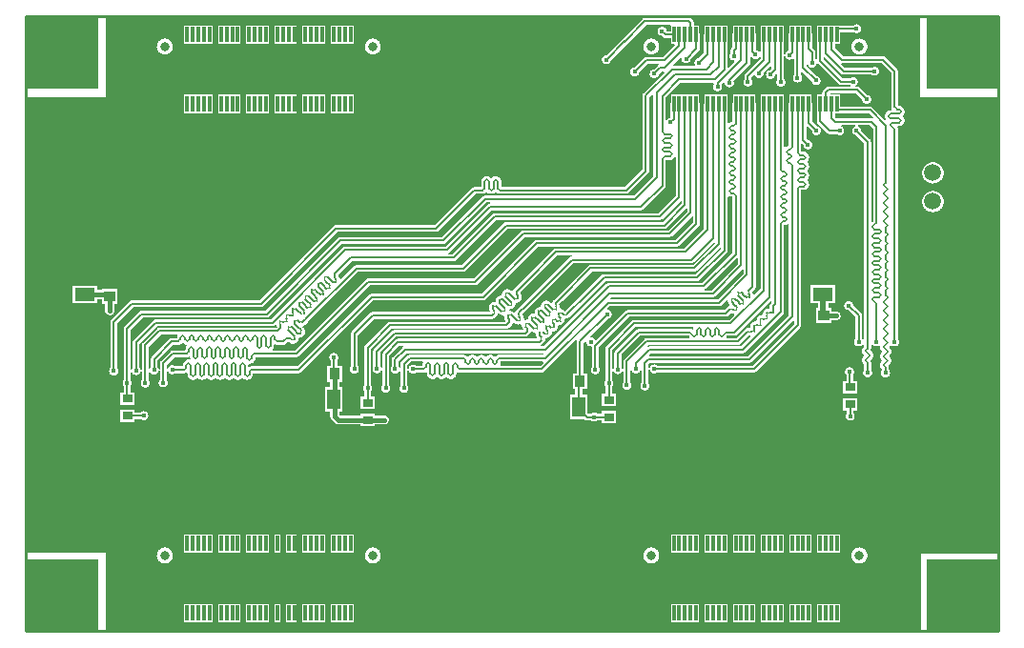
<source format=gtl>
G04 Layer_Physical_Order=1*
G04 Layer_Color=255*
%FSLAX43Y43*%
%MOMM*%
G71*
G01*
G75*
%ADD10C,0.200*%
%ADD11R,0.900X0.700*%
%ADD12R,1.800X1.150*%
%ADD13R,1.000X0.950*%
%ADD14R,0.305X1.448*%
%ADD15R,0.950X1.000*%
%ADD16R,1.150X1.800*%
%ADD17C,0.400*%
%ADD18C,0.500*%
%ADD19C,0.100*%
%ADD20C,0.254*%
%ADD21C,1.500*%
%ADD22R,1.500X1.500*%
%ADD23C,0.800*%
%ADD24R,6.350X6.350*%
%ADD25C,0.400*%
G36*
X79425Y54600D02*
X79450Y47500D01*
X79475Y47475D01*
X86375D01*
Y6925D01*
X79500D01*
X79524Y71D01*
X79454Y0D01*
X7100D01*
Y7026D01*
X7075Y7001D01*
X25D01*
X27Y6553D01*
X25Y6552D01*
Y47396D01*
X75Y47475D01*
X7100D01*
Y54616D01*
X7126Y54632D01*
X7190Y54650D01*
X79346D01*
X79425Y54600D01*
D02*
G37*
%LPC*%
G36*
X74020Y7439D02*
X73951Y7435D01*
X73882Y7425D01*
X73814Y7408D01*
X73749Y7385D01*
X73686Y7355D01*
X73626Y7319D01*
X73570Y7278D01*
X73519Y7231D01*
X73472Y7180D01*
X73431Y7124D01*
X73395Y7064D01*
X73365Y7001D01*
X73342Y6936D01*
X73325Y6868D01*
X73315Y6799D01*
X73311Y6730D01*
X73315Y6661D01*
X73325Y6592D01*
X73342Y6524D01*
X73365Y6459D01*
X73395Y6396D01*
X73431Y6336D01*
X73472Y6280D01*
X73519Y6229D01*
X73570Y6182D01*
X73626Y6141D01*
X73686Y6105D01*
X73749Y6075D01*
X73814Y6052D01*
X73882Y6035D01*
X73951Y6025D01*
X74020Y6021D01*
X74089Y6025D01*
X74158Y6035D01*
X74226Y6052D01*
X74291Y6075D01*
X74354Y6105D01*
X74414Y6141D01*
X74470Y6182D01*
X74521Y6229D01*
X74568Y6280D01*
X74609Y6336D01*
X74645Y6396D01*
X74675Y6459D01*
X74698Y6524D01*
X74715Y6592D01*
X74725Y6661D01*
X74729Y6730D01*
X74725Y6799D01*
X74715Y6868D01*
X74698Y6936D01*
X74675Y7001D01*
X74645Y7064D01*
X74609Y7124D01*
X74568Y7180D01*
X74521Y7231D01*
X74470Y7278D01*
X74414Y7319D01*
X74354Y7355D01*
X74291Y7385D01*
X74226Y7408D01*
X74158Y7425D01*
X74089Y7435D01*
X74020Y7439D01*
D02*
G37*
G36*
X55545D02*
X55475Y7435D01*
X55407Y7425D01*
X55339Y7408D01*
X55274Y7385D01*
X55211Y7355D01*
X55151Y7319D01*
X55095Y7278D01*
X55044Y7231D01*
X54997Y7180D01*
X54956Y7124D01*
X54920Y7064D01*
X54890Y7001D01*
X54867Y6936D01*
X54850Y6868D01*
X54840Y6799D01*
X54836Y6730D01*
X54840Y6661D01*
X54850Y6592D01*
X54867Y6524D01*
X54890Y6459D01*
X54920Y6396D01*
X54956Y6336D01*
X54997Y6280D01*
X55044Y6229D01*
X55095Y6182D01*
X55151Y6141D01*
X55211Y6105D01*
X55274Y6075D01*
X55339Y6052D01*
X55407Y6035D01*
X55475Y6025D01*
X55545Y6021D01*
X55614Y6025D01*
X55683Y6035D01*
X55751Y6052D01*
X55816Y6075D01*
X55879Y6105D01*
X55939Y6141D01*
X55995Y6182D01*
X56046Y6229D01*
X56093Y6280D01*
X56134Y6336D01*
X56170Y6396D01*
X56200Y6459D01*
X56223Y6524D01*
X56240Y6592D01*
X56250Y6661D01*
X56254Y6730D01*
X56250Y6799D01*
X56240Y6868D01*
X56223Y6936D01*
X56200Y7001D01*
X56170Y7064D01*
X56134Y7124D01*
X56093Y7180D01*
X56046Y7231D01*
X55995Y7278D01*
X55939Y7319D01*
X55879Y7355D01*
X55816Y7385D01*
X55751Y7408D01*
X55683Y7425D01*
X55614Y7435D01*
X55545Y7439D01*
D02*
G37*
G36*
X30815D02*
X30746Y7435D01*
X30677Y7425D01*
X30609Y7408D01*
X30544Y7385D01*
X30481Y7355D01*
X30421Y7319D01*
X30365Y7278D01*
X30314Y7231D01*
X30267Y7180D01*
X30226Y7124D01*
X30190Y7064D01*
X30160Y7001D01*
X30137Y6936D01*
X30120Y6868D01*
X30110Y6799D01*
X30106Y6730D01*
X30110Y6661D01*
X30120Y6592D01*
X30137Y6524D01*
X30160Y6459D01*
X30190Y6396D01*
X30226Y6336D01*
X30267Y6280D01*
X30314Y6229D01*
X30365Y6182D01*
X30421Y6141D01*
X30481Y6105D01*
X30544Y6075D01*
X30609Y6052D01*
X30677Y6035D01*
X30746Y6025D01*
X30815Y6021D01*
X30885Y6025D01*
X30953Y6035D01*
X31021Y6052D01*
X31086Y6075D01*
X31149Y6105D01*
X31209Y6141D01*
X31265Y6182D01*
X31316Y6229D01*
X31363Y6280D01*
X31404Y6336D01*
X31440Y6396D01*
X31470Y6459D01*
X31493Y6524D01*
X31510Y6592D01*
X31520Y6661D01*
X31524Y6730D01*
X31520Y6799D01*
X31510Y6868D01*
X31493Y6936D01*
X31470Y7001D01*
X31440Y7064D01*
X31404Y7124D01*
X31363Y7180D01*
X31316Y7231D01*
X31265Y7278D01*
X31209Y7319D01*
X31149Y7355D01*
X31086Y7385D01*
X31021Y7408D01*
X30953Y7425D01*
X30885Y7435D01*
X30815Y7439D01*
D02*
G37*
G36*
X19080Y8608D02*
X17075D01*
Y6960D01*
X19080D01*
Y8608D01*
D02*
G37*
G36*
X16580D02*
X14075D01*
Y6960D01*
X16580D01*
Y8608D01*
D02*
G37*
G36*
X21580D02*
X19575D01*
Y6960D01*
X21580D01*
Y8608D01*
D02*
G37*
G36*
X12340Y7439D02*
X12271Y7435D01*
X12202Y7425D01*
X12134Y7408D01*
X12069Y7385D01*
X12006Y7355D01*
X11946Y7319D01*
X11890Y7278D01*
X11839Y7231D01*
X11792Y7180D01*
X11751Y7124D01*
X11715Y7064D01*
X11685Y7001D01*
X11662Y6936D01*
X11645Y6868D01*
X11635Y6799D01*
X11631Y6730D01*
X11635Y6661D01*
X11645Y6592D01*
X11662Y6524D01*
X11685Y6459D01*
X11715Y6396D01*
X11751Y6336D01*
X11792Y6280D01*
X11839Y6229D01*
X11890Y6182D01*
X11946Y6141D01*
X12006Y6105D01*
X12069Y6075D01*
X12134Y6052D01*
X12202Y6035D01*
X12271Y6025D01*
X12340Y6021D01*
X12409Y6025D01*
X12478Y6035D01*
X12546Y6052D01*
X12611Y6075D01*
X12674Y6105D01*
X12734Y6141D01*
X12790Y6182D01*
X12841Y6229D01*
X12888Y6280D01*
X12929Y6336D01*
X12965Y6396D01*
X12995Y6459D01*
X13018Y6524D01*
X13035Y6592D01*
X13045Y6661D01*
X13049Y6730D01*
X13045Y6799D01*
X13035Y6868D01*
X13018Y6936D01*
X12995Y7001D01*
X12965Y7064D01*
X12929Y7124D01*
X12888Y7180D01*
X12841Y7231D01*
X12790Y7278D01*
X12734Y7319D01*
X12674Y7355D01*
X12611Y7385D01*
X12546Y7408D01*
X12478Y7425D01*
X12409Y7435D01*
X12340Y7439D01*
D02*
G37*
G36*
X67285Y2436D02*
X65280D01*
Y788D01*
X67285D01*
Y2436D01*
D02*
G37*
G36*
X64785D02*
X62780D01*
Y788D01*
X64785D01*
Y2436D01*
D02*
G37*
G36*
X62285D02*
X60280D01*
Y788D01*
X62285D01*
Y2436D01*
D02*
G37*
G36*
X6313Y30692D02*
X4113D01*
Y29142D01*
X6313D01*
Y29516D01*
X6725D01*
Y29100D01*
X7024D01*
Y28525D01*
X7028Y28473D01*
X7038Y28421D01*
X7055Y28372D01*
X7078Y28325D01*
X7107Y28281D01*
X7142Y28242D01*
X7192Y28192D01*
X7231Y28157D01*
X7275Y28128D01*
X7322Y28105D01*
X7371Y28088D01*
X7423Y28078D01*
X7475Y28074D01*
X7527Y28078D01*
X7579Y28088D01*
X7628Y28105D01*
X7675Y28128D01*
X7719Y28157D01*
X7758Y28192D01*
X7793Y28231D01*
X7822Y28275D01*
X7845Y28322D01*
X7862Y28371D01*
X7872Y28423D01*
X7876Y28475D01*
X7872Y28527D01*
X7862Y28579D01*
X7845Y28628D01*
X7826Y28668D01*
Y29100D01*
X8125D01*
Y30450D01*
X6725D01*
Y30318D01*
X6313D01*
Y30692D01*
D02*
G37*
G36*
X72285Y2436D02*
X70280D01*
Y788D01*
X72285D01*
Y2436D01*
D02*
G37*
G36*
X71900Y30725D02*
X69700D01*
Y29175D01*
X70349D01*
Y28700D01*
X70150D01*
Y27350D01*
X71550D01*
Y27624D01*
X71950D01*
X72002Y27628D01*
X72054Y27638D01*
X72103Y27655D01*
X72150Y27678D01*
X72194Y27707D01*
X72233Y27742D01*
X72268Y27781D01*
X72297Y27825D01*
X72320Y27872D01*
X72337Y27921D01*
X72347Y27973D01*
X72351Y28025D01*
X72347Y28077D01*
X72337Y28129D01*
X72320Y28178D01*
X72297Y28225D01*
X72268Y28269D01*
X72233Y28308D01*
X72194Y28343D01*
X72150Y28372D01*
X72103Y28395D01*
X72054Y28412D01*
X72002Y28422D01*
X71950Y28426D01*
X71550D01*
Y28700D01*
X71251D01*
Y29175D01*
X71900D01*
Y30725D01*
D02*
G37*
G36*
X69785Y2436D02*
X67780D01*
Y788D01*
X69785D01*
Y2436D01*
D02*
G37*
G36*
X72285Y8608D02*
X70280D01*
Y6960D01*
X72285D01*
Y8608D01*
D02*
G37*
G36*
X27350Y24726D02*
X27298Y24722D01*
X27246Y24712D01*
X27197Y24695D01*
X27150Y24672D01*
X27106Y24643D01*
X27067Y24608D01*
X27032Y24569D01*
X27003Y24525D01*
X26980Y24478D01*
X26963Y24429D01*
X26953Y24377D01*
X26949Y24325D01*
X26953Y24273D01*
X26963Y24221D01*
X26980Y24172D01*
X27003Y24125D01*
X27032Y24081D01*
X27049Y24061D01*
Y23562D01*
X26767D01*
Y22162D01*
X27041D01*
Y21700D01*
X26575D01*
Y19500D01*
X27041D01*
Y19108D01*
X27044Y19056D01*
X27054Y19005D01*
X27071Y18955D01*
X27094Y18908D01*
X27124Y18864D01*
X27158Y18825D01*
X27492Y18492D01*
X27531Y18457D01*
X27575Y18428D01*
X27622Y18405D01*
X27671Y18388D01*
X27723Y18378D01*
X27775Y18374D01*
X29700D01*
Y18225D01*
X31000D01*
Y18374D01*
X31825D01*
X31877Y18378D01*
X31929Y18388D01*
X31978Y18405D01*
X32025Y18428D01*
X32069Y18457D01*
X32108Y18492D01*
X32143Y18531D01*
X32172Y18575D01*
X32195Y18622D01*
X32212Y18671D01*
X32222Y18723D01*
X32226Y18775D01*
X32222Y18827D01*
X32212Y18879D01*
X32195Y18928D01*
X32172Y18975D01*
X32143Y19019D01*
X32108Y19058D01*
X32069Y19093D01*
X32025Y19122D01*
X31978Y19145D01*
X31929Y19162D01*
X31877Y19172D01*
X31825Y19176D01*
X31000D01*
Y19325D01*
X29700D01*
Y19176D01*
X27941D01*
X27843Y19274D01*
Y19500D01*
X28125D01*
Y21700D01*
X27843D01*
Y22162D01*
X28117D01*
Y23562D01*
X27651D01*
Y24061D01*
X27668Y24081D01*
X27697Y24125D01*
X27720Y24172D01*
X27737Y24221D01*
X27747Y24273D01*
X27751Y24325D01*
X27747Y24377D01*
X27737Y24429D01*
X27720Y24478D01*
X27697Y24525D01*
X27668Y24569D01*
X27633Y24608D01*
X27594Y24643D01*
X27550Y24672D01*
X27503Y24695D01*
X27454Y24712D01*
X27402Y24722D01*
X27350Y24726D01*
D02*
G37*
G36*
X73850Y20725D02*
X72550D01*
Y19625D01*
X72899D01*
Y19364D01*
X72882Y19344D01*
X72853Y19300D01*
X72830Y19253D01*
X72813Y19204D01*
X72803Y19152D01*
X72799Y19100D01*
X72803Y19048D01*
X72813Y18996D01*
X72830Y18947D01*
X72853Y18900D01*
X72882Y18856D01*
X72917Y18817D01*
X72956Y18782D01*
X73000Y18753D01*
X73047Y18730D01*
X73096Y18713D01*
X73148Y18703D01*
X73200Y18699D01*
X73252Y18703D01*
X73304Y18713D01*
X73353Y18730D01*
X73400Y18753D01*
X73444Y18782D01*
X73483Y18817D01*
X73518Y18856D01*
X73547Y18900D01*
X73570Y18947D01*
X73587Y18996D01*
X73597Y19048D01*
X73601Y19100D01*
X73597Y19152D01*
X73587Y19204D01*
X73570Y19253D01*
X73547Y19300D01*
X73518Y19344D01*
X73501Y19364D01*
Y19625D01*
X73850D01*
Y20725D01*
D02*
G37*
G36*
X69785Y8608D02*
X67780D01*
Y6960D01*
X69785D01*
Y8608D01*
D02*
G37*
G36*
X62285D02*
X60280D01*
Y6960D01*
X62285D01*
Y8608D01*
D02*
G37*
G36*
X64785D02*
X62780D01*
Y6960D01*
X64785D01*
Y8608D01*
D02*
G37*
G36*
X67285D02*
X65280D01*
Y6960D01*
X67285D01*
Y8608D01*
D02*
G37*
G36*
X26580D02*
X24575D01*
Y6960D01*
X26580D01*
Y8608D01*
D02*
G37*
G36*
X24080D02*
X23075D01*
Y6960D01*
X24080D01*
Y8608D01*
D02*
G37*
G36*
X22580D02*
X22075D01*
Y6960D01*
X22580D01*
Y8608D01*
D02*
G37*
G36*
X29080D02*
X27075D01*
Y6960D01*
X29080D01*
Y8608D01*
D02*
G37*
G36*
X9675Y19700D02*
X8375D01*
Y18600D01*
X9675D01*
Y18849D01*
X10211D01*
X10231Y18832D01*
X10275Y18803D01*
X10322Y18780D01*
X10371Y18763D01*
X10423Y18753D01*
X10475Y18749D01*
X10527Y18753D01*
X10579Y18763D01*
X10628Y18780D01*
X10675Y18803D01*
X10719Y18832D01*
X10758Y18867D01*
X10793Y18906D01*
X10822Y18950D01*
X10845Y18997D01*
X10862Y19046D01*
X10872Y19098D01*
X10876Y19150D01*
X10872Y19202D01*
X10862Y19254D01*
X10845Y19303D01*
X10822Y19350D01*
X10793Y19394D01*
X10758Y19433D01*
X10719Y19468D01*
X10675Y19497D01*
X10628Y19520D01*
X10579Y19537D01*
X10527Y19547D01*
X10475Y19551D01*
X10423Y19547D01*
X10371Y19537D01*
X10322Y19520D01*
X10275Y19497D01*
X10231Y19468D01*
X10211Y19451D01*
X9675D01*
Y19700D01*
D02*
G37*
G36*
X73150Y23451D02*
X73098Y23447D01*
X73046Y23437D01*
X72997Y23420D01*
X72950Y23397D01*
X72906Y23368D01*
X72867Y23333D01*
X72832Y23294D01*
X72803Y23250D01*
X72780Y23203D01*
X72763Y23154D01*
X72753Y23102D01*
X72749Y23050D01*
X72753Y22998D01*
X72763Y22946D01*
X72780Y22897D01*
X72803Y22850D01*
X72832Y22806D01*
X72849Y22786D01*
Y22225D01*
X72550D01*
Y21125D01*
X73850D01*
Y22225D01*
X73451D01*
Y22786D01*
X73468Y22806D01*
X73497Y22850D01*
X73520Y22897D01*
X73537Y22946D01*
X73547Y22998D01*
X73551Y23050D01*
X73547Y23102D01*
X73537Y23154D01*
X73520Y23203D01*
X73497Y23250D01*
X73468Y23294D01*
X73433Y23333D01*
X73394Y23368D01*
X73350Y23397D01*
X73303Y23420D01*
X73254Y23437D01*
X73202Y23447D01*
X73150Y23451D01*
D02*
G37*
G36*
X59785Y8608D02*
X57280D01*
Y6960D01*
X59785D01*
Y8608D01*
D02*
G37*
G36*
X30815Y52659D02*
X30746Y52655D01*
X30677Y52645D01*
X30609Y52628D01*
X30544Y52605D01*
X30481Y52575D01*
X30421Y52539D01*
X30365Y52498D01*
X30314Y52451D01*
X30267Y52400D01*
X30226Y52344D01*
X30190Y52284D01*
X30160Y52221D01*
X30137Y52156D01*
X30120Y52088D01*
X30110Y52019D01*
X30106Y51950D01*
X30110Y51881D01*
X30120Y51812D01*
X30137Y51744D01*
X30160Y51679D01*
X30190Y51616D01*
X30226Y51556D01*
X30267Y51500D01*
X30314Y51449D01*
X30365Y51402D01*
X30421Y51361D01*
X30481Y51325D01*
X30544Y51295D01*
X30609Y51272D01*
X30677Y51255D01*
X30746Y51245D01*
X30815Y51241D01*
X30885Y51245D01*
X30953Y51255D01*
X31021Y51272D01*
X31086Y51295D01*
X31149Y51325D01*
X31209Y51361D01*
X31265Y51402D01*
X31316Y51449D01*
X31363Y51500D01*
X31404Y51556D01*
X31440Y51616D01*
X31470Y51679D01*
X31493Y51744D01*
X31510Y51812D01*
X31520Y51881D01*
X31524Y51950D01*
X31520Y52019D01*
X31510Y52088D01*
X31493Y52156D01*
X31470Y52221D01*
X31440Y52284D01*
X31404Y52344D01*
X31363Y52400D01*
X31316Y52451D01*
X31265Y52498D01*
X31209Y52539D01*
X31149Y52575D01*
X31086Y52605D01*
X31021Y52628D01*
X30953Y52645D01*
X30885Y52655D01*
X30815Y52659D01*
D02*
G37*
G36*
X55545D02*
X55475Y52655D01*
X55407Y52645D01*
X55339Y52628D01*
X55274Y52605D01*
X55211Y52575D01*
X55151Y52539D01*
X55095Y52498D01*
X55044Y52451D01*
X54997Y52400D01*
X54956Y52344D01*
X54920Y52284D01*
X54890Y52221D01*
X54867Y52156D01*
X54850Y52088D01*
X54840Y52019D01*
X54836Y51950D01*
X54840Y51881D01*
X54850Y51812D01*
X54867Y51744D01*
X54890Y51679D01*
X54920Y51616D01*
X54956Y51556D01*
X54997Y51500D01*
X55044Y51449D01*
X55095Y51402D01*
X55151Y51361D01*
X55211Y51325D01*
X55274Y51295D01*
X55339Y51272D01*
X55407Y51255D01*
X55475Y51245D01*
X55545Y51241D01*
X55614Y51245D01*
X55683Y51255D01*
X55751Y51272D01*
X55816Y51295D01*
X55879Y51325D01*
X55939Y51361D01*
X55995Y51402D01*
X56046Y51449D01*
X56093Y51500D01*
X56134Y51556D01*
X56170Y51616D01*
X56200Y51679D01*
X56223Y51744D01*
X56240Y51812D01*
X56250Y51881D01*
X56254Y51950D01*
X56250Y52019D01*
X56240Y52088D01*
X56223Y52156D01*
X56200Y52221D01*
X56170Y52284D01*
X56134Y52344D01*
X56093Y52400D01*
X56046Y52451D01*
X55995Y52498D01*
X55939Y52539D01*
X55879Y52575D01*
X55816Y52605D01*
X55751Y52628D01*
X55683Y52645D01*
X55614Y52655D01*
X55545Y52659D01*
D02*
G37*
G36*
X74020D02*
X73951Y52655D01*
X73882Y52645D01*
X73814Y52628D01*
X73749Y52605D01*
X73686Y52575D01*
X73626Y52539D01*
X73570Y52498D01*
X73519Y52451D01*
X73472Y52400D01*
X73431Y52344D01*
X73395Y52284D01*
X73365Y52221D01*
X73342Y52156D01*
X73325Y52088D01*
X73315Y52019D01*
X73311Y51950D01*
X73315Y51881D01*
X73325Y51812D01*
X73342Y51744D01*
X73365Y51679D01*
X73395Y51616D01*
X73431Y51556D01*
X73472Y51500D01*
X73519Y51449D01*
X73570Y51402D01*
X73626Y51361D01*
X73686Y51325D01*
X73749Y51295D01*
X73814Y51272D01*
X73882Y51255D01*
X73951Y51245D01*
X74020Y51241D01*
X74089Y51245D01*
X74158Y51255D01*
X74226Y51272D01*
X74291Y51295D01*
X74354Y51325D01*
X74414Y51361D01*
X74470Y51402D01*
X74521Y51449D01*
X74568Y51500D01*
X74609Y51556D01*
X74645Y51616D01*
X74675Y51679D01*
X74698Y51744D01*
X74715Y51812D01*
X74725Y51881D01*
X74729Y51950D01*
X74725Y52019D01*
X74715Y52088D01*
X74698Y52156D01*
X74675Y52221D01*
X74645Y52284D01*
X74609Y52344D01*
X74568Y52400D01*
X74521Y52451D01*
X74470Y52498D01*
X74414Y52539D01*
X74354Y52575D01*
X74291Y52605D01*
X74226Y52628D01*
X74158Y52645D01*
X74089Y52655D01*
X74020Y52659D01*
D02*
G37*
G36*
X12340D02*
X12271Y52655D01*
X12202Y52645D01*
X12134Y52628D01*
X12069Y52605D01*
X12006Y52575D01*
X11946Y52539D01*
X11890Y52498D01*
X11839Y52451D01*
X11792Y52400D01*
X11751Y52344D01*
X11715Y52284D01*
X11685Y52221D01*
X11662Y52156D01*
X11645Y52088D01*
X11635Y52019D01*
X11631Y51950D01*
X11635Y51881D01*
X11645Y51812D01*
X11662Y51744D01*
X11685Y51679D01*
X11715Y51616D01*
X11751Y51556D01*
X11792Y51500D01*
X11839Y51449D01*
X11890Y51402D01*
X11946Y51361D01*
X12006Y51325D01*
X12069Y51295D01*
X12134Y51272D01*
X12202Y51255D01*
X12271Y51245D01*
X12340Y51241D01*
X12409Y51245D01*
X12478Y51255D01*
X12546Y51272D01*
X12611Y51295D01*
X12674Y51325D01*
X12734Y51361D01*
X12790Y51402D01*
X12841Y51449D01*
X12888Y51500D01*
X12929Y51556D01*
X12965Y51616D01*
X12995Y51679D01*
X13018Y51744D01*
X13035Y51812D01*
X13045Y51881D01*
X13049Y51950D01*
X13045Y52019D01*
X13035Y52088D01*
X13018Y52156D01*
X12995Y52221D01*
X12965Y52284D01*
X12929Y52344D01*
X12888Y52400D01*
X12841Y52451D01*
X12790Y52498D01*
X12734Y52539D01*
X12674Y52575D01*
X12611Y52605D01*
X12546Y52628D01*
X12478Y52645D01*
X12409Y52655D01*
X12340Y52659D01*
D02*
G37*
G36*
X24080Y47656D02*
X22075D01*
Y46008D01*
X24080D01*
Y47656D01*
D02*
G37*
G36*
X26580D02*
X24575D01*
Y46008D01*
X26580D01*
Y47656D01*
D02*
G37*
G36*
X29080D02*
X27075D01*
Y46008D01*
X29080D01*
Y47656D01*
D02*
G37*
G36*
X26580Y53828D02*
X24575D01*
Y52180D01*
X26580D01*
Y53828D01*
D02*
G37*
G36*
X29080D02*
X27075D01*
Y52180D01*
X29080D01*
Y53828D01*
D02*
G37*
G36*
X58875Y54501D02*
X54975D01*
X54928Y54497D01*
X54882Y54486D01*
X54838Y54468D01*
X54798Y54443D01*
X54762Y54413D01*
X52975Y52625D01*
X52975Y52625D01*
X51524Y51174D01*
X51498Y51172D01*
X51446Y51162D01*
X51397Y51145D01*
X51350Y51122D01*
X51306Y51093D01*
X51267Y51058D01*
X51232Y51019D01*
X51203Y50975D01*
X51180Y50928D01*
X51163Y50879D01*
X51153Y50827D01*
X51149Y50775D01*
X51153Y50723D01*
X51163Y50671D01*
X51180Y50622D01*
X51203Y50575D01*
X51232Y50531D01*
X51267Y50492D01*
X51306Y50457D01*
X51350Y50428D01*
X51397Y50405D01*
X51446Y50388D01*
X51498Y50378D01*
X51550Y50374D01*
X51602Y50378D01*
X51654Y50388D01*
X51703Y50405D01*
X51750Y50428D01*
X51794Y50457D01*
X51833Y50492D01*
X51868Y50531D01*
X51897Y50575D01*
X51920Y50622D01*
X51937Y50671D01*
X51947Y50723D01*
X51949Y50749D01*
X53338Y52137D01*
X55100Y53899D01*
X57210D01*
X57280Y53828D01*
Y53305D01*
X56921D01*
X56899Y53326D01*
X56897Y53352D01*
X56887Y53404D01*
X56870Y53453D01*
X56847Y53500D01*
X56818Y53544D01*
X56783Y53583D01*
X56744Y53618D01*
X56700Y53647D01*
X56653Y53670D01*
X56604Y53687D01*
X56552Y53697D01*
X56500Y53701D01*
X56448Y53697D01*
X56396Y53687D01*
X56347Y53670D01*
X56300Y53647D01*
X56256Y53618D01*
X56217Y53583D01*
X56182Y53544D01*
X56153Y53500D01*
X56130Y53453D01*
X56113Y53404D01*
X56103Y53352D01*
X56099Y53300D01*
X56103Y53248D01*
X56113Y53196D01*
X56130Y53147D01*
X56153Y53100D01*
X56182Y53056D01*
X56217Y53017D01*
X56256Y52982D01*
X56300Y52953D01*
X56347Y52930D01*
X56396Y52913D01*
X56448Y52903D01*
X56474Y52901D01*
X56583Y52791D01*
X56619Y52761D01*
X56659Y52736D01*
X56703Y52718D01*
X56749Y52707D01*
X56796Y52703D01*
X57280D01*
Y52180D01*
X57597D01*
X57639Y52080D01*
X56585Y51026D01*
X55100D01*
X55053Y51022D01*
X55007Y51011D01*
X54963Y50993D01*
X54923Y50968D01*
X54887Y50938D01*
X54049Y50099D01*
X54023Y50097D01*
X53971Y50087D01*
X53922Y50070D01*
X53875Y50047D01*
X53831Y50018D01*
X53792Y49983D01*
X53757Y49944D01*
X53728Y49900D01*
X53705Y49853D01*
X53688Y49804D01*
X53678Y49752D01*
X53674Y49700D01*
X53678Y49648D01*
X53688Y49596D01*
X53705Y49547D01*
X53728Y49500D01*
X53757Y49456D01*
X53792Y49417D01*
X53831Y49382D01*
X53875Y49353D01*
X53922Y49330D01*
X53971Y49313D01*
X54023Y49303D01*
X54075Y49299D01*
X54127Y49303D01*
X54179Y49313D01*
X54228Y49330D01*
X54275Y49353D01*
X54319Y49382D01*
X54358Y49417D01*
X54393Y49456D01*
X54422Y49500D01*
X54445Y49547D01*
X54462Y49596D01*
X54472Y49648D01*
X54474Y49674D01*
X55225Y50424D01*
X56183D01*
X56206Y50326D01*
X56188Y50318D01*
X56148Y50293D01*
X56112Y50263D01*
X55774Y49924D01*
X55748Y49922D01*
X55696Y49912D01*
X55647Y49895D01*
X55600Y49872D01*
X55556Y49843D01*
X55517Y49808D01*
X55482Y49769D01*
X55453Y49725D01*
X55430Y49678D01*
X55413Y49629D01*
X55403Y49577D01*
X55399Y49525D01*
X55403Y49473D01*
X55413Y49421D01*
X55430Y49372D01*
X55453Y49325D01*
X55482Y49281D01*
X55517Y49242D01*
X55556Y49207D01*
X55600Y49178D01*
X55647Y49155D01*
X55696Y49138D01*
X55748Y49128D01*
X55800Y49124D01*
X55852Y49128D01*
X55904Y49138D01*
X55953Y49155D01*
X56000Y49178D01*
X56044Y49207D01*
X56083Y49242D01*
X56118Y49281D01*
X56147Y49325D01*
X56170Y49372D01*
X56187Y49421D01*
X56197Y49473D01*
X56199Y49499D01*
X56450Y49749D01*
X56657D01*
X56699Y49649D01*
X54837Y47788D01*
X54807Y47752D01*
X54782Y47712D01*
X54764Y47668D01*
X54753Y47622D01*
X54749Y47575D01*
Y41000D01*
X53200Y39451D01*
X42226D01*
Y39925D01*
X42225Y39931D01*
X42223Y39981D01*
X42213Y40036D01*
X42198Y40090D01*
X42176Y40142D01*
X42149Y40191D01*
X42117Y40237D01*
X42079Y40279D01*
X42037Y40316D01*
X41991Y40349D01*
X41942Y40376D01*
X41890Y40397D01*
X41836Y40413D01*
X41781Y40422D01*
X41731Y40425D01*
X41725Y40426D01*
X41719Y40425D01*
X41669Y40422D01*
X41614Y40413D01*
X41560Y40397D01*
X41508Y40376D01*
X41459Y40349D01*
X41413Y40316D01*
X41393Y40298D01*
X41369Y40279D01*
X41281D01*
X41257Y40298D01*
X41237Y40316D01*
X41191Y40349D01*
X41142Y40376D01*
X41090Y40397D01*
X41036Y40413D01*
X40981Y40422D01*
X40931Y40425D01*
X40925Y40426D01*
X40919Y40425D01*
X40869Y40422D01*
X40814Y40413D01*
X40760Y40397D01*
X40708Y40376D01*
X40659Y40349D01*
X40613Y40316D01*
X40571Y40279D01*
X40533Y40237D01*
X40501Y40191D01*
X40474Y40142D01*
X40452Y40090D01*
X40437Y40036D01*
X40427Y39981D01*
X40425Y39931D01*
X40424Y39925D01*
Y39451D01*
X39800D01*
X39753Y39447D01*
X39707Y39436D01*
X39663Y39418D01*
X39623Y39393D01*
X39587Y39363D01*
X36300Y36076D01*
X27550D01*
X27503Y36072D01*
X27457Y36061D01*
X27413Y36043D01*
X27373Y36018D01*
X27337Y35988D01*
X20750Y29401D01*
X9425D01*
X9378Y29397D01*
X9332Y29386D01*
X9288Y29368D01*
X9248Y29343D01*
X9212Y29313D01*
X7587Y27688D01*
X7557Y27652D01*
X7532Y27612D01*
X7514Y27568D01*
X7503Y27522D01*
X7499Y27475D01*
Y23389D01*
X7482Y23369D01*
X7453Y23325D01*
X7430Y23278D01*
X7413Y23229D01*
X7403Y23177D01*
X7399Y23125D01*
X7403Y23073D01*
X7413Y23021D01*
X7430Y22972D01*
X7453Y22925D01*
X7482Y22881D01*
X7517Y22842D01*
X7556Y22807D01*
X7600Y22778D01*
X7647Y22755D01*
X7696Y22738D01*
X7748Y22728D01*
X7800Y22724D01*
X7852Y22728D01*
X7904Y22738D01*
X7953Y22755D01*
X8000Y22778D01*
X8044Y22807D01*
X8083Y22842D01*
X8118Y22881D01*
X8147Y22925D01*
X8170Y22972D01*
X8187Y23021D01*
X8197Y23073D01*
X8201Y23125D01*
X8197Y23177D01*
X8187Y23229D01*
X8170Y23278D01*
X8147Y23325D01*
X8118Y23369D01*
X8101Y23389D01*
Y27350D01*
X9550Y28799D01*
X20875D01*
X20922Y28803D01*
X20968Y28814D01*
X21012Y28832D01*
X21052Y28857D01*
X21088Y28887D01*
X27675Y35474D01*
X36425D01*
X36472Y35478D01*
X36518Y35489D01*
X36562Y35507D01*
X36602Y35532D01*
X36638Y35562D01*
X39925Y38849D01*
X40525D01*
X40531Y38850D01*
X40581Y38852D01*
X40636Y38862D01*
X40690Y38877D01*
X40742Y38899D01*
X40791Y38926D01*
X40837Y38958D01*
X40857Y38976D01*
X40881Y38996D01*
X40969D01*
X40993Y38976D01*
X41013Y38958D01*
X41059Y38926D01*
X41108Y38899D01*
X41160Y38877D01*
X41214Y38862D01*
X41269Y38852D01*
X41319Y38850D01*
X41325Y38849D01*
X41331Y38850D01*
X41381Y38852D01*
X41436Y38862D01*
X41490Y38877D01*
X41542Y38899D01*
X41591Y38926D01*
X41637Y38958D01*
X41657Y38976D01*
X41681Y38996D01*
X41769D01*
X41793Y38976D01*
X41813Y38958D01*
X41859Y38926D01*
X41908Y38899D01*
X41960Y38877D01*
X42014Y38862D01*
X42069Y38852D01*
X42119Y38850D01*
X42125Y38849D01*
X53325D01*
X53372Y38853D01*
X53418Y38864D01*
X53462Y38882D01*
X53502Y38907D01*
X53538Y38937D01*
X55263Y40662D01*
X55293Y40698D01*
X55318Y40738D01*
X55336Y40782D01*
X55347Y40828D01*
X55351Y40875D01*
Y47450D01*
X55632Y47731D01*
X55724Y47693D01*
Y40450D01*
X53975Y38701D01*
X40775D01*
X40728Y38697D01*
X40682Y38686D01*
X40638Y38668D01*
X40598Y38643D01*
X40562Y38613D01*
X36950Y35001D01*
X27900D01*
X27853Y34997D01*
X27807Y34986D01*
X27763Y34968D01*
X27723Y34943D01*
X27687Y34913D01*
X21250Y28476D01*
X10275D01*
X10228Y28472D01*
X10182Y28461D01*
X10138Y28443D01*
X10098Y28418D01*
X10062Y28388D01*
X8787Y27113D01*
X8757Y27077D01*
X8732Y27037D01*
X8714Y26993D01*
X8703Y26947D01*
X8699Y26900D01*
Y22314D01*
X8682Y22294D01*
X8653Y22250D01*
X8630Y22203D01*
X8613Y22154D01*
X8603Y22102D01*
X8599Y22050D01*
X8603Y21998D01*
X8613Y21946D01*
X8630Y21897D01*
X8653Y21850D01*
X8682Y21806D01*
X8699Y21786D01*
Y21200D01*
X8375D01*
Y20100D01*
X9675D01*
Y21200D01*
X9301D01*
Y21786D01*
X9318Y21806D01*
X9347Y21850D01*
X9370Y21897D01*
X9387Y21946D01*
X9397Y21998D01*
X9401Y22050D01*
X9397Y22102D01*
X9387Y22154D01*
X9370Y22203D01*
X9347Y22250D01*
X9318Y22294D01*
X9301Y22314D01*
Y23080D01*
X9332Y23086D01*
X9350Y23084D01*
X9410Y23058D01*
X9413Y23046D01*
X9430Y22997D01*
X9453Y22950D01*
X9482Y22906D01*
X9517Y22867D01*
X9556Y22832D01*
X9600Y22803D01*
X9647Y22780D01*
X9696Y22763D01*
X9748Y22753D01*
X9800Y22749D01*
X9852Y22753D01*
X9904Y22763D01*
X9953Y22780D01*
X10000Y22803D01*
X10044Y22832D01*
X10083Y22867D01*
X10118Y22906D01*
X10147Y22950D01*
X10170Y22997D01*
X10187Y23046D01*
X10190Y23058D01*
X10250Y23084D01*
X10268Y23086D01*
X10299Y23080D01*
Y22314D01*
X10282Y22294D01*
X10253Y22250D01*
X10230Y22203D01*
X10213Y22154D01*
X10203Y22102D01*
X10199Y22050D01*
X10203Y21998D01*
X10213Y21946D01*
X10230Y21897D01*
X10253Y21850D01*
X10282Y21806D01*
X10317Y21767D01*
X10356Y21732D01*
X10400Y21703D01*
X10447Y21680D01*
X10496Y21663D01*
X10548Y21653D01*
X10600Y21649D01*
X10652Y21653D01*
X10704Y21663D01*
X10753Y21680D01*
X10800Y21703D01*
X10844Y21732D01*
X10883Y21767D01*
X10918Y21806D01*
X10947Y21850D01*
X10970Y21897D01*
X10987Y21946D01*
X10997Y21998D01*
X11001Y22050D01*
X10997Y22102D01*
X10987Y22154D01*
X10970Y22203D01*
X10947Y22250D01*
X10918Y22294D01*
X10901Y22314D01*
Y23131D01*
X10932Y23136D01*
X10950Y23134D01*
X11010Y23108D01*
X11013Y23096D01*
X11030Y23047D01*
X11053Y23000D01*
X11082Y22956D01*
X11117Y22917D01*
X11156Y22882D01*
X11200Y22853D01*
X11247Y22830D01*
X11296Y22813D01*
X11348Y22803D01*
X11400Y22799D01*
X11452Y22803D01*
X11504Y22813D01*
X11553Y22830D01*
X11600Y22853D01*
X11644Y22882D01*
X11683Y22917D01*
X11718Y22956D01*
X11747Y23000D01*
X11770Y23047D01*
X11787Y23096D01*
X11790Y23108D01*
X11850Y23134D01*
X11869Y23136D01*
X11899Y23130D01*
Y22339D01*
X11882Y22319D01*
X11853Y22275D01*
X11830Y22228D01*
X11813Y22179D01*
X11803Y22127D01*
X11799Y22075D01*
X11803Y22023D01*
X11813Y21971D01*
X11830Y21922D01*
X11853Y21875D01*
X11882Y21831D01*
X11917Y21792D01*
X11956Y21757D01*
X12000Y21728D01*
X12047Y21705D01*
X12096Y21688D01*
X12148Y21678D01*
X12200Y21674D01*
X12252Y21678D01*
X12304Y21688D01*
X12353Y21705D01*
X12400Y21728D01*
X12444Y21757D01*
X12483Y21792D01*
X12518Y21831D01*
X12547Y21875D01*
X12570Y21922D01*
X12587Y21971D01*
X12597Y22023D01*
X12601Y22075D01*
X12597Y22127D01*
X12587Y22179D01*
X12570Y22228D01*
X12547Y22275D01*
X12518Y22319D01*
X12501Y22339D01*
Y23156D01*
X12532Y23161D01*
X12550Y23160D01*
X12610Y23134D01*
X12613Y23121D01*
X12630Y23072D01*
X12653Y23025D01*
X12682Y22981D01*
X12717Y22942D01*
X12756Y22907D01*
X12800Y22878D01*
X12847Y22855D01*
X12896Y22838D01*
X12948Y22828D01*
X13000Y22824D01*
X13052Y22828D01*
X13104Y22838D01*
X13153Y22855D01*
X13200Y22878D01*
X13244Y22907D01*
X13264Y22924D01*
X14050D01*
X14056Y22925D01*
X14106Y22927D01*
X14161Y22937D01*
X14215Y22952D01*
X14249Y22966D01*
X14302Y22944D01*
X14349Y22905D01*
Y22825D01*
X14350Y22819D01*
X14352Y22769D01*
X14362Y22714D01*
X14377Y22660D01*
X14399Y22608D01*
X14426Y22559D01*
X14458Y22513D01*
X14496Y22471D01*
X14538Y22433D01*
X14584Y22401D01*
X14633Y22374D01*
X14685Y22352D01*
X14739Y22337D01*
X14794Y22327D01*
X14844Y22325D01*
X14850Y22324D01*
X14856Y22325D01*
X14906Y22327D01*
X14961Y22337D01*
X15015Y22352D01*
X15067Y22374D01*
X15116Y22401D01*
X15162Y22433D01*
X15182Y22451D01*
X15206Y22471D01*
X15294D01*
X15318Y22451D01*
X15338Y22433D01*
X15384Y22401D01*
X15433Y22374D01*
X15485Y22352D01*
X15539Y22337D01*
X15594Y22327D01*
X15644Y22325D01*
X15650Y22324D01*
X15656Y22325D01*
X15706Y22327D01*
X15761Y22337D01*
X15815Y22352D01*
X15867Y22374D01*
X15916Y22401D01*
X15962Y22433D01*
X15982Y22451D01*
X16006Y22471D01*
X16094D01*
X16118Y22451D01*
X16138Y22433D01*
X16184Y22401D01*
X16233Y22374D01*
X16285Y22352D01*
X16339Y22337D01*
X16394Y22327D01*
X16444Y22325D01*
X16450Y22324D01*
X16456Y22325D01*
X16506Y22327D01*
X16561Y22337D01*
X16615Y22352D01*
X16667Y22374D01*
X16716Y22401D01*
X16762Y22433D01*
X16782Y22451D01*
X16806Y22471D01*
X16894D01*
X16918Y22451D01*
X16938Y22433D01*
X16984Y22401D01*
X17033Y22374D01*
X17085Y22352D01*
X17139Y22337D01*
X17194Y22327D01*
X17244Y22325D01*
X17250Y22324D01*
X17256Y22325D01*
X17306Y22327D01*
X17361Y22337D01*
X17415Y22352D01*
X17467Y22374D01*
X17516Y22401D01*
X17562Y22433D01*
X17582Y22451D01*
X17606Y22471D01*
X17694D01*
X17718Y22451D01*
X17738Y22433D01*
X17784Y22401D01*
X17833Y22374D01*
X17885Y22352D01*
X17939Y22337D01*
X17994Y22327D01*
X18044Y22325D01*
X18050Y22324D01*
X18056Y22325D01*
X18106Y22327D01*
X18161Y22337D01*
X18215Y22352D01*
X18267Y22374D01*
X18316Y22401D01*
X18362Y22433D01*
X18382Y22451D01*
X18406Y22471D01*
X18493D01*
X18518Y22451D01*
X18538Y22433D01*
X18584Y22401D01*
X18633Y22374D01*
X18685Y22352D01*
X18739Y22337D01*
X18794Y22327D01*
X18844Y22325D01*
X18850Y22324D01*
X18856Y22325D01*
X18906Y22327D01*
X18961Y22337D01*
X19015Y22352D01*
X19067Y22374D01*
X19116Y22401D01*
X19162Y22433D01*
X19182Y22451D01*
X19206Y22471D01*
X19294D01*
X19318Y22451D01*
X19338Y22433D01*
X19384Y22401D01*
X19433Y22374D01*
X19485Y22352D01*
X19539Y22337D01*
X19594Y22327D01*
X19644Y22325D01*
X19650Y22324D01*
X19656Y22325D01*
X19706Y22327D01*
X19761Y22337D01*
X19815Y22352D01*
X19867Y22374D01*
X19916Y22401D01*
X19962Y22433D01*
X20004Y22471D01*
X20042Y22513D01*
X20074Y22559D01*
X20101Y22608D01*
X20123Y22660D01*
X20138Y22714D01*
X20148Y22769D01*
X20150Y22819D01*
X20151Y22825D01*
Y22924D01*
X24250D01*
X24297Y22928D01*
X24343Y22939D01*
X24387Y22957D01*
X24427Y22982D01*
X24463Y23012D01*
X30825Y29374D01*
X40600D01*
X40647Y29378D01*
X40693Y29389D01*
X40737Y29407D01*
X40777Y29432D01*
X40813Y29462D01*
X45525Y34174D01*
X57825D01*
X57872Y34178D01*
X57918Y34189D01*
X57962Y34207D01*
X58002Y34232D01*
X58038Y34262D01*
X59745Y35970D01*
X59776Y36006D01*
X59801Y36046D01*
X59819Y36090D01*
X59830Y36135D01*
X59833Y36182D01*
Y46832D01*
X59830Y46879D01*
X59819Y46925D01*
X59801Y46969D01*
X59785Y46994D01*
Y47656D01*
X57280D01*
Y46994D01*
X57264Y46969D01*
X57246Y46925D01*
X57235Y46879D01*
X57232Y46832D01*
Y45607D01*
X57224Y45599D01*
X57198Y45597D01*
X57146Y45587D01*
X57097Y45570D01*
X57050Y45547D01*
X57006Y45518D01*
X56967Y45483D01*
X56932Y45444D01*
X56926Y45435D01*
X56826Y45465D01*
Y47425D01*
X58125Y48724D01*
X61028D01*
X61066Y48705D01*
X61069Y48699D01*
X61092Y48597D01*
X61078Y48575D01*
X61055Y48528D01*
X61038Y48479D01*
X61028Y48427D01*
X61024Y48375D01*
X61028Y48323D01*
X61038Y48271D01*
X61055Y48222D01*
X61078Y48175D01*
X61107Y48131D01*
X61142Y48092D01*
X61181Y48057D01*
X61225Y48028D01*
X61272Y48005D01*
X61321Y47988D01*
X61373Y47978D01*
X61425Y47974D01*
X61477Y47978D01*
X61529Y47988D01*
X61578Y48005D01*
X61625Y48028D01*
X61669Y48057D01*
X61708Y48092D01*
X61743Y48131D01*
X61772Y48175D01*
X61795Y48222D01*
X61812Y48271D01*
X61822Y48323D01*
X61826Y48375D01*
X61822Y48427D01*
X61812Y48479D01*
X61795Y48528D01*
X61772Y48575D01*
X61764Y48588D01*
X61981Y48806D01*
X62036Y48789D01*
X62076Y48759D01*
X62074Y48725D01*
X62078Y48673D01*
X62088Y48621D01*
X62105Y48572D01*
X62128Y48525D01*
X62157Y48481D01*
X62192Y48442D01*
X62231Y48407D01*
X62275Y48378D01*
X62322Y48355D01*
X62371Y48338D01*
X62423Y48328D01*
X62475Y48324D01*
X62527Y48328D01*
X62579Y48338D01*
X62628Y48355D01*
X62675Y48378D01*
X62719Y48407D01*
X62758Y48442D01*
X62793Y48481D01*
X62822Y48525D01*
X62845Y48572D01*
X62862Y48621D01*
X62872Y48673D01*
X62876Y48725D01*
X62872Y48777D01*
X62862Y48829D01*
X62848Y48872D01*
X64245Y50270D01*
X64276Y50306D01*
X64301Y50346D01*
X64319Y50389D01*
X64330Y50435D01*
X64333Y50482D01*
Y51044D01*
X64430Y51072D01*
X64453Y51025D01*
X64482Y50981D01*
X64517Y50942D01*
X64556Y50907D01*
X64600Y50878D01*
X64647Y50855D01*
X64696Y50838D01*
X64748Y50828D01*
X64800Y50824D01*
X64852Y50828D01*
X64904Y50838D01*
X64953Y50855D01*
X65000Y50878D01*
X65044Y50907D01*
X65083Y50942D01*
X65118Y50981D01*
X65132Y51001D01*
X65232Y50975D01*
Y50857D01*
X63912Y49538D01*
X63882Y49502D01*
X63857Y49462D01*
X63839Y49418D01*
X63828Y49372D01*
X63824Y49325D01*
Y49064D01*
X63807Y49044D01*
X63778Y49000D01*
X63755Y48953D01*
X63738Y48904D01*
X63728Y48852D01*
X63724Y48800D01*
X63728Y48748D01*
X63738Y48696D01*
X63755Y48647D01*
X63778Y48600D01*
X63807Y48556D01*
X63842Y48517D01*
X63881Y48482D01*
X63925Y48453D01*
X63972Y48430D01*
X64021Y48413D01*
X64073Y48403D01*
X64125Y48399D01*
X64177Y48403D01*
X64229Y48413D01*
X64278Y48430D01*
X64325Y48453D01*
X64369Y48482D01*
X64408Y48517D01*
X64443Y48556D01*
X64472Y48600D01*
X64495Y48647D01*
X64512Y48696D01*
X64522Y48748D01*
X64526Y48800D01*
X64522Y48852D01*
X64512Y48904D01*
X64495Y48953D01*
X64472Y49000D01*
X64443Y49044D01*
X64426Y49064D01*
Y49200D01*
X64624Y49398D01*
X64674Y49397D01*
X64741Y49374D01*
X64753Y49350D01*
X64782Y49306D01*
X64817Y49267D01*
X64856Y49232D01*
X64900Y49203D01*
X64947Y49180D01*
X64996Y49163D01*
X65048Y49153D01*
X65100Y49149D01*
X65152Y49153D01*
X65204Y49163D01*
X65253Y49180D01*
X65300Y49203D01*
X65344Y49232D01*
X65383Y49267D01*
X65418Y49306D01*
X65447Y49350D01*
X65470Y49397D01*
X65487Y49446D01*
X65497Y49498D01*
X65501Y49550D01*
X65499Y49574D01*
X66139Y50214D01*
X66232Y50175D01*
Y49982D01*
X66099Y49849D01*
X66073Y49847D01*
X66021Y49837D01*
X65972Y49820D01*
X65925Y49797D01*
X65881Y49768D01*
X65842Y49733D01*
X65807Y49694D01*
X65778Y49650D01*
X65755Y49603D01*
X65738Y49554D01*
X65728Y49502D01*
X65724Y49450D01*
X65728Y49398D01*
X65738Y49346D01*
X65755Y49297D01*
X65778Y49250D01*
X65807Y49206D01*
X65842Y49167D01*
X65881Y49132D01*
X65925Y49103D01*
X65972Y49080D01*
X66021Y49063D01*
X66073Y49053D01*
X66125Y49049D01*
X66177Y49053D01*
X66229Y49063D01*
X66278Y49080D01*
X66325Y49103D01*
X66369Y49132D01*
X66408Y49167D01*
X66443Y49206D01*
X66472Y49250D01*
X66495Y49297D01*
X66512Y49346D01*
X66522Y49398D01*
X66524Y49424D01*
X66639Y49539D01*
X66732Y49500D01*
Y49018D01*
X66703Y48975D01*
X66680Y48928D01*
X66663Y48879D01*
X66653Y48827D01*
X66649Y48775D01*
X66653Y48723D01*
X66663Y48671D01*
X66680Y48622D01*
X66703Y48575D01*
X66732Y48531D01*
X66767Y48492D01*
X66806Y48457D01*
X66850Y48428D01*
X66897Y48405D01*
X66946Y48388D01*
X66998Y48378D01*
X67050Y48374D01*
X67102Y48378D01*
X67154Y48388D01*
X67203Y48405D01*
X67250Y48428D01*
X67294Y48457D01*
X67333Y48492D01*
X67368Y48531D01*
X67397Y48575D01*
X67420Y48622D01*
X67437Y48671D01*
X67447Y48723D01*
X67451Y48775D01*
X67447Y48827D01*
X67437Y48879D01*
X67420Y48928D01*
X67397Y48975D01*
X67368Y49019D01*
X67333Y49058D01*
X67333Y49058D01*
Y51084D01*
X67433Y51093D01*
X67438Y51071D01*
X67455Y51022D01*
X67478Y50975D01*
X67507Y50931D01*
X67542Y50892D01*
X67581Y50857D01*
X67625Y50828D01*
X67672Y50805D01*
X67721Y50788D01*
X67773Y50778D01*
X67825Y50774D01*
X67877Y50778D01*
X67929Y50788D01*
X67978Y50805D01*
X68025Y50828D01*
X68069Y50857D01*
X68108Y50892D01*
X68124Y50909D01*
X68205Y50888D01*
X68224Y50874D01*
Y49414D01*
X68207Y49394D01*
X68178Y49350D01*
X68155Y49303D01*
X68138Y49254D01*
X68128Y49202D01*
X68124Y49150D01*
X68128Y49098D01*
X68138Y49046D01*
X68155Y48997D01*
X68178Y48950D01*
X68207Y48906D01*
X68242Y48867D01*
X68281Y48832D01*
X68325Y48803D01*
X68372Y48780D01*
X68421Y48763D01*
X68473Y48753D01*
X68525Y48749D01*
X68577Y48753D01*
X68629Y48763D01*
X68678Y48780D01*
X68725Y48803D01*
X68769Y48832D01*
X68808Y48867D01*
X68843Y48906D01*
X68872Y48950D01*
X68895Y48997D01*
X68912Y49046D01*
X68922Y49098D01*
X68926Y49150D01*
X68922Y49202D01*
X68912Y49254D01*
X68895Y49303D01*
X68872Y49350D01*
X68843Y49394D01*
X68826Y49414D01*
Y49718D01*
X68918Y49756D01*
X69776Y48899D01*
X69778Y48873D01*
X69788Y48821D01*
X69805Y48772D01*
X69828Y48725D01*
X69857Y48681D01*
X69892Y48642D01*
X69931Y48607D01*
X69975Y48578D01*
X70022Y48555D01*
X70071Y48538D01*
X70123Y48528D01*
X70175Y48524D01*
X70227Y48528D01*
X70279Y48538D01*
X70328Y48555D01*
X70375Y48578D01*
X70419Y48607D01*
X70458Y48642D01*
X70493Y48681D01*
X70522Y48725D01*
X70545Y48772D01*
X70562Y48821D01*
X70572Y48873D01*
X70576Y48925D01*
X70572Y48977D01*
X70562Y49029D01*
X70545Y49078D01*
X70522Y49125D01*
X70493Y49169D01*
X70458Y49208D01*
X70419Y49243D01*
X70375Y49272D01*
X70328Y49295D01*
X70279Y49312D01*
X70227Y49322D01*
X70201Y49324D01*
X69333Y50192D01*
Y50384D01*
X69433Y50393D01*
X69438Y50371D01*
X69455Y50322D01*
X69478Y50275D01*
X69507Y50231D01*
X69542Y50192D01*
X69581Y50157D01*
X69625Y50128D01*
X69672Y50105D01*
X69721Y50088D01*
X69773Y50078D01*
X69825Y50074D01*
X69877Y50078D01*
X69929Y50088D01*
X69978Y50105D01*
X70025Y50128D01*
X70069Y50157D01*
X70108Y50192D01*
X70143Y50231D01*
X70172Y50275D01*
X70195Y50322D01*
X70212Y50371D01*
X70222Y50423D01*
X70223Y50438D01*
X70309Y50475D01*
X70315Y50476D01*
X70324Y50476D01*
X72187Y48612D01*
X72223Y48582D01*
X72263Y48557D01*
X72307Y48539D01*
X72353Y48528D01*
X72400Y48524D01*
X73199D01*
X73246Y48476D01*
X73209Y48376D01*
X71250D01*
X71203Y48372D01*
X71157Y48361D01*
X71113Y48343D01*
X71073Y48318D01*
X71037Y48288D01*
X70820Y48070D01*
X70789Y48034D01*
X70764Y47994D01*
X70746Y47951D01*
X70735Y47905D01*
X70732Y47858D01*
Y47656D01*
X70280D01*
Y46994D01*
X70264Y46969D01*
X70246Y46925D01*
X70235Y46879D01*
X70232Y46832D01*
Y45318D01*
X70235Y45270D01*
X70246Y45225D01*
X70264Y45181D01*
X70289Y45141D01*
X70320Y45105D01*
X71162Y44262D01*
X71198Y44232D01*
X71238Y44207D01*
X71282Y44189D01*
X71328Y44178D01*
X71375Y44174D01*
X72011D01*
X72031Y44157D01*
X72075Y44128D01*
X72122Y44105D01*
X72171Y44088D01*
X72223Y44078D01*
X72275Y44074D01*
X72327Y44078D01*
X72379Y44088D01*
X72428Y44105D01*
X72475Y44128D01*
X72519Y44157D01*
X72558Y44192D01*
X72593Y44231D01*
X72622Y44275D01*
X72645Y44322D01*
X72662Y44371D01*
X72672Y44423D01*
X72676Y44475D01*
X72672Y44527D01*
X72662Y44579D01*
X72645Y44628D01*
X72622Y44675D01*
X72593Y44719D01*
X72558Y44758D01*
X72519Y44793D01*
X72475Y44822D01*
X72428Y44845D01*
X72417Y44849D01*
X72434Y44949D01*
X73616D01*
X73633Y44849D01*
X73622Y44845D01*
X73575Y44822D01*
X73531Y44793D01*
X73492Y44758D01*
X73457Y44719D01*
X73428Y44675D01*
X73405Y44628D01*
X73388Y44579D01*
X73378Y44527D01*
X73374Y44475D01*
X73378Y44423D01*
X73388Y44371D01*
X73405Y44322D01*
X73428Y44275D01*
X73457Y44231D01*
X73492Y44192D01*
X73531Y44157D01*
X73575Y44128D01*
X73622Y44105D01*
X73671Y44088D01*
X73723Y44078D01*
X73749Y44076D01*
X74449Y43375D01*
Y28375D01*
Y25772D01*
X74349Y25749D01*
X74347Y25752D01*
X74345Y25765D01*
X74337Y25804D01*
X74320Y25853D01*
X74297Y25900D01*
X74268Y25944D01*
X74251Y25964D01*
Y28050D01*
X74247Y28097D01*
X74236Y28143D01*
X74218Y28187D01*
X74193Y28227D01*
X74163Y28263D01*
X73474Y28951D01*
X73472Y28977D01*
X73462Y29029D01*
X73445Y29078D01*
X73422Y29125D01*
X73393Y29169D01*
X73358Y29208D01*
X73319Y29243D01*
X73275Y29272D01*
X73228Y29295D01*
X73179Y29312D01*
X73127Y29322D01*
X73075Y29326D01*
X73023Y29322D01*
X72971Y29312D01*
X72922Y29295D01*
X72875Y29272D01*
X72831Y29243D01*
X72792Y29208D01*
X72757Y29169D01*
X72728Y29125D01*
X72705Y29078D01*
X72688Y29029D01*
X72678Y28977D01*
X72674Y28925D01*
X72678Y28873D01*
X72688Y28821D01*
X72705Y28772D01*
X72728Y28725D01*
X72757Y28681D01*
X72792Y28642D01*
X72831Y28607D01*
X72875Y28578D01*
X72922Y28555D01*
X72971Y28538D01*
X73023Y28528D01*
X73049Y28526D01*
X73649Y27925D01*
Y25964D01*
X73632Y25944D01*
X73603Y25900D01*
X73580Y25853D01*
X73563Y25804D01*
X73553Y25752D01*
X73549Y25700D01*
X73553Y25648D01*
X73563Y25596D01*
X73580Y25547D01*
X73603Y25500D01*
X73632Y25456D01*
X73667Y25417D01*
X73706Y25382D01*
X73750Y25353D01*
X73797Y25330D01*
X73846Y25313D01*
X73898Y25303D01*
X73950Y25299D01*
X74002Y25303D01*
X74054Y25313D01*
X74103Y25330D01*
X74150Y25353D01*
X74194Y25382D01*
X74233Y25417D01*
X74268Y25456D01*
X74297Y25500D01*
X74320Y25547D01*
X74337Y25596D01*
X74344Y25630D01*
X74347Y25648D01*
X74349Y25651D01*
X74449Y25628D01*
Y25300D01*
X74438Y25292D01*
X74396Y25254D01*
X74358Y25212D01*
X74326Y25166D01*
X74299Y25117D01*
X74277Y25065D01*
X74262Y25011D01*
X74252Y24956D01*
X74250Y24906D01*
X74249Y24900D01*
X74250Y24894D01*
X74252Y24844D01*
X74262Y24789D01*
X74277Y24735D01*
X74299Y24683D01*
X74326Y24634D01*
X74358Y24588D01*
X74376Y24568D01*
X74396Y24544D01*
Y24456D01*
X74376Y24432D01*
X74358Y24412D01*
X74326Y24366D01*
X74299Y24317D01*
X74277Y24265D01*
X74262Y24211D01*
X74252Y24156D01*
X74250Y24106D01*
X74249Y24100D01*
X74250Y24094D01*
X74252Y24044D01*
X74262Y23989D01*
X74277Y23935D01*
X74299Y23883D01*
X74326Y23834D01*
X74358Y23788D01*
X74396Y23746D01*
X74438Y23708D01*
X74449Y23700D01*
Y23239D01*
X74432Y23219D01*
X74403Y23175D01*
X74380Y23128D01*
X74363Y23079D01*
X74353Y23027D01*
X74349Y22975D01*
X74353Y22923D01*
X74363Y22871D01*
X74380Y22822D01*
X74403Y22775D01*
X74432Y22731D01*
X74467Y22692D01*
X74506Y22657D01*
X74550Y22628D01*
X74597Y22605D01*
X74646Y22588D01*
X74698Y22578D01*
X74750Y22574D01*
X74802Y22578D01*
X74854Y22588D01*
X74903Y22605D01*
X74950Y22628D01*
X74994Y22657D01*
X75033Y22692D01*
X75068Y22731D01*
X75097Y22775D01*
X75120Y22822D01*
X75137Y22871D01*
X75147Y22923D01*
X75151Y22975D01*
X75147Y23027D01*
X75137Y23079D01*
X75120Y23128D01*
X75097Y23175D01*
X75068Y23219D01*
X75051Y23239D01*
Y23900D01*
X75047Y23947D01*
X75036Y23993D01*
X75018Y24037D01*
X75010Y24050D01*
X75016Y24076D01*
X75062Y24108D01*
X75104Y24146D01*
X75142Y24188D01*
X75174Y24234D01*
X75201Y24283D01*
X75223Y24335D01*
X75238Y24389D01*
X75248Y24444D01*
X75250Y24494D01*
X75251Y24500D01*
X75250Y24506D01*
X75248Y24556D01*
X75238Y24611D01*
X75223Y24665D01*
X75201Y24717D01*
X75174Y24766D01*
X75142Y24812D01*
X75104Y24854D01*
X75062Y24892D01*
X75016Y24924D01*
X75010Y24950D01*
X75018Y24963D01*
X75036Y25007D01*
X75047Y25053D01*
X75051Y25100D01*
Y25630D01*
X75081Y25635D01*
X75100Y25634D01*
X75160Y25608D01*
X75163Y25596D01*
X75180Y25547D01*
X75203Y25500D01*
X75232Y25456D01*
X75267Y25417D01*
X75306Y25382D01*
X75350Y25353D01*
X75397Y25330D01*
X75446Y25313D01*
X75498Y25303D01*
X75550Y25299D01*
X75602Y25303D01*
X75654Y25313D01*
X75703Y25330D01*
X75750Y25353D01*
X75760Y25359D01*
X75845Y25311D01*
X75852Y25303D01*
X75850Y25256D01*
X75849Y25250D01*
X75850Y25244D01*
X75852Y25194D01*
X75862Y25139D01*
X75877Y25085D01*
X75899Y25033D01*
X75926Y24984D01*
X75958Y24938D01*
X75976Y24918D01*
X75996Y24894D01*
Y24806D01*
X75976Y24782D01*
X75958Y24762D01*
X75926Y24716D01*
X75899Y24667D01*
X75877Y24615D01*
X75862Y24561D01*
X75852Y24506D01*
X75850Y24456D01*
X75849Y24450D01*
X75850Y24444D01*
X75852Y24394D01*
X75862Y24339D01*
X75877Y24285D01*
X75899Y24233D01*
X75926Y24184D01*
X75958Y24138D01*
X75976Y24118D01*
X75996Y24094D01*
Y24006D01*
X75976Y23982D01*
X75958Y23962D01*
X75926Y23916D01*
X75899Y23867D01*
X75877Y23815D01*
X75862Y23761D01*
X75852Y23706D01*
X75850Y23656D01*
X75849Y23650D01*
X75850Y23644D01*
X75852Y23594D01*
X75862Y23539D01*
X75877Y23485D01*
X75899Y23433D01*
X75926Y23384D01*
X75958Y23338D01*
X75996Y23296D01*
X76038Y23258D01*
X76032Y23194D01*
X76003Y23150D01*
X75980Y23103D01*
X75963Y23054D01*
X75953Y23002D01*
X75949Y22950D01*
X75953Y22898D01*
X75963Y22846D01*
X75980Y22797D01*
X76003Y22750D01*
X76032Y22706D01*
X76067Y22667D01*
X76106Y22632D01*
X76150Y22603D01*
X76197Y22580D01*
X76246Y22563D01*
X76298Y22553D01*
X76350Y22549D01*
X76402Y22553D01*
X76454Y22563D01*
X76503Y22580D01*
X76550Y22603D01*
X76594Y22632D01*
X76633Y22667D01*
X76668Y22706D01*
X76697Y22750D01*
X76720Y22797D01*
X76737Y22846D01*
X76747Y22898D01*
X76751Y22950D01*
X76747Y23002D01*
X76737Y23054D01*
X76720Y23103D01*
X76697Y23150D01*
X76668Y23194D01*
X76651Y23214D01*
Y23450D01*
X76647Y23497D01*
X76636Y23543D01*
X76618Y23587D01*
X76610Y23600D01*
X76616Y23626D01*
X76662Y23658D01*
X76704Y23696D01*
X76742Y23738D01*
X76774Y23784D01*
X76801Y23833D01*
X76823Y23885D01*
X76838Y23939D01*
X76848Y23994D01*
X76850Y24044D01*
X76851Y24050D01*
X76850Y24056D01*
X76848Y24106D01*
X76838Y24161D01*
X76823Y24215D01*
X76801Y24267D01*
X76774Y24316D01*
X76742Y24362D01*
X76724Y24382D01*
X76704Y24406D01*
Y24494D01*
X76724Y24518D01*
X76742Y24538D01*
X76774Y24584D01*
X76801Y24633D01*
X76823Y24685D01*
X76838Y24739D01*
X76848Y24794D01*
X76850Y24844D01*
X76851Y24850D01*
X76850Y24856D01*
X76848Y24906D01*
X76838Y24961D01*
X76823Y25015D01*
X76801Y25067D01*
X76774Y25116D01*
X76742Y25162D01*
X76724Y25182D01*
X76704Y25206D01*
Y25294D01*
X76724Y25318D01*
X76742Y25338D01*
X76769Y25376D01*
X76785Y25388D01*
X76792Y25390D01*
X76888Y25396D01*
X76893Y25394D01*
X76906Y25382D01*
X76950Y25353D01*
X76997Y25330D01*
X77046Y25313D01*
X77098Y25303D01*
X77150Y25299D01*
X77202Y25303D01*
X77254Y25313D01*
X77303Y25330D01*
X77350Y25353D01*
X77394Y25382D01*
X77433Y25417D01*
X77468Y25456D01*
X77497Y25500D01*
X77520Y25547D01*
X77537Y25596D01*
X77547Y25648D01*
X77551Y25700D01*
X77547Y25752D01*
X77537Y25804D01*
X77520Y25853D01*
X77497Y25900D01*
X77468Y25944D01*
X77451Y25964D01*
Y44575D01*
X77450Y44581D01*
X77448Y44631D01*
X77438Y44686D01*
X77423Y44740D01*
X77409Y44774D01*
X77431Y44827D01*
X77470Y44874D01*
X77528D01*
X77535Y44875D01*
X77584Y44877D01*
X77640Y44887D01*
X77694Y44902D01*
X77746Y44924D01*
X77795Y44951D01*
X77841Y44983D01*
X77882Y45021D01*
X77920Y45063D01*
X77952Y45109D01*
X77980Y45158D01*
X78001Y45210D01*
X78017Y45264D01*
X78026Y45319D01*
X78029Y45369D01*
X78029Y45375D01*
X78029Y45381D01*
X78026Y45431D01*
X78017Y45486D01*
X78001Y45540D01*
X77980Y45592D01*
X77952Y45641D01*
X77920Y45687D01*
X77902Y45707D01*
X77882Y45731D01*
Y45819D01*
X77902Y45843D01*
X77920Y45863D01*
X77952Y45909D01*
X77980Y45958D01*
X78001Y46010D01*
X78017Y46064D01*
X78026Y46119D01*
X78029Y46169D01*
X78029Y46175D01*
X78029Y46181D01*
X78026Y46231D01*
X78017Y46286D01*
X78001Y46340D01*
X77980Y46392D01*
X77952Y46441D01*
X77920Y46487D01*
X77882Y46529D01*
X77841Y46567D01*
X77795Y46599D01*
X77746Y46626D01*
X77694Y46648D01*
X77640Y46663D01*
X77584Y46673D01*
X77535Y46675D01*
X77528Y46676D01*
X77451D01*
Y48825D01*
Y49750D01*
X77447Y49797D01*
X77436Y49843D01*
X77418Y49887D01*
X77393Y49927D01*
X77363Y49963D01*
X76338Y50988D01*
X76302Y51018D01*
X76262Y51043D01*
X76218Y51061D01*
X76172Y51072D01*
X76125Y51076D01*
X72575D01*
X71833Y51817D01*
Y52180D01*
X72285D01*
Y53224D01*
X73511D01*
X73531Y53207D01*
X73575Y53178D01*
X73622Y53155D01*
X73671Y53138D01*
X73723Y53128D01*
X73775Y53124D01*
X73827Y53128D01*
X73879Y53138D01*
X73928Y53155D01*
X73975Y53178D01*
X74019Y53207D01*
X74058Y53242D01*
X74093Y53281D01*
X74122Y53325D01*
X74145Y53372D01*
X74162Y53421D01*
X74172Y53473D01*
X74176Y53525D01*
X74172Y53577D01*
X74162Y53629D01*
X74145Y53678D01*
X74122Y53725D01*
X74093Y53769D01*
X74058Y53808D01*
X74019Y53843D01*
X73975Y53872D01*
X73928Y53895D01*
X73879Y53912D01*
X73827Y53922D01*
X73775Y53926D01*
X73723Y53922D01*
X73671Y53912D01*
X73622Y53895D01*
X73575Y53872D01*
X73531Y53843D01*
X73511Y53826D01*
X72285D01*
Y53828D01*
X70280D01*
Y53166D01*
X70264Y53141D01*
X70246Y53097D01*
X70235Y53051D01*
X70232Y53004D01*
Y50875D01*
X70147Y50819D01*
X70132Y50822D01*
X70126Y50832D01*
Y51425D01*
X70122Y51472D01*
X70111Y51518D01*
X70093Y51562D01*
X70068Y51602D01*
X70038Y51638D01*
X69826Y51850D01*
Y52941D01*
X69830Y52957D01*
X69833Y53004D01*
X69830Y53051D01*
X69819Y53097D01*
X69801Y53141D01*
X69785Y53166D01*
Y53828D01*
X67780D01*
Y53166D01*
X67764Y53141D01*
X67746Y53097D01*
X67735Y53051D01*
X67732Y53004D01*
Y51564D01*
X67721Y51562D01*
X67672Y51545D01*
X67625Y51522D01*
X67581Y51493D01*
X67542Y51458D01*
X67507Y51419D01*
X67478Y51375D01*
X67455Y51328D01*
X67438Y51279D01*
X67433Y51257D01*
X67333Y51266D01*
Y53004D01*
X67330Y53051D01*
X67319Y53097D01*
X67301Y53141D01*
X67285Y53166D01*
Y53828D01*
X65280D01*
Y53166D01*
X65264Y53141D01*
X65246Y53097D01*
X65235Y53051D01*
X65232Y53004D01*
Y51475D01*
X65132Y51449D01*
X65118Y51469D01*
X65083Y51508D01*
X65044Y51543D01*
X65000Y51572D01*
X64953Y51595D01*
X64904Y51612D01*
X64852Y51622D01*
X64833Y51624D01*
Y53004D01*
X64830Y53051D01*
X64819Y53097D01*
X64801Y53141D01*
X64785Y53166D01*
Y53828D01*
X62780D01*
Y53166D01*
X62764Y53141D01*
X62746Y53097D01*
X62735Y53051D01*
X62732Y53004D01*
Y51900D01*
X62662Y51830D01*
X62632Y51794D01*
X62607Y51754D01*
X62589Y51711D01*
X62578Y51665D01*
X62574Y51618D01*
Y51364D01*
X62557Y51344D01*
X62528Y51300D01*
X62505Y51253D01*
X62488Y51204D01*
X62478Y51152D01*
X62474Y51100D01*
X62478Y51048D01*
X62488Y50996D01*
X62505Y50947D01*
X62528Y50900D01*
X62557Y50856D01*
X62592Y50817D01*
X62631Y50782D01*
X62675Y50753D01*
X62722Y50730D01*
X62771Y50713D01*
X62823Y50703D01*
X62875Y50699D01*
X62883Y50700D01*
X62927Y50602D01*
X62426Y50101D01*
X62333Y50140D01*
Y53004D01*
X62330Y53051D01*
X62319Y53097D01*
X62301Y53141D01*
X62285Y53166D01*
Y53828D01*
X60280D01*
Y53166D01*
X60264Y53141D01*
X60246Y53097D01*
X60235Y53051D01*
X60232Y53004D01*
Y51382D01*
X59749Y50899D01*
X59723Y50897D01*
X59671Y50887D01*
X59622Y50870D01*
X59575Y50847D01*
X59531Y50818D01*
X59492Y50783D01*
X59457Y50744D01*
X59428Y50700D01*
X59405Y50653D01*
X59388Y50604D01*
X59378Y50552D01*
X59374Y50500D01*
X59378Y50448D01*
X59388Y50396D01*
X59405Y50347D01*
X59415Y50326D01*
X59384Y50254D01*
X59357Y50226D01*
X57493D01*
X57451Y50326D01*
X58159Y51034D01*
X58247Y50980D01*
X58238Y50954D01*
X58228Y50902D01*
X58224Y50850D01*
X58228Y50798D01*
X58238Y50746D01*
X58255Y50697D01*
X58278Y50650D01*
X58307Y50606D01*
X58342Y50567D01*
X58381Y50532D01*
X58425Y50503D01*
X58472Y50480D01*
X58521Y50463D01*
X58573Y50453D01*
X58625Y50449D01*
X58677Y50453D01*
X58729Y50463D01*
X58778Y50480D01*
X58825Y50503D01*
X58869Y50532D01*
X58908Y50567D01*
X58943Y50606D01*
X58972Y50650D01*
X58995Y50697D01*
X59012Y50746D01*
X59022Y50798D01*
X59024Y50824D01*
X59745Y51545D01*
X59776Y51581D01*
X59801Y51621D01*
X59819Y51665D01*
X59830Y51710D01*
X59833Y51757D01*
Y53004D01*
X59830Y53051D01*
X59819Y53097D01*
X59801Y53141D01*
X59785Y53166D01*
Y53828D01*
X59333D01*
Y54043D01*
X59330Y54090D01*
X59319Y54136D01*
X59301Y54179D01*
X59276Y54219D01*
X59245Y54255D01*
X59088Y54413D01*
X59052Y54443D01*
X59012Y54468D01*
X58968Y54486D01*
X58922Y54497D01*
X58875Y54501D01*
D02*
G37*
G36*
X24080Y53828D02*
X22075D01*
Y52180D01*
X24080D01*
Y53828D01*
D02*
G37*
G36*
X16580D02*
X14075D01*
Y52180D01*
X16580D01*
Y53828D01*
D02*
G37*
G36*
X19080D02*
X17075D01*
Y52180D01*
X19080D01*
Y53828D01*
D02*
G37*
G36*
X21580D02*
X19575D01*
Y52180D01*
X21580D01*
Y53828D01*
D02*
G37*
G36*
X22580Y2436D02*
X22075D01*
Y788D01*
X22580D01*
Y2436D01*
D02*
G37*
G36*
X21580D02*
X19575D01*
Y788D01*
X21580D01*
Y2436D01*
D02*
G37*
G36*
X19080D02*
X17075D01*
Y788D01*
X19080D01*
Y2436D01*
D02*
G37*
G36*
X24080D02*
X23075D01*
Y788D01*
X24080D01*
Y2436D01*
D02*
G37*
G36*
X59785D02*
X57280D01*
Y788D01*
X59785D01*
Y2436D01*
D02*
G37*
G36*
X29080D02*
X27075D01*
Y788D01*
X29080D01*
Y2436D01*
D02*
G37*
G36*
X26580D02*
X24575D01*
Y788D01*
X26580D01*
Y2436D01*
D02*
G37*
G36*
X16580Y47656D02*
X14075D01*
Y46008D01*
X16580D01*
Y47656D01*
D02*
G37*
G36*
X19080D02*
X17075D01*
Y46008D01*
X19080D01*
Y47656D01*
D02*
G37*
G36*
X21580D02*
X19575D01*
Y46008D01*
X21580D01*
Y47656D01*
D02*
G37*
G36*
X16580Y2436D02*
X14075D01*
Y788D01*
X16580D01*
Y2436D01*
D02*
G37*
G36*
X80550Y39126D02*
X80467Y39122D01*
X80385Y39111D01*
X80304Y39093D01*
X80225Y39069D01*
X80148Y39037D01*
X80075Y38999D01*
X80005Y38954D01*
X79939Y38903D01*
X79878Y38847D01*
X79822Y38786D01*
X79771Y38720D01*
X79726Y38650D01*
X79688Y38577D01*
X79656Y38500D01*
X79632Y38421D01*
X79614Y38340D01*
X79603Y38258D01*
X79599Y38175D01*
X79603Y38092D01*
X79614Y38010D01*
X79632Y37929D01*
X79656Y37850D01*
X79688Y37773D01*
X79726Y37700D01*
X79771Y37630D01*
X79822Y37564D01*
X79878Y37503D01*
X79939Y37447D01*
X80005Y37396D01*
X80075Y37352D01*
X80148Y37313D01*
X80225Y37281D01*
X80304Y37257D01*
X80385Y37239D01*
X80467Y37228D01*
X80550Y37224D01*
X80633Y37228D01*
X80715Y37239D01*
X80796Y37257D01*
X80875Y37281D01*
X80952Y37313D01*
X81025Y37352D01*
X81095Y37396D01*
X81161Y37447D01*
X81222Y37503D01*
X81278Y37564D01*
X81329Y37630D01*
X81374Y37700D01*
X81412Y37773D01*
X81444Y37850D01*
X81468Y37929D01*
X81486Y38010D01*
X81497Y38092D01*
X81501Y38175D01*
X81497Y38258D01*
X81486Y38340D01*
X81468Y38421D01*
X81444Y38500D01*
X81412Y38577D01*
X81374Y38650D01*
X81329Y38720D01*
X81278Y38786D01*
X81222Y38847D01*
X81161Y38903D01*
X81095Y38954D01*
X81025Y38999D01*
X80952Y39037D01*
X80875Y39069D01*
X80796Y39093D01*
X80715Y39111D01*
X80633Y39122D01*
X80550Y39126D01*
D02*
G37*
G36*
Y41676D02*
X80467Y41672D01*
X80385Y41661D01*
X80304Y41644D01*
X80225Y41619D01*
X80148Y41587D01*
X80075Y41549D01*
X80005Y41504D01*
X79939Y41453D01*
X79878Y41397D01*
X79822Y41336D01*
X79771Y41270D01*
X79726Y41200D01*
X79688Y41127D01*
X79656Y41050D01*
X79632Y40971D01*
X79614Y40890D01*
X79603Y40808D01*
X79599Y40725D01*
X79603Y40642D01*
X79614Y40560D01*
X79632Y40479D01*
X79656Y40400D01*
X79688Y40323D01*
X79726Y40250D01*
X79771Y40180D01*
X79822Y40114D01*
X79878Y40053D01*
X79939Y39997D01*
X80005Y39946D01*
X80075Y39901D01*
X80148Y39863D01*
X80225Y39831D01*
X80304Y39806D01*
X80385Y39789D01*
X80467Y39778D01*
X80550Y39774D01*
X80633Y39778D01*
X80715Y39789D01*
X80796Y39806D01*
X80875Y39831D01*
X80952Y39863D01*
X81025Y39901D01*
X81095Y39946D01*
X81161Y39997D01*
X81222Y40053D01*
X81278Y40114D01*
X81329Y40180D01*
X81374Y40250D01*
X81412Y40323D01*
X81444Y40400D01*
X81468Y40479D01*
X81486Y40560D01*
X81497Y40642D01*
X81501Y40725D01*
X81497Y40808D01*
X81486Y40890D01*
X81468Y40971D01*
X81444Y41050D01*
X81412Y41127D01*
X81374Y41200D01*
X81329Y41270D01*
X81278Y41336D01*
X81222Y41397D01*
X81161Y41453D01*
X81095Y41504D01*
X81025Y41549D01*
X80952Y41587D01*
X80875Y41619D01*
X80796Y41644D01*
X80715Y41661D01*
X80633Y41672D01*
X80550Y41676D01*
D02*
G37*
G36*
X69785Y47656D02*
X67780D01*
Y46994D01*
X67764Y46969D01*
X67746Y46925D01*
X67735Y46879D01*
X67732Y46832D01*
Y43400D01*
Y43099D01*
X67703Y43098D01*
X67648Y43088D01*
X67594Y43073D01*
X67542Y43051D01*
X67493Y43024D01*
X67447Y42992D01*
X67433Y42979D01*
X67340Y43016D01*
X67333Y43022D01*
Y46832D01*
X67330Y46879D01*
X67319Y46925D01*
X67301Y46969D01*
X67285Y46994D01*
Y47656D01*
X65280D01*
Y46994D01*
X65264Y46969D01*
X65246Y46925D01*
X65235Y46879D01*
X65232Y46832D01*
Y30407D01*
X64702Y29878D01*
X64595Y29912D01*
X64594Y29915D01*
X64579Y29969D01*
X64557Y30020D01*
X64530Y30070D01*
X64498Y30115D01*
X64483Y30132D01*
X64745Y30395D01*
X64776Y30431D01*
X64801Y30471D01*
X64819Y30514D01*
X64830Y30560D01*
X64833Y30607D01*
Y46832D01*
X64830Y46879D01*
X64819Y46925D01*
X64801Y46969D01*
X64785Y46994D01*
Y47656D01*
X62780D01*
Y46994D01*
X62764Y46969D01*
X62746Y46925D01*
X62735Y46879D01*
X62732Y46832D01*
Y45201D01*
X62649D01*
X62642Y45200D01*
X62592Y45198D01*
X62537Y45188D01*
X62483Y45173D01*
X62431Y45151D01*
X62333Y45211D01*
Y46832D01*
X62330Y46879D01*
X62319Y46925D01*
X62301Y46969D01*
X62285Y46994D01*
Y47656D01*
X60280D01*
Y46994D01*
X60264Y46969D01*
X60246Y46925D01*
X60235Y46879D01*
X60232Y46832D01*
Y35782D01*
X58450Y34001D01*
X47075D01*
X47028Y33997D01*
X46982Y33986D01*
X46938Y33968D01*
X46898Y33943D01*
X46862Y33913D01*
X44287Y31338D01*
X44287Y31338D01*
X43367Y30418D01*
X43367Y30418D01*
X43367Y30418D01*
X43363Y30413D01*
X43330Y30376D01*
X43297Y30330D01*
X43270Y30281D01*
X43256Y30247D01*
X43203Y30225D01*
X43142Y30220D01*
X43116Y30246D01*
X43116Y30246D01*
X43116Y30246D01*
X43111Y30250D01*
X43074Y30283D01*
X43028Y30316D01*
X42979Y30343D01*
X42927Y30364D01*
X42873Y30380D01*
X42818Y30389D01*
X42762Y30392D01*
X42706Y30389D01*
X42650Y30380D01*
X42596Y30364D01*
X42545Y30343D01*
X42495Y30316D01*
X42450Y30283D01*
X42412Y30250D01*
X42408Y30246D01*
X42404Y30241D01*
X42370Y30204D01*
X42338Y30158D01*
X42311Y30109D01*
X42289Y30057D01*
X42274Y30003D01*
X42264Y29948D01*
X42263Y29921D01*
X42259Y29890D01*
X42198Y29828D01*
X42167Y29825D01*
X42140Y29824D01*
X42085Y29814D01*
X42031Y29799D01*
X41979Y29777D01*
X41930Y29750D01*
X41884Y29717D01*
X41847Y29684D01*
X41842Y29680D01*
X41838Y29675D01*
X41805Y29638D01*
X41772Y29592D01*
X41745Y29543D01*
X41723Y29491D01*
X41708Y29437D01*
X41699Y29382D01*
X41697Y29355D01*
X41694Y29324D01*
X41632Y29263D01*
X41601Y29259D01*
X41574Y29258D01*
X41519Y29248D01*
X41465Y29233D01*
X41413Y29211D01*
X41364Y29184D01*
X41318Y29152D01*
X41281Y29118D01*
X41276Y29114D01*
X41272Y29110D01*
X41239Y29072D01*
X41206Y29027D01*
X41179Y28978D01*
X41158Y28926D01*
X41142Y28872D01*
X41133Y28816D01*
X41130Y28760D01*
X41133Y28704D01*
X41142Y28649D01*
X41158Y28595D01*
X41179Y28543D01*
X41206Y28494D01*
X41237Y28451D01*
X41235Y28440D01*
X41192Y28351D01*
X30800D01*
X30753Y28347D01*
X30707Y28336D01*
X30663Y28318D01*
X30623Y28293D01*
X30587Y28263D01*
X28971Y26646D01*
X28940Y26610D01*
X28915Y26570D01*
X28897Y26526D01*
X28886Y26480D01*
X28882Y26433D01*
Y23547D01*
X28865Y23527D01*
X28836Y23484D01*
X28813Y23437D01*
X28796Y23387D01*
X28786Y23336D01*
X28782Y23283D01*
X28786Y23231D01*
X28796Y23180D01*
X28813Y23130D01*
X28836Y23083D01*
X28865Y23039D01*
X28900Y23000D01*
X28939Y22965D01*
X28983Y22936D01*
X29030Y22913D01*
X29080Y22896D01*
X29131Y22886D01*
X29183Y22882D01*
X29236Y22886D01*
X29287Y22896D01*
X29337Y22913D01*
X29384Y22936D01*
X29427Y22965D01*
X29467Y23000D01*
X29501Y23039D01*
X29530Y23083D01*
X29554Y23130D01*
X29571Y23180D01*
X29581Y23231D01*
X29584Y23283D01*
X29581Y23336D01*
X29571Y23387D01*
X29554Y23437D01*
X29530Y23484D01*
X29501Y23527D01*
X29484Y23547D01*
Y26309D01*
X30925Y27749D01*
X41425D01*
X41472Y27753D01*
X41518Y27764D01*
X41562Y27782D01*
X41602Y27807D01*
X41638Y27837D01*
X41742Y27941D01*
X41813Y28012D01*
X41813Y28012D01*
X41813Y28012D01*
X41813Y28012D01*
X41818Y28018D01*
X41850Y28054D01*
X41883Y28100D01*
X41910Y28149D01*
X41924Y28183D01*
X41987Y28209D01*
X41990Y28209D01*
X42037Y28212D01*
X42074Y28178D01*
X42120Y28146D01*
X42169Y28119D01*
X42221Y28097D01*
X42275Y28082D01*
X42330Y28072D01*
X42373Y28070D01*
X42402Y28055D01*
X42461Y27981D01*
X42462Y27974D01*
X42461Y27954D01*
X42464Y27898D01*
X42474Y27842D01*
X42489Y27788D01*
X42511Y27736D01*
X42538Y27687D01*
X42570Y27641D01*
X42608Y27599D01*
X42584Y27510D01*
X42550Y27476D01*
X32350D01*
X32303Y27472D01*
X32257Y27461D01*
X32213Y27443D01*
X32173Y27418D01*
X32137Y27388D01*
X30137Y25388D01*
X30107Y25352D01*
X30082Y25312D01*
X30064Y25268D01*
X30053Y25222D01*
X30049Y25175D01*
Y21889D01*
X30032Y21869D01*
X30003Y21825D01*
X29980Y21778D01*
X29963Y21729D01*
X29953Y21677D01*
X29949Y21625D01*
X29953Y21573D01*
X29963Y21521D01*
X29980Y21472D01*
X30003Y21425D01*
X30032Y21381D01*
X30049Y21361D01*
Y20825D01*
X29700D01*
Y19725D01*
X31000D01*
Y20825D01*
X30651D01*
Y21361D01*
X30668Y21381D01*
X30697Y21425D01*
X30720Y21472D01*
X30737Y21521D01*
X30747Y21573D01*
X30751Y21625D01*
X30747Y21677D01*
X30737Y21729D01*
X30720Y21778D01*
X30697Y21825D01*
X30668Y21869D01*
X30651Y21889D01*
Y25050D01*
X32475Y26874D01*
X42675D01*
X42722Y26878D01*
X42768Y26889D01*
X42812Y26907D01*
X42852Y26932D01*
X42888Y26962D01*
X43138Y27212D01*
X43143Y27218D01*
X43175Y27254D01*
X43208Y27300D01*
X43235Y27349D01*
X43249Y27383D01*
X43302Y27405D01*
X43363Y27410D01*
X43382Y27391D01*
X43382Y27391D01*
X43382Y27391D01*
X43387Y27387D01*
X43424Y27353D01*
X43470Y27321D01*
X43519Y27294D01*
X43571Y27272D01*
X43625Y27257D01*
X43680Y27247D01*
X43737Y27244D01*
X43793Y27247D01*
X43848Y27257D01*
X43902Y27272D01*
X43950Y27292D01*
X43964Y27286D01*
X44029Y27241D01*
X44041Y27228D01*
X44038Y27177D01*
X44041Y27121D01*
X44051Y27065D01*
X44066Y27011D01*
X44088Y26959D01*
X44115Y26910D01*
X44147Y26864D01*
X44160Y26851D01*
X44132Y26768D01*
X44115Y26751D01*
X32750D01*
X32703Y26747D01*
X32657Y26736D01*
X32613Y26718D01*
X32573Y26693D01*
X32537Y26663D01*
X30937Y25063D01*
X30907Y25027D01*
X30882Y24987D01*
X30864Y24943D01*
X30853Y24897D01*
X30849Y24850D01*
Y23528D01*
X30836Y23509D01*
X30813Y23462D01*
X30796Y23412D01*
X30786Y23361D01*
X30782Y23308D01*
X30786Y23256D01*
X30796Y23205D01*
X30813Y23155D01*
X30836Y23108D01*
X30865Y23064D01*
X30900Y23025D01*
X30939Y22990D01*
X30983Y22961D01*
X31030Y22938D01*
X31080Y22921D01*
X31131Y22911D01*
X31183Y22907D01*
X31236Y22911D01*
X31287Y22921D01*
X31337Y22938D01*
X31384Y22961D01*
X31427Y22990D01*
X31467Y23025D01*
X31501Y23064D01*
X31530Y23108D01*
X31554Y23155D01*
X31571Y23205D01*
X31574Y23222D01*
X31674Y23213D01*
Y21864D01*
X31657Y21844D01*
X31628Y21800D01*
X31605Y21753D01*
X31588Y21704D01*
X31578Y21652D01*
X31574Y21600D01*
X31578Y21548D01*
X31588Y21496D01*
X31605Y21447D01*
X31628Y21400D01*
X31657Y21356D01*
X31692Y21317D01*
X31731Y21282D01*
X31775Y21253D01*
X31822Y21230D01*
X31871Y21213D01*
X31923Y21203D01*
X31975Y21199D01*
X32027Y21203D01*
X32079Y21213D01*
X32128Y21230D01*
X32175Y21253D01*
X32219Y21282D01*
X32258Y21317D01*
X32293Y21356D01*
X32322Y21400D01*
X32345Y21447D01*
X32362Y21496D01*
X32372Y21548D01*
X32376Y21600D01*
X32372Y21652D01*
X32362Y21704D01*
X32345Y21753D01*
X32322Y21800D01*
X32293Y21844D01*
X32276Y21864D01*
Y24475D01*
X33175Y25374D01*
X33508D01*
X33531Y25276D01*
X33513Y25268D01*
X33473Y25243D01*
X33437Y25213D01*
X32571Y24346D01*
X32540Y24310D01*
X32515Y24270D01*
X32497Y24226D01*
X32486Y24180D01*
X32482Y24133D01*
Y23555D01*
X32465Y23536D01*
X32436Y23492D01*
X32413Y23445D01*
X32396Y23395D01*
X32386Y23344D01*
X32382Y23292D01*
X32386Y23239D01*
X32396Y23188D01*
X32413Y23138D01*
X32436Y23091D01*
X32465Y23048D01*
X32500Y23008D01*
X32539Y22974D01*
X32583Y22945D01*
X32630Y22921D01*
X32680Y22904D01*
X32731Y22894D01*
X32783Y22891D01*
X32836Y22894D01*
X32887Y22904D01*
X32937Y22921D01*
X32984Y22945D01*
X33027Y22974D01*
X33067Y23008D01*
X33101Y23048D01*
X33130Y23091D01*
X33154Y23138D01*
X33171Y23188D01*
X33174Y23206D01*
X33274Y23196D01*
Y21839D01*
X33257Y21819D01*
X33228Y21775D01*
X33205Y21728D01*
X33188Y21679D01*
X33178Y21627D01*
X33174Y21575D01*
X33178Y21523D01*
X33188Y21471D01*
X33205Y21422D01*
X33228Y21375D01*
X33257Y21331D01*
X33292Y21292D01*
X33331Y21257D01*
X33375Y21228D01*
X33422Y21205D01*
X33471Y21188D01*
X33523Y21178D01*
X33575Y21174D01*
X33627Y21178D01*
X33679Y21188D01*
X33728Y21205D01*
X33775Y21228D01*
X33819Y21257D01*
X33858Y21292D01*
X33893Y21331D01*
X33922Y21375D01*
X33945Y21422D01*
X33962Y21471D01*
X33972Y21523D01*
X33976Y21575D01*
X33972Y21627D01*
X33962Y21679D01*
X33945Y21728D01*
X33922Y21775D01*
X33893Y21819D01*
X33876Y21839D01*
Y23600D01*
X34225Y23949D01*
X35211D01*
X35274Y23855D01*
X35252Y23803D01*
X35237Y23750D01*
X35227Y23694D01*
X35225Y23644D01*
X35224Y23638D01*
Y23584D01*
X34647D01*
X34627Y23601D01*
X34584Y23630D01*
X34537Y23654D01*
X34487Y23671D01*
X34436Y23681D01*
X34383Y23684D01*
X34331Y23681D01*
X34280Y23671D01*
X34230Y23654D01*
X34183Y23630D01*
X34139Y23601D01*
X34100Y23567D01*
X34065Y23527D01*
X34036Y23484D01*
X34013Y23437D01*
X33996Y23387D01*
X33986Y23336D01*
X33982Y23283D01*
X33986Y23231D01*
X33996Y23180D01*
X34013Y23130D01*
X34036Y23083D01*
X34065Y23039D01*
X34100Y23000D01*
X34139Y22965D01*
X34183Y22936D01*
X34230Y22913D01*
X34280Y22896D01*
X34331Y22886D01*
X34383Y22882D01*
X34436Y22886D01*
X34487Y22896D01*
X34537Y22913D01*
X34584Y22936D01*
X34627Y22965D01*
X34647Y22982D01*
X35325D01*
X35331Y22983D01*
X35381Y22986D01*
X35436Y22995D01*
X35490Y23011D01*
X35524Y23025D01*
X35577Y23003D01*
X35624Y22963D01*
Y22895D01*
X35625Y22889D01*
X35627Y22839D01*
X35637Y22784D01*
X35652Y22730D01*
X35674Y22678D01*
X35701Y22629D01*
X35733Y22583D01*
X35771Y22541D01*
X35813Y22504D01*
X35859Y22471D01*
X35908Y22444D01*
X35960Y22423D01*
X36014Y22407D01*
X36069Y22398D01*
X36119Y22395D01*
X36125Y22394D01*
X36131Y22395D01*
X36181Y22398D01*
X36236Y22407D01*
X36290Y22423D01*
X36342Y22444D01*
X36391Y22471D01*
X36437Y22504D01*
X36457Y22522D01*
X36481Y22541D01*
X36569D01*
X36593Y22522D01*
X36613Y22504D01*
X36659Y22471D01*
X36708Y22444D01*
X36760Y22423D01*
X36814Y22407D01*
X36869Y22398D01*
X36919Y22395D01*
X36925Y22394D01*
X36931Y22395D01*
X36981Y22398D01*
X37036Y22407D01*
X37090Y22423D01*
X37142Y22444D01*
X37191Y22471D01*
X37237Y22504D01*
X37257Y22522D01*
X37281Y22541D01*
X37369Y22541D01*
X37393Y22522D01*
X37413Y22504D01*
X37459Y22471D01*
X37508Y22444D01*
X37560Y22423D01*
X37614Y22407D01*
X37669Y22398D01*
X37719Y22395D01*
X37725Y22394D01*
X37731Y22395D01*
X37781Y22398D01*
X37836Y22407D01*
X37890Y22423D01*
X37942Y22444D01*
X37991Y22471D01*
X38037Y22504D01*
X38079Y22541D01*
X38117Y22583D01*
X38149Y22629D01*
X38176Y22678D01*
X38198Y22730D01*
X38213Y22784D01*
X38223Y22839D01*
X38225Y22889D01*
X38226Y22895D01*
Y22963D01*
X38273Y23003D01*
X38326Y23025D01*
X38360Y23011D01*
X38414Y22995D01*
X38469Y22986D01*
X38519Y22983D01*
X38525Y22982D01*
X45808D01*
X45855Y22986D01*
X45901Y22997D01*
X45945Y23015D01*
X45985Y23040D01*
X46021Y23071D01*
X48857Y25906D01*
X48942Y25850D01*
X48939Y25843D01*
X48928Y25797D01*
X48924Y25750D01*
Y22900D01*
X48550D01*
Y21500D01*
X48799D01*
Y21050D01*
X48325D01*
Y18850D01*
X49574D01*
X49612Y18812D01*
X49648Y18782D01*
X49688Y18757D01*
X49732Y18739D01*
X49778Y18728D01*
X49825Y18724D01*
X50211D01*
X50231Y18707D01*
X50275Y18678D01*
X50322Y18655D01*
X50371Y18638D01*
X50423Y18628D01*
X50475Y18624D01*
X50527Y18628D01*
X50579Y18638D01*
X50628Y18655D01*
X50675Y18678D01*
X50719Y18707D01*
X50739Y18724D01*
X51125D01*
Y18475D01*
X52425D01*
Y19575D01*
X51125D01*
Y19326D01*
X50739D01*
X50719Y19343D01*
X50675Y19372D01*
X50628Y19395D01*
X50579Y19412D01*
X50527Y19422D01*
X50475Y19426D01*
X50423Y19422D01*
X50371Y19412D01*
X50322Y19395D01*
X50275Y19372D01*
X50231Y19343D01*
X50211Y19326D01*
X49950D01*
X49875Y19401D01*
Y21050D01*
X49401D01*
Y21500D01*
X49900D01*
Y22900D01*
X49526D01*
Y25625D01*
X49681Y25781D01*
X49736Y25764D01*
X49776Y25734D01*
X49774Y25700D01*
X49778Y25648D01*
X49788Y25596D01*
X49805Y25547D01*
X49828Y25500D01*
X49857Y25456D01*
X49892Y25417D01*
X49931Y25382D01*
X49975Y25353D01*
X50022Y25330D01*
X50071Y25313D01*
X50123Y25303D01*
X50175Y25299D01*
X50266Y25219D01*
Y23497D01*
X50249Y23477D01*
X50220Y23434D01*
X50196Y23387D01*
X50179Y23337D01*
X50169Y23286D01*
X50166Y23233D01*
X50169Y23181D01*
X50179Y23130D01*
X50196Y23080D01*
X50220Y23033D01*
X50249Y22989D01*
X50283Y22950D01*
X50323Y22915D01*
X50366Y22886D01*
X50413Y22863D01*
X50463Y22846D01*
X50514Y22836D01*
X50567Y22832D01*
X50619Y22836D01*
X50670Y22846D01*
X50720Y22863D01*
X50767Y22886D01*
X50811Y22915D01*
X50850Y22950D01*
X50885Y22989D01*
X50914Y23033D01*
X50937Y23080D01*
X50954Y23130D01*
X50964Y23181D01*
X50968Y23233D01*
X50964Y23286D01*
X50954Y23337D01*
X50937Y23387D01*
X50914Y23434D01*
X50885Y23477D01*
X50868Y23497D01*
Y25242D01*
X53550Y27924D01*
X62150D01*
X62197Y27928D01*
X62243Y27939D01*
X62287Y27957D01*
X62327Y27982D01*
X62363Y28012D01*
X62646Y28295D01*
X62663Y28280D01*
X62708Y28248D01*
X62758Y28221D01*
X62809Y28199D01*
X62863Y28184D01*
X62866Y28183D01*
X62900Y28076D01*
X62475Y27651D01*
X54000D01*
X53953Y27647D01*
X53907Y27636D01*
X53863Y27618D01*
X53823Y27593D01*
X53787Y27563D01*
X51554Y25329D01*
X51523Y25294D01*
X51499Y25253D01*
X51480Y25210D01*
X51469Y25164D01*
X51466Y25117D01*
X51469Y25070D01*
X51474Y25050D01*
Y22264D01*
X51457Y22244D01*
X51428Y22200D01*
X51405Y22153D01*
X51388Y22104D01*
X51378Y22052D01*
X51374Y22000D01*
X51378Y21948D01*
X51388Y21896D01*
X51405Y21847D01*
X51428Y21800D01*
X51457Y21756D01*
X51474Y21736D01*
Y21075D01*
X51125D01*
Y19975D01*
X52425D01*
Y21075D01*
X52076D01*
Y21736D01*
X52093Y21756D01*
X52122Y21800D01*
X52145Y21847D01*
X52162Y21896D01*
X52172Y21948D01*
X52176Y22000D01*
X52172Y22052D01*
X52162Y22104D01*
X52145Y22153D01*
X52122Y22200D01*
X52093Y22244D01*
X52076Y22264D01*
Y23138D01*
X52176Y23147D01*
X52179Y23130D01*
X52196Y23080D01*
X52220Y23033D01*
X52249Y22989D01*
X52283Y22950D01*
X52323Y22915D01*
X52366Y22886D01*
X52413Y22863D01*
X52463Y22846D01*
X52514Y22836D01*
X52567Y22832D01*
X52619Y22836D01*
X52670Y22846D01*
X52720Y22863D01*
X52767Y22886D01*
X52811Y22915D01*
X52850Y22950D01*
X52885Y22989D01*
X52914Y23033D01*
X52937Y23080D01*
X52954Y23130D01*
X52964Y23181D01*
X52968Y23233D01*
X52964Y23286D01*
X52954Y23337D01*
X52937Y23387D01*
X52914Y23434D01*
X52885Y23477D01*
X52868Y23497D01*
Y24567D01*
X54550Y26249D01*
X58885D01*
X58887Y26239D01*
X58902Y26185D01*
X58916Y26151D01*
X58894Y26098D01*
X58855Y26051D01*
X55150D01*
X55103Y26047D01*
X55057Y26036D01*
X55013Y26018D01*
X54973Y25993D01*
X54937Y25963D01*
X53162Y24188D01*
X53132Y24152D01*
X53107Y24112D01*
X53089Y24068D01*
X53078Y24022D01*
X53074Y23975D01*
Y22114D01*
X53057Y22094D01*
X53028Y22050D01*
X53005Y22003D01*
X52988Y21954D01*
X52978Y21902D01*
X52974Y21850D01*
X52978Y21798D01*
X52988Y21746D01*
X53005Y21697D01*
X53028Y21650D01*
X53057Y21606D01*
X53092Y21567D01*
X53131Y21532D01*
X53175Y21503D01*
X53222Y21480D01*
X53271Y21463D01*
X53323Y21453D01*
X53375Y21449D01*
X53427Y21453D01*
X53479Y21463D01*
X53528Y21480D01*
X53575Y21503D01*
X53619Y21532D01*
X53658Y21567D01*
X53693Y21606D01*
X53722Y21650D01*
X53745Y21697D01*
X53762Y21746D01*
X53772Y21798D01*
X53776Y21850D01*
X53772Y21902D01*
X53762Y21954D01*
X53745Y22003D01*
X53722Y22050D01*
X53693Y22094D01*
X53676Y22114D01*
Y23205D01*
X53707Y23211D01*
X53725Y23209D01*
X53785Y23183D01*
X53788Y23171D01*
X53805Y23122D01*
X53828Y23075D01*
X53857Y23031D01*
X53892Y22992D01*
X53931Y22957D01*
X53975Y22928D01*
X54022Y22905D01*
X54071Y22888D01*
X54123Y22878D01*
X54175Y22874D01*
X54227Y22878D01*
X54279Y22888D01*
X54328Y22905D01*
X54375Y22928D01*
X54419Y22957D01*
X54458Y22992D01*
X54493Y23031D01*
X54522Y23075D01*
X54545Y23122D01*
X54562Y23171D01*
X54565Y23183D01*
X54625Y23209D01*
X54643Y23211D01*
X54674Y23205D01*
Y22064D01*
X54657Y22044D01*
X54628Y22000D01*
X54605Y21953D01*
X54588Y21904D01*
X54578Y21852D01*
X54574Y21800D01*
X54578Y21748D01*
X54588Y21696D01*
X54605Y21647D01*
X54628Y21600D01*
X54657Y21556D01*
X54692Y21517D01*
X54731Y21482D01*
X54775Y21453D01*
X54822Y21430D01*
X54871Y21413D01*
X54923Y21403D01*
X54975Y21399D01*
X55027Y21403D01*
X55079Y21413D01*
X55128Y21430D01*
X55175Y21453D01*
X55219Y21482D01*
X55258Y21517D01*
X55293Y21556D01*
X55322Y21600D01*
X55345Y21647D01*
X55362Y21696D01*
X55372Y21748D01*
X55376Y21800D01*
X55372Y21852D01*
X55362Y21904D01*
X55345Y21953D01*
X55322Y22000D01*
X55293Y22044D01*
X55276Y22064D01*
Y23700D01*
X55425Y23849D01*
X64225D01*
X64272Y23853D01*
X64318Y23864D01*
X64362Y23882D01*
X64402Y23907D01*
X64438Y23937D01*
X68139Y27639D01*
X68232Y27600D01*
Y27307D01*
X64525Y23601D01*
X56064D01*
X56044Y23618D01*
X56000Y23647D01*
X55953Y23670D01*
X55904Y23687D01*
X55852Y23697D01*
X55800Y23701D01*
X55748Y23697D01*
X55696Y23687D01*
X55647Y23670D01*
X55600Y23647D01*
X55556Y23618D01*
X55517Y23583D01*
X55482Y23544D01*
X55453Y23500D01*
X55430Y23453D01*
X55413Y23404D01*
X55403Y23352D01*
X55399Y23300D01*
X55403Y23248D01*
X55413Y23196D01*
X55430Y23147D01*
X55453Y23100D01*
X55482Y23056D01*
X55517Y23017D01*
X55556Y22982D01*
X55600Y22953D01*
X55647Y22930D01*
X55696Y22913D01*
X55748Y22903D01*
X55800Y22899D01*
X55852Y22903D01*
X55904Y22913D01*
X55953Y22930D01*
X56000Y22953D01*
X56044Y22982D01*
X56064Y22999D01*
X64650D01*
X64697Y23003D01*
X64743Y23014D01*
X64787Y23032D01*
X64827Y23057D01*
X64863Y23087D01*
X68745Y26970D01*
X68776Y27006D01*
X68801Y27046D01*
X68819Y27089D01*
X68830Y27135D01*
X68833Y27182D01*
Y30150D01*
Y39199D01*
X69051D01*
X69057Y39200D01*
X69107Y39202D01*
X69162Y39212D01*
X69216Y39227D01*
X69268Y39249D01*
X69317Y39276D01*
X69363Y39308D01*
X69405Y39346D01*
X69443Y39388D01*
X69475Y39434D01*
X69502Y39483D01*
X69524Y39535D01*
X69539Y39589D01*
X69549Y39644D01*
X69551Y39694D01*
X69552Y39700D01*
X69551Y39706D01*
X69549Y39756D01*
X69539Y39811D01*
X69524Y39865D01*
X69502Y39917D01*
X69475Y39966D01*
X69443Y40012D01*
X69425Y40032D01*
X69405Y40056D01*
Y40144D01*
X69425Y40168D01*
X69443Y40188D01*
X69475Y40234D01*
X69502Y40283D01*
X69524Y40335D01*
X69539Y40389D01*
X69549Y40444D01*
X69551Y40494D01*
X69552Y40500D01*
X69551Y40506D01*
X69549Y40556D01*
X69539Y40611D01*
X69524Y40665D01*
X69502Y40717D01*
X69475Y40766D01*
X69443Y40812D01*
X69425Y40832D01*
X69405Y40856D01*
Y40944D01*
X69425Y40968D01*
X69443Y40988D01*
X69475Y41034D01*
X69502Y41083D01*
X69524Y41135D01*
X69539Y41189D01*
X69549Y41244D01*
X69551Y41294D01*
X69552Y41300D01*
X69551Y41306D01*
X69549Y41356D01*
X69539Y41411D01*
X69524Y41465D01*
X69502Y41517D01*
X69475Y41566D01*
X69443Y41612D01*
X69425Y41632D01*
X69405Y41656D01*
Y41744D01*
X69425Y41768D01*
X69443Y41788D01*
X69475Y41834D01*
X69502Y41883D01*
X69524Y41935D01*
X69539Y41989D01*
X69549Y42044D01*
X69551Y42094D01*
X69552Y42100D01*
X69551Y42106D01*
X69549Y42156D01*
X69539Y42211D01*
X69524Y42265D01*
X69502Y42317D01*
X69475Y42366D01*
X69443Y42412D01*
X69405Y42454D01*
X69363Y42492D01*
X69317Y42524D01*
X69268Y42551D01*
X69216Y42573D01*
X69162Y42588D01*
X69107Y42598D01*
X69057Y42600D01*
X69051Y42601D01*
X68833D01*
Y43260D01*
X68926Y43299D01*
X69051Y43174D01*
X69053Y43148D01*
X69063Y43096D01*
X69080Y43047D01*
X69103Y43000D01*
X69132Y42956D01*
X69167Y42917D01*
X69206Y42882D01*
X69250Y42853D01*
X69297Y42830D01*
X69346Y42813D01*
X69398Y42803D01*
X69450Y42799D01*
X69502Y42803D01*
X69554Y42813D01*
X69603Y42830D01*
X69650Y42853D01*
X69694Y42882D01*
X69733Y42917D01*
X69768Y42956D01*
X69797Y43000D01*
X69820Y43047D01*
X69837Y43096D01*
X69847Y43148D01*
X69851Y43200D01*
X69847Y43252D01*
X69837Y43304D01*
X69820Y43353D01*
X69797Y43400D01*
X69768Y43444D01*
X69733Y43483D01*
X69694Y43518D01*
X69650Y43547D01*
X69603Y43570D01*
X69554Y43587D01*
X69502Y43597D01*
X69476Y43599D01*
X69326Y43750D01*
Y44793D01*
X69418Y44831D01*
X69801Y44449D01*
X69803Y44423D01*
X69813Y44371D01*
X69830Y44322D01*
X69853Y44275D01*
X69882Y44231D01*
X69917Y44192D01*
X69956Y44157D01*
X70000Y44128D01*
X70047Y44105D01*
X70096Y44088D01*
X70148Y44078D01*
X70200Y44074D01*
X70252Y44078D01*
X70304Y44088D01*
X70353Y44105D01*
X70400Y44128D01*
X70444Y44157D01*
X70483Y44192D01*
X70518Y44231D01*
X70547Y44275D01*
X70570Y44322D01*
X70587Y44371D01*
X70597Y44423D01*
X70601Y44475D01*
X70597Y44527D01*
X70587Y44579D01*
X70570Y44628D01*
X70547Y44675D01*
X70518Y44719D01*
X70483Y44758D01*
X70444Y44793D01*
X70400Y44822D01*
X70353Y44845D01*
X70304Y44862D01*
X70252Y44872D01*
X70226Y44874D01*
X69833Y45267D01*
Y46832D01*
X69830Y46879D01*
X69819Y46925D01*
X69801Y46969D01*
X69785Y46994D01*
Y47656D01*
D02*
G37*
%LPD*%
G36*
X66224Y29293D02*
Y29150D01*
X66162Y29088D01*
X66158Y29083D01*
X66125Y29046D01*
X66092Y29000D01*
X66065Y28951D01*
X66044Y28899D01*
X66028Y28845D01*
X66019Y28790D01*
X66017Y28763D01*
X66014Y28732D01*
X65952Y28670D01*
X65922Y28667D01*
X65895Y28666D01*
X65839Y28656D01*
X65785Y28641D01*
X65733Y28619D01*
X65684Y28592D01*
X65638Y28559D01*
X65601Y28526D01*
X65597Y28522D01*
X65597Y28522D01*
X65559Y28480D01*
X65527Y28434D01*
X65500Y28385D01*
X65478Y28333D01*
X65463Y28279D01*
X65453Y28224D01*
X65452Y28197D01*
X65448Y28166D01*
X65387Y28105D01*
X65356Y28101D01*
X65329Y28100D01*
X65274Y28090D01*
X65220Y28075D01*
X65168Y28053D01*
X65119Y28026D01*
X65073Y27994D01*
X65036Y27960D01*
X65031Y27956D01*
X65031Y27956D01*
X64994Y27914D01*
X64961Y27869D01*
X64934Y27819D01*
X64912Y27768D01*
X64897Y27714D01*
X64887Y27658D01*
X64886Y27631D01*
X64883Y27601D01*
X64821Y27539D01*
X64790Y27536D01*
X64763Y27534D01*
X64708Y27525D01*
X64654Y27509D01*
X64602Y27488D01*
X64553Y27461D01*
X64507Y27428D01*
X64465Y27391D01*
X64465Y27391D01*
X64461Y27386D01*
X64428Y27349D01*
X64395Y27303D01*
X64368Y27254D01*
X64347Y27202D01*
X64331Y27148D01*
X64322Y27093D01*
X64320Y27066D01*
X64317Y27035D01*
X64255Y26973D01*
X64225Y26970D01*
X64198Y26968D01*
X64142Y26959D01*
X64088Y26944D01*
X64036Y26922D01*
X63987Y26895D01*
X63941Y26862D01*
X63904Y26829D01*
X63899Y26825D01*
X63899Y26825D01*
X63829Y26754D01*
X63125Y26051D01*
X62295D01*
X62256Y26098D01*
X62234Y26151D01*
X62248Y26185D01*
X62263Y26239D01*
X62265Y26249D01*
X62925D01*
X62972Y26253D01*
X63018Y26264D01*
X63062Y26282D01*
X63102Y26307D01*
X63138Y26337D01*
X66132Y29331D01*
X66224Y29293D01*
D02*
G37*
G36*
X62335Y29393D02*
X62334Y29377D01*
X62337Y29321D01*
X62347Y29266D01*
X62362Y29212D01*
X62384Y29160D01*
X62411Y29111D01*
X62443Y29065D01*
X62477Y29028D01*
X62481Y29023D01*
X62481Y29023D01*
X62481Y29023D01*
X62488Y29016D01*
X62483Y28955D01*
X62461Y28902D01*
X62427Y28888D01*
X62378Y28861D01*
X62332Y28828D01*
X62295Y28795D01*
X62290Y28791D01*
X62290Y28791D01*
X62219Y28720D01*
X62025Y28526D01*
X53425D01*
X53378Y28522D01*
X53332Y28511D01*
X53288Y28493D01*
X53248Y28468D01*
X53212Y28438D01*
X50645Y25871D01*
X50623Y25867D01*
X50526Y25893D01*
X50522Y25900D01*
X50493Y25944D01*
X50458Y25983D01*
X50419Y26018D01*
X50375Y26047D01*
X50328Y26070D01*
X50279Y26087D01*
X50227Y26097D01*
X50175Y26101D01*
X50141Y26099D01*
X50111Y26139D01*
X50094Y26194D01*
X51651Y27751D01*
X51677Y27753D01*
X51729Y27763D01*
X51778Y27780D01*
X51825Y27803D01*
X51869Y27832D01*
X51908Y27867D01*
X51943Y27906D01*
X51972Y27950D01*
X51995Y27997D01*
X52012Y28046D01*
X52022Y28098D01*
X52026Y28150D01*
X52022Y28202D01*
X52012Y28254D01*
X51995Y28303D01*
X51972Y28350D01*
X51943Y28394D01*
X51908Y28433D01*
X51869Y28468D01*
X51825Y28497D01*
X51778Y28520D01*
X51729Y28537D01*
X51677Y28547D01*
X51642Y28550D01*
X51615Y28590D01*
X51600Y28649D01*
X51825Y28874D01*
X61550D01*
X61597Y28878D01*
X61643Y28889D01*
X61687Y28907D01*
X61727Y28932D01*
X61763Y28962D01*
X62237Y29437D01*
X62335Y29393D01*
D02*
G37*
G36*
X61167Y34475D02*
X61168Y34468D01*
X59250Y32551D01*
X50150D01*
X50103Y32547D01*
X50057Y32536D01*
X50013Y32518D01*
X49973Y32493D01*
X49937Y32463D01*
X47200Y29725D01*
X47200Y29725D01*
X46858Y29383D01*
X46858Y29383D01*
X46858Y29383D01*
X46854Y29379D01*
X46820Y29341D01*
X46788Y29296D01*
X46761Y29246D01*
X46747Y29213D01*
X46694Y29191D01*
X46633Y29186D01*
X46590Y29228D01*
X46586Y29232D01*
X46548Y29265D01*
X46502Y29298D01*
X46453Y29325D01*
X46401Y29346D01*
X46347Y29362D01*
X46292Y29371D01*
X46236Y29375D01*
X46180Y29371D01*
X46125Y29362D01*
X46071Y29346D01*
X46019Y29325D01*
X45970Y29298D01*
X45924Y29265D01*
X45887Y29232D01*
X45882Y29228D01*
X45878Y29223D01*
X45845Y29186D01*
X45812Y29140D01*
X45785Y29091D01*
X45763Y29039D01*
X45748Y28985D01*
X45738Y28930D01*
X45737Y28903D01*
X45734Y28872D01*
X45672Y28811D01*
X45641Y28807D01*
X45614Y28806D01*
X45559Y28796D01*
X45505Y28781D01*
X45453Y28759D01*
X45404Y28732D01*
X45358Y28700D01*
X45321Y28666D01*
X45316Y28662D01*
X45312Y28657D01*
X45279Y28620D01*
X45246Y28574D01*
X45219Y28525D01*
X45198Y28473D01*
X45182Y28419D01*
X45173Y28364D01*
X45171Y28337D01*
X45168Y28306D01*
X45106Y28245D01*
X45076Y28242D01*
X45049Y28240D01*
X44993Y28231D01*
X44939Y28215D01*
X44887Y28194D01*
X44838Y28166D01*
X44792Y28134D01*
X44755Y28101D01*
X44750Y28097D01*
X44746Y28092D01*
X44713Y28055D01*
X44681Y28009D01*
X44653Y27960D01*
X44632Y27908D01*
X44616Y27854D01*
X44607Y27798D01*
X44606Y27771D01*
X44602Y27741D01*
X44541Y27679D01*
X44510Y27676D01*
X44483Y27674D01*
X44428Y27665D01*
X44374Y27649D01*
X44326Y27629D01*
X44311Y27635D01*
X44247Y27680D01*
X44234Y27694D01*
X44237Y27745D01*
X44234Y27801D01*
X44225Y27856D01*
X44209Y27910D01*
X44188Y27962D01*
X44161Y28011D01*
X44128Y28057D01*
X44095Y28094D01*
X44091Y28099D01*
Y28165D01*
X44638Y28712D01*
X44638Y28712D01*
X48625Y32699D01*
X59125D01*
X59172Y32703D01*
X59218Y32714D01*
X59262Y32732D01*
X59302Y32757D01*
X59338Y32787D01*
X61058Y34508D01*
X61167Y34475D01*
D02*
G37*
G36*
X62483Y38627D02*
X62537Y38612D01*
X62592Y38602D01*
X62642Y38600D01*
X62649Y38599D01*
X62732D01*
Y36250D01*
Y33632D01*
X60050Y30951D01*
X51775D01*
X51728Y30947D01*
X51682Y30936D01*
X51638Y30918D01*
X51598Y30893D01*
X51562Y30863D01*
X46000Y25301D01*
X45742D01*
X45719Y25399D01*
X45737Y25407D01*
X45777Y25432D01*
X45813Y25462D01*
X45917Y25566D01*
X45988Y25637D01*
X45988Y25637D01*
X45988Y25637D01*
X45988Y25637D01*
X45993Y25643D01*
X46025Y25679D01*
X46058Y25725D01*
X46085Y25774D01*
X46106Y25826D01*
X46122Y25880D01*
X46131Y25935D01*
X46133Y25962D01*
X46136Y25993D01*
X46198Y26055D01*
X46228Y26058D01*
X46255Y26059D01*
X46311Y26069D01*
X46365Y26084D01*
X46417Y26106D01*
X46466Y26133D01*
X46512Y26166D01*
X46549Y26199D01*
X46553Y26203D01*
X46553Y26203D01*
X46591Y26245D01*
X46623Y26291D01*
X46650Y26340D01*
X46672Y26392D01*
X46687Y26446D01*
X46697Y26501D01*
X46698Y26528D01*
X46702Y26559D01*
X46763Y26620D01*
X46794Y26624D01*
X46821Y26625D01*
X46876Y26635D01*
X46930Y26650D01*
X46982Y26672D01*
X47031Y26699D01*
X47077Y26731D01*
X47114Y26765D01*
X47119Y26769D01*
X47119Y26769D01*
X47156Y26811D01*
X47189Y26856D01*
X47216Y26906D01*
X47238Y26957D01*
X47253Y27011D01*
X47263Y27067D01*
X47264Y27094D01*
X47267Y27124D01*
X47329Y27186D01*
X47360Y27189D01*
X47387Y27191D01*
X47442Y27200D01*
X47496Y27216D01*
X47548Y27237D01*
X47597Y27264D01*
X47643Y27297D01*
X47685Y27334D01*
X47722Y27376D01*
X47755Y27422D01*
X47782Y27471D01*
X47803Y27523D01*
X47819Y27577D01*
X47828Y27632D01*
X47830Y27659D01*
X47833Y27690D01*
X47895Y27752D01*
X47925Y27755D01*
X47952Y27757D01*
X48008Y27766D01*
X48062Y27781D01*
X48114Y27803D01*
X48163Y27830D01*
X48209Y27863D01*
X48246Y27896D01*
X48251Y27900D01*
X48251Y27900D01*
X48251Y27900D01*
X50050Y29700D01*
X50050Y29700D01*
X51475Y31124D01*
X59625D01*
X59672Y31128D01*
X59718Y31139D01*
X59762Y31157D01*
X59802Y31182D01*
X59838Y31212D01*
X62245Y33620D01*
X62276Y33656D01*
X62301Y33696D01*
X62319Y33739D01*
X62330Y33785D01*
X62333Y33832D01*
Y38589D01*
X62431Y38649D01*
X62483Y38627D01*
D02*
G37*
G36*
X48476Y33299D02*
X48453Y33297D01*
X48407Y33286D01*
X48363Y33268D01*
X48323Y33243D01*
X48287Y33213D01*
X44212Y29138D01*
X44212Y29138D01*
X43561Y28486D01*
X43561Y28486D01*
X43561Y28486D01*
X43557Y28482D01*
X43523Y28444D01*
X43491Y28399D01*
X43464Y28349D01*
X43450Y28316D01*
X43397Y28294D01*
X43336Y28288D01*
X43316Y28308D01*
X43311Y28312D01*
X43274Y28345D01*
X43228Y28378D01*
X43179Y28405D01*
X43127Y28426D01*
X43073Y28442D01*
X43024Y28450D01*
X43016Y28454D01*
X42952Y28543D01*
X42969Y28598D01*
X42984Y28603D01*
X43040Y28606D01*
X43095Y28616D01*
X43149Y28631D01*
X43201Y28653D01*
X43250Y28680D01*
X43296Y28712D01*
X43333Y28746D01*
X43338Y28750D01*
X43342Y28755D01*
X43375Y28792D01*
X43408Y28838D01*
X43435Y28887D01*
X43456Y28939D01*
X43472Y28993D01*
X43481Y29048D01*
X43483Y29075D01*
X43486Y29106D01*
X43548Y29167D01*
X43579Y29171D01*
X43605Y29172D01*
X43661Y29181D01*
X43715Y29197D01*
X43767Y29218D01*
X43816Y29246D01*
X43862Y29278D01*
X43899Y29311D01*
X43904Y29315D01*
X43908Y29320D01*
X43941Y29357D01*
X43973Y29403D01*
X44001Y29452D01*
X44022Y29504D01*
X44038Y29558D01*
X44047Y29614D01*
X44050Y29670D01*
X44047Y29726D01*
X44038Y29781D01*
X44022Y29835D01*
X44001Y29887D01*
X43973Y29936D01*
X43941Y29982D01*
X43908Y30019D01*
X43904Y30024D01*
Y30103D01*
X44713Y30912D01*
X44713Y30912D01*
X47200Y33399D01*
X48473D01*
X48476Y33299D01*
D02*
G37*
G36*
X61732Y34050D02*
Y33957D01*
X59500Y31726D01*
X51350D01*
X51303Y31722D01*
X51257Y31711D01*
X51213Y31693D01*
X51173Y31668D01*
X51137Y31638D01*
X49625Y30125D01*
X49625Y30125D01*
X47896Y28397D01*
X47836Y28457D01*
X47831Y28461D01*
X47794Y28495D01*
X47748Y28527D01*
X47699Y28554D01*
X47647Y28576D01*
X47593Y28591D01*
X47538Y28601D01*
X47536Y28601D01*
X47464Y28657D01*
X47449Y28702D01*
X47450Y28726D01*
X47447Y28782D01*
X47437Y28838D01*
X47422Y28892D01*
X47400Y28944D01*
X47373Y28993D01*
X47350Y29025D01*
X47625Y29300D01*
X47625Y29300D01*
X50275Y31949D01*
X59375D01*
X59422Y31953D01*
X59468Y31964D01*
X59512Y31982D01*
X59552Y32007D01*
X59588Y32037D01*
X61639Y34089D01*
X61732Y34050D01*
D02*
G37*
G36*
X63732Y32150D02*
Y31782D01*
X61425Y29476D01*
X51907D01*
X51869Y29568D01*
X51975Y29674D01*
X61000D01*
X61047Y29678D01*
X61093Y29689D01*
X61137Y29707D01*
X61177Y29732D01*
X61213Y29762D01*
X63639Y32189D01*
X63732Y32150D01*
D02*
G37*
G36*
X75249Y44650D02*
Y39900D01*
Y36390D01*
X75239Y36388D01*
X75185Y36373D01*
X75151Y36359D01*
X75098Y36381D01*
X75051Y36420D01*
Y43500D01*
X75051Y43500D01*
X75047Y43547D01*
X75036Y43593D01*
X75018Y43637D01*
X74993Y43677D01*
X74963Y43713D01*
X74174Y44501D01*
X74172Y44527D01*
X74162Y44579D01*
X74145Y44628D01*
X74122Y44675D01*
X74093Y44719D01*
X74058Y44758D01*
X74019Y44793D01*
X73975Y44822D01*
X73928Y44845D01*
X73917Y44849D01*
X73934Y44949D01*
X74950D01*
X75249Y44650D01*
D02*
G37*
G36*
X71985Y46003D02*
X72033Y45999D01*
X74850D01*
X75231Y45618D01*
X75174Y45534D01*
X75168Y45536D01*
X75122Y45547D01*
X75075Y45551D01*
X71975D01*
X71833Y45692D01*
Y46008D01*
X71964D01*
X71985Y46003D01*
D02*
G37*
G36*
X72387Y49537D02*
X72423Y49507D01*
X72463Y49482D01*
X72507Y49464D01*
X72553Y49453D01*
X72600Y49449D01*
X75111D01*
X75131Y49432D01*
X75175Y49403D01*
X75222Y49380D01*
X75271Y49363D01*
X75323Y49353D01*
X75375Y49349D01*
X75427Y49353D01*
X75479Y49363D01*
X75528Y49380D01*
X75575Y49403D01*
X75619Y49432D01*
X75658Y49467D01*
X75693Y49506D01*
X75722Y49550D01*
X75745Y49597D01*
X75762Y49646D01*
X75772Y49698D01*
X75776Y49750D01*
X75772Y49802D01*
X75762Y49854D01*
X75745Y49903D01*
X75722Y49950D01*
X75693Y49994D01*
X75658Y50033D01*
X75619Y50068D01*
X75575Y50097D01*
X75528Y50120D01*
X75479Y50137D01*
X75427Y50147D01*
X75375Y50151D01*
X75323Y50147D01*
X75271Y50137D01*
X75222Y50120D01*
X75175Y50097D01*
X75131Y50068D01*
X75111Y50051D01*
X72725D01*
X72398Y50378D01*
X72442Y50475D01*
X72450Y50474D01*
X76000D01*
X76849Y49625D01*
Y48825D01*
Y46575D01*
X76850Y46569D01*
X76852Y46519D01*
X76862Y46464D01*
X76877Y46410D01*
X76891Y46376D01*
X76869Y46323D01*
X76830Y46276D01*
X76772D01*
X76766Y46275D01*
X76716Y46273D01*
X76660Y46263D01*
X76606Y46248D01*
X76554Y46226D01*
X76505Y46199D01*
X76459Y46167D01*
X76418Y46129D01*
X76380Y46087D01*
X76348Y46041D01*
X76321Y45992D01*
X76299Y45940D01*
X76283Y45886D01*
X76274Y45831D01*
X76271Y45781D01*
X76271Y45775D01*
X76271Y45769D01*
X76274Y45719D01*
X76283Y45664D01*
X76299Y45610D01*
X76321Y45558D01*
X76348Y45509D01*
X76380Y45463D01*
X76388Y45454D01*
X76315Y45385D01*
X75188Y46513D01*
X75152Y46543D01*
X75112Y46568D01*
X75068Y46586D01*
X75022Y46597D01*
X74975Y46601D01*
X72333D01*
Y46832D01*
X72330Y46879D01*
X72319Y46925D01*
X72301Y46969D01*
X72285Y46994D01*
Y47656D01*
X71494D01*
X71443Y47756D01*
X71456Y47774D01*
X73725D01*
X74276Y47224D01*
X74278Y47198D01*
X74288Y47146D01*
X74305Y47097D01*
X74328Y47050D01*
X74357Y47006D01*
X74392Y46967D01*
X74431Y46932D01*
X74475Y46903D01*
X74522Y46880D01*
X74571Y46863D01*
X74623Y46853D01*
X74675Y46849D01*
X74727Y46853D01*
X74779Y46863D01*
X74828Y46880D01*
X74875Y46903D01*
X74919Y46932D01*
X74958Y46967D01*
X74993Y47006D01*
X75022Y47050D01*
X75045Y47097D01*
X75062Y47146D01*
X75072Y47198D01*
X75076Y47250D01*
X75072Y47302D01*
X75062Y47354D01*
X75045Y47403D01*
X75022Y47450D01*
X74993Y47494D01*
X74958Y47533D01*
X74919Y47568D01*
X74875Y47597D01*
X74828Y47620D01*
X74779Y47637D01*
X74727Y47647D01*
X74701Y47649D01*
X74063Y48288D01*
X74027Y48318D01*
X73987Y48343D01*
X73943Y48361D01*
X73897Y48372D01*
X73850Y48376D01*
X73695D01*
X73672Y48476D01*
X73675Y48478D01*
X73719Y48507D01*
X73758Y48542D01*
X73793Y48581D01*
X73822Y48625D01*
X73845Y48672D01*
X73862Y48721D01*
X73872Y48773D01*
X73876Y48825D01*
X73872Y48877D01*
X73862Y48929D01*
X73845Y48978D01*
X73822Y49025D01*
X73793Y49069D01*
X73758Y49108D01*
X73719Y49143D01*
X73675Y49172D01*
X73628Y49195D01*
X73579Y49212D01*
X73527Y49222D01*
X73475Y49226D01*
X73423Y49222D01*
X73371Y49212D01*
X73322Y49195D01*
X73275Y49172D01*
X73231Y49143D01*
X73211Y49126D01*
X72525D01*
X70833Y50817D01*
Y50960D01*
X70926Y50999D01*
X72387Y49537D01*
D02*
G37*
G36*
X63232Y33150D02*
Y32632D01*
X60875Y30276D01*
X60317D01*
X60294Y30374D01*
X60312Y30382D01*
X60352Y30407D01*
X60388Y30437D01*
X63139Y33189D01*
X63232Y33150D01*
D02*
G37*
G36*
X58232Y38200D02*
Y38007D01*
X56575Y36351D01*
X42650D01*
X42603Y36347D01*
X42557Y36336D01*
X42513Y36318D01*
X42473Y36293D01*
X42437Y36263D01*
X38700Y32526D01*
X29350D01*
X29303Y32522D01*
X29257Y32511D01*
X29213Y32493D01*
X29173Y32468D01*
X29137Y32438D01*
X27995Y31295D01*
X27983Y31293D01*
X27883Y31325D01*
X27881Y31333D01*
X27859Y31385D01*
X27832Y31434D01*
X27799Y31480D01*
X27766Y31518D01*
X27762Y31522D01*
X27762Y31522D01*
X27762Y31522D01*
X27742Y31542D01*
Y31642D01*
X27963Y31862D01*
X28975Y32874D01*
X38000D01*
X38047Y32878D01*
X38093Y32889D01*
X38137Y32907D01*
X38177Y32932D01*
X38213Y32962D01*
X41800Y36549D01*
X56325D01*
X56372Y36553D01*
X56418Y36564D01*
X56462Y36582D01*
X56502Y36607D01*
X56538Y36637D01*
X58139Y38239D01*
X58232Y38200D01*
D02*
G37*
G36*
X57732Y42106D02*
Y38682D01*
X56200Y37151D01*
X41675D01*
X41628Y37147D01*
X41582Y37136D01*
X41538Y37118D01*
X41498Y37093D01*
X41462Y37063D01*
X37875Y33476D01*
X37517D01*
X37494Y33574D01*
X37512Y33582D01*
X37552Y33607D01*
X37588Y33637D01*
X41350Y37399D01*
X54625D01*
X54672Y37403D01*
X54718Y37414D01*
X54762Y37432D01*
X54802Y37457D01*
X54838Y37487D01*
X56738Y39387D01*
X56768Y39423D01*
X56793Y39463D01*
X56811Y39507D01*
X56822Y39553D01*
X56826Y39600D01*
Y40225D01*
Y41874D01*
X57195D01*
X57201Y41875D01*
X57251Y41877D01*
X57306Y41887D01*
X57360Y41902D01*
X57412Y41924D01*
X57461Y41951D01*
X57507Y41983D01*
X57549Y42021D01*
X57586Y42063D01*
X57619Y42109D01*
X57632Y42132D01*
X57732Y42106D01*
D02*
G37*
G36*
X13993Y25576D02*
X14013Y25558D01*
X14059Y25526D01*
X14108Y25499D01*
X14160Y25477D01*
X14214Y25462D01*
X14247Y25456D01*
X14278Y25401D01*
X14287Y25351D01*
X14283Y25347D01*
X14251Y25302D01*
X14224Y25252D01*
X14202Y25201D01*
X14187Y25147D01*
X14177Y25091D01*
X14175Y25041D01*
X14174Y25035D01*
Y24951D01*
X13050D01*
X13003Y24947D01*
X12957Y24936D01*
X12913Y24918D01*
X12873Y24893D01*
X12837Y24863D01*
X11987Y24013D01*
X11957Y23977D01*
X11932Y23937D01*
X11914Y23893D01*
X11903Y23847D01*
X11899Y23800D01*
Y23270D01*
X11869Y23264D01*
X11850Y23266D01*
X11790Y23292D01*
X11787Y23304D01*
X11770Y23353D01*
X11747Y23400D01*
X11718Y23444D01*
X11701Y23464D01*
Y24050D01*
X13100Y25449D01*
X13525D01*
X13531Y25450D01*
X13581Y25452D01*
X13636Y25462D01*
X13690Y25477D01*
X13742Y25499D01*
X13791Y25526D01*
X13837Y25558D01*
X13857Y25576D01*
X13881Y25596D01*
X13969D01*
X13993Y25576D01*
D02*
G37*
G36*
X44986Y26605D02*
X45035Y26578D01*
X45087Y26557D01*
X45141Y26541D01*
X45196Y26532D01*
X45197Y26532D01*
X45270Y26475D01*
X45285Y26430D01*
X45284Y26406D01*
X45287Y26350D01*
X45296Y26295D01*
X45312Y26241D01*
X45333Y26189D01*
X45361Y26140D01*
X45393Y26094D01*
X45409Y26076D01*
X45389Y26003D01*
X45365Y25976D01*
X33050D01*
X33003Y25972D01*
X32957Y25961D01*
X32913Y25943D01*
X32873Y25918D01*
X32837Y25888D01*
X31762Y24813D01*
X31732Y24777D01*
X31707Y24737D01*
X31689Y24693D01*
X31678Y24647D01*
X31674Y24600D01*
Y23404D01*
X31574Y23394D01*
X31571Y23412D01*
X31554Y23462D01*
X31530Y23509D01*
X31501Y23552D01*
X31467Y23592D01*
X31451Y23606D01*
Y24725D01*
X32875Y26149D01*
X44350D01*
X44397Y26153D01*
X44443Y26164D01*
X44487Y26182D01*
X44527Y26207D01*
X44563Y26237D01*
X44667Y26341D01*
X44738Y26412D01*
X44738Y26412D01*
X44738Y26412D01*
X44738Y26412D01*
X44743Y26418D01*
X44775Y26454D01*
X44808Y26500D01*
X44835Y26549D01*
X44849Y26584D01*
X44886Y26606D01*
X44966Y26619D01*
X44986Y26605D01*
D02*
G37*
G36*
X45956Y23857D02*
X45684Y23584D01*
X42166D01*
X42119Y23649D01*
X42106Y23684D01*
X42123Y23725D01*
X42138Y23779D01*
X42148Y23834D01*
X42150Y23884D01*
X42151Y23890D01*
Y23949D01*
X45918D01*
X45956Y23857D01*
D02*
G37*
G36*
X41201Y37999D02*
X41178Y37997D01*
X41132Y37986D01*
X41088Y37968D01*
X41048Y37943D01*
X41012Y37913D01*
X37250Y34151D01*
X28350D01*
X28303Y34147D01*
X28257Y34136D01*
X28213Y34118D01*
X28173Y34093D01*
X28137Y34063D01*
X21775Y27701D01*
X11525D01*
X11478Y27697D01*
X11432Y27686D01*
X11388Y27668D01*
X11348Y27643D01*
X11312Y27613D01*
X9587Y25888D01*
X9557Y25852D01*
X9532Y25812D01*
X9514Y25768D01*
X9503Y25722D01*
X9499Y25675D01*
Y23414D01*
X9482Y23394D01*
X9453Y23350D01*
X9430Y23303D01*
X9413Y23254D01*
X9410Y23242D01*
X9350Y23216D01*
X9332Y23214D01*
X9301Y23220D01*
Y26775D01*
X10400Y27874D01*
X21375D01*
X21422Y27878D01*
X21468Y27889D01*
X21512Y27907D01*
X21552Y27932D01*
X21588Y27962D01*
X28025Y34399D01*
X37075D01*
X37122Y34403D01*
X37168Y34414D01*
X37212Y34432D01*
X37252Y34457D01*
X37288Y34487D01*
X40900Y38099D01*
X41198D01*
X41201Y37999D01*
D02*
G37*
G36*
X22203Y27209D02*
X22255Y27188D01*
X22269Y27153D01*
X22296Y27104D01*
X22320Y27070D01*
X22225Y26976D01*
X11875D01*
X11828Y26972D01*
X11782Y26961D01*
X11738Y26943D01*
X11698Y26918D01*
X11662Y26888D01*
X10387Y25613D01*
X10357Y25577D01*
X10332Y25537D01*
X10314Y25493D01*
X10303Y25447D01*
X10299Y25400D01*
Y23220D01*
X10268Y23214D01*
X10250Y23216D01*
X10190Y23242D01*
X10187Y23254D01*
X10170Y23303D01*
X10147Y23350D01*
X10118Y23394D01*
X10101Y23414D01*
Y25550D01*
X11650Y27099D01*
X21900D01*
X21947Y27103D01*
X21993Y27114D01*
X22037Y27132D01*
X22077Y27157D01*
X22113Y27187D01*
X22140Y27215D01*
X22203Y27209D01*
D02*
G37*
G36*
X13446Y26325D02*
X13467Y26274D01*
X13452Y26239D01*
X13437Y26185D01*
X13427Y26130D01*
X13425Y26080D01*
X13424Y26074D01*
Y26051D01*
X12975D01*
X12928Y26047D01*
X12882Y26036D01*
X12838Y26018D01*
X12798Y25993D01*
X12762Y25963D01*
X11187Y24388D01*
X11157Y24352D01*
X11132Y24312D01*
X11114Y24268D01*
X11103Y24222D01*
X11099Y24175D01*
Y23464D01*
X11082Y23444D01*
X11053Y23400D01*
X11030Y23353D01*
X11013Y23304D01*
X11010Y23292D01*
X10950Y23266D01*
X10932Y23264D01*
X10901Y23270D01*
Y25275D01*
X12000Y26374D01*
X13405D01*
X13446Y26325D01*
D02*
G37*
G36*
X59232Y36825D02*
Y36307D01*
X57700Y34776D01*
X45400D01*
X45353Y34772D01*
X45307Y34761D01*
X45263Y34743D01*
X45223Y34718D01*
X45187Y34688D01*
X40475Y29976D01*
X30700D01*
X30653Y29972D01*
X30607Y29961D01*
X30563Y29943D01*
X30523Y29918D01*
X30487Y29888D01*
X24125Y23526D01*
X20050D01*
X20044Y23525D01*
X19994Y23523D01*
X19939Y23513D01*
X19885Y23498D01*
X19851Y23484D01*
X19798Y23506D01*
X19751Y23545D01*
Y23625D01*
X19750Y23631D01*
X19748Y23681D01*
X19800Y23745D01*
X19824Y23763D01*
X19834Y23766D01*
X19869Y23764D01*
X19875Y23764D01*
X19881Y23764D01*
X19931Y23767D01*
X19986Y23777D01*
X20040Y23792D01*
X20092Y23814D01*
X20141Y23841D01*
X20187Y23873D01*
X20229Y23911D01*
X20267Y23953D01*
X20299Y23998D01*
X20326Y24048D01*
X20348Y24099D01*
X20363Y24153D01*
X20373Y24209D01*
X20375Y24259D01*
X20376Y24265D01*
Y24349D01*
X24025D01*
X24072Y24353D01*
X24118Y24364D01*
X24162Y24382D01*
X24202Y24407D01*
X24238Y24437D01*
X30525Y30724D01*
X39875D01*
X39922Y30728D01*
X39968Y30739D01*
X40012Y30757D01*
X40052Y30782D01*
X40088Y30812D01*
X44300Y35024D01*
X57175D01*
X57222Y35028D01*
X57268Y35039D01*
X57312Y35057D01*
X57352Y35082D01*
X57388Y35112D01*
X59139Y36864D01*
X59232Y36825D01*
D02*
G37*
G36*
X64270Y26330D02*
X64319Y26302D01*
X64371Y26281D01*
X64395Y26170D01*
X63525Y25301D01*
X55350D01*
X55303Y25297D01*
X55257Y25286D01*
X55250Y25284D01*
X55194Y25368D01*
X55275Y25449D01*
X63250D01*
X63297Y25453D01*
X63343Y25464D01*
X63387Y25482D01*
X63427Y25507D01*
X63463Y25537D01*
X64261Y26336D01*
X64270Y26330D01*
D02*
G37*
G36*
X59294Y27002D02*
X59316Y26949D01*
X59302Y26915D01*
X59287Y26861D01*
X59218Y26818D01*
X59189Y26807D01*
X59177Y26807D01*
X59140Y26823D01*
X59086Y26838D01*
X59031Y26848D01*
X58981Y26850D01*
X58975Y26851D01*
X54425D01*
X54378Y26847D01*
X54332Y26836D01*
X54288Y26818D01*
X54248Y26793D01*
X54212Y26763D01*
X52354Y24904D01*
X52323Y24869D01*
X52299Y24828D01*
X52280Y24785D01*
X52269Y24739D01*
X52266Y24692D01*
Y23497D01*
X52249Y23477D01*
X52220Y23434D01*
X52196Y23387D01*
X52179Y23337D01*
X52176Y23319D01*
X52076Y23329D01*
Y25000D01*
X54125Y27049D01*
X59255D01*
X59294Y27002D01*
D02*
G37*
G36*
X58732Y37525D02*
Y37307D01*
X57050Y35626D01*
X44175D01*
X44128Y35622D01*
X44082Y35611D01*
X44038Y35593D01*
X43998Y35568D01*
X43962Y35538D01*
X39750Y31326D01*
X30400D01*
X30353Y31322D01*
X30307Y31311D01*
X30263Y31293D01*
X30223Y31268D01*
X30187Y31238D01*
X23900Y24951D01*
X21972D01*
X21936Y25008D01*
X21925Y25051D01*
X21949Y25085D01*
X21976Y25134D01*
X21998Y25186D01*
X22013Y25240D01*
X22023Y25295D01*
X22025Y25345D01*
X22026Y25351D01*
Y25430D01*
X22073Y25469D01*
X22126Y25491D01*
X22160Y25477D01*
X22214Y25462D01*
X22269Y25452D01*
X22319Y25450D01*
X22325Y25449D01*
X22875D01*
X22922Y25453D01*
X22968Y25464D01*
X23012Y25482D01*
X23052Y25507D01*
X23088Y25537D01*
X23229Y25678D01*
X23297Y25743D01*
X23369Y25679D01*
X23369Y25679D01*
X23373Y25675D01*
X23411Y25642D01*
X23456Y25610D01*
X23506Y25582D01*
X23557Y25561D01*
X23611Y25545D01*
X23667Y25536D01*
X23723Y25533D01*
X23779Y25536D01*
X23834Y25545D01*
X23888Y25561D01*
X23940Y25582D01*
X23989Y25610D01*
X24035Y25642D01*
X24072Y25675D01*
X24077Y25679D01*
X24081Y25684D01*
X24114Y25721D01*
X24147Y25767D01*
X24174Y25816D01*
X24196Y25868D01*
X24211Y25922D01*
X24220Y25977D01*
X24222Y26004D01*
X24225Y26035D01*
X24287Y26097D01*
X24318Y26100D01*
X24345Y26102D01*
X24400Y26111D01*
X24454Y26127D01*
X24506Y26148D01*
X24555Y26175D01*
X24601Y26208D01*
X24638Y26241D01*
X24643Y26245D01*
X24647Y26250D01*
X24680Y26287D01*
X24713Y26333D01*
X24740Y26382D01*
X24761Y26434D01*
X24777Y26488D01*
X24786Y26543D01*
X24789Y26599D01*
X24786Y26655D01*
X24777Y26711D01*
X24761Y26765D01*
X24740Y26817D01*
X24713Y26866D01*
X24680Y26911D01*
X24647Y26949D01*
X24643Y26953D01*
X24643Y26953D01*
X24643Y26953D01*
X24587Y27009D01*
X24592Y27070D01*
X24614Y27123D01*
X24648Y27137D01*
X24697Y27164D01*
X24743Y27197D01*
X24780Y27230D01*
X24785Y27234D01*
X24785Y27234D01*
X24785Y27234D01*
X25025Y27475D01*
X25025Y27475D01*
X29475Y31924D01*
X38825D01*
X38872Y31928D01*
X38918Y31939D01*
X38962Y31957D01*
X39002Y31982D01*
X39038Y32012D01*
X42775Y35749D01*
X56700D01*
X56747Y35753D01*
X56793Y35764D01*
X56837Y35782D01*
X56877Y35807D01*
X56913Y35837D01*
X58639Y37564D01*
X58732Y37525D01*
D02*
G37*
G36*
X14518Y24380D02*
X14582Y24334D01*
X14587Y24309D01*
X14602Y24255D01*
X14624Y24203D01*
X14626Y24199D01*
X14565Y24118D01*
X14559Y24114D01*
X14506Y24123D01*
X14456Y24125D01*
X14450Y24126D01*
X14444Y24125D01*
X14394Y24123D01*
X14339Y24113D01*
X14285Y24098D01*
X14233Y24076D01*
X14184Y24049D01*
X14138Y24017D01*
X14096Y23979D01*
X14058Y23937D01*
X14026Y23891D01*
X13999Y23842D01*
X13977Y23790D01*
X13962Y23736D01*
X13952Y23681D01*
X13950Y23631D01*
X13949Y23625D01*
Y23526D01*
X13264D01*
X13244Y23543D01*
X13200Y23572D01*
X13153Y23595D01*
X13104Y23612D01*
X13052Y23622D01*
X13000Y23626D01*
X12948Y23622D01*
X12896Y23612D01*
X12847Y23595D01*
X12800Y23572D01*
X12756Y23543D01*
X12717Y23508D01*
X12682Y23469D01*
X12653Y23425D01*
X12630Y23378D01*
X12613Y23329D01*
X12610Y23316D01*
X12550Y23291D01*
X12532Y23289D01*
X12501Y23294D01*
Y23675D01*
X13175Y24349D01*
X14275D01*
X14281Y24350D01*
X14331Y24352D01*
X14386Y24362D01*
X14440Y24377D01*
X14476Y24392D01*
X14518Y24380D01*
D02*
G37*
G36*
X46003Y24599D02*
X45966Y24551D01*
X42050D01*
X42044Y24550D01*
X41994Y24548D01*
X41939Y24538D01*
X41885Y24523D01*
X41833Y24501D01*
X41784Y24474D01*
X41738Y24442D01*
X41718Y24424D01*
X41694Y24404D01*
X41606D01*
X41582Y24424D01*
X41562Y24442D01*
X41516Y24474D01*
X41467Y24501D01*
X41415Y24523D01*
X41361Y24538D01*
X41306Y24548D01*
X41256Y24550D01*
X41250Y24551D01*
X41244Y24550D01*
X41194Y24548D01*
X41139Y24538D01*
X41085Y24523D01*
X41033Y24501D01*
X40984Y24474D01*
X40938Y24442D01*
X40918Y24424D01*
X40894Y24404D01*
X40806D01*
X40782Y24424D01*
X40762Y24442D01*
X40716Y24474D01*
X40667Y24501D01*
X40615Y24523D01*
X40561Y24538D01*
X40506Y24548D01*
X40456Y24550D01*
X40450Y24551D01*
X40444Y24550D01*
X40394Y24548D01*
X40339Y24538D01*
X40285Y24523D01*
X40233Y24501D01*
X40184Y24474D01*
X40138Y24442D01*
X40118Y24424D01*
X40093Y24404D01*
X40006D01*
X39982Y24424D01*
X39962Y24442D01*
X39916Y24474D01*
X39867Y24501D01*
X39815Y24523D01*
X39761Y24538D01*
X39706Y24548D01*
X39656Y24550D01*
X39650Y24551D01*
X39644Y24550D01*
X39594Y24548D01*
X39539Y24538D01*
X39485Y24523D01*
X39433Y24501D01*
X39384Y24474D01*
X39338Y24442D01*
X39318Y24424D01*
X39294Y24404D01*
X39206D01*
X39182Y24424D01*
X39162Y24442D01*
X39116Y24474D01*
X39067Y24501D01*
X39015Y24523D01*
X38961Y24538D01*
X38906Y24548D01*
X38856Y24550D01*
X38850Y24551D01*
X34100D01*
X34053Y24547D01*
X34007Y24536D01*
X33963Y24518D01*
X33923Y24493D01*
X33887Y24463D01*
X33362Y23938D01*
X33332Y23902D01*
X33307Y23862D01*
X33289Y23818D01*
X33278Y23772D01*
X33274Y23725D01*
Y23387D01*
X33174Y23378D01*
X33171Y23395D01*
X33154Y23445D01*
X33130Y23492D01*
X33101Y23536D01*
X33084Y23555D01*
Y24009D01*
X33775Y24699D01*
X45954D01*
X46003Y24599D01*
D02*
G37*
G36*
X67698Y36138D02*
X67732Y36108D01*
Y28082D01*
X64100Y24451D01*
X55368D01*
X55326Y24551D01*
X55475Y24699D01*
X63650D01*
X63697Y24703D01*
X63743Y24714D01*
X63787Y24732D01*
X63827Y24757D01*
X63863Y24787D01*
X67245Y28170D01*
X67276Y28206D01*
X67301Y28246D01*
X67319Y28289D01*
X67330Y28335D01*
X67333Y28382D01*
Y33400D01*
Y36099D01*
X67388D01*
X67394Y36100D01*
X67444Y36102D01*
X67499Y36112D01*
X67553Y36127D01*
X67605Y36149D01*
X67632Y36163D01*
X67698Y36138D01*
D02*
G37*
D10*
X14050Y23225D02*
G03*
X14250Y23425I0J200D01*
G01*
X14450Y23825D02*
G03*
X14250Y23625I0J-200D01*
G01*
X14650D02*
G03*
X14450Y23825I-200J0D01*
G01*
X14650Y22825D02*
G03*
X14850Y22625I200J0D01*
G01*
D02*
G03*
X15050Y22825I0J200D01*
G01*
X15250Y23825D02*
G03*
X15050Y23625I0J-200D01*
G01*
X15450D02*
G03*
X15250Y23825I-200J0D01*
G01*
X15450Y22825D02*
G03*
X15650Y22625I200J0D01*
G01*
D02*
G03*
X15850Y22825I0J200D01*
G01*
X16050Y23825D02*
G03*
X15850Y23625I0J-200D01*
G01*
X16250D02*
G03*
X16050Y23825I-200J0D01*
G01*
X16250Y22825D02*
G03*
X16450Y22625I200J0D01*
G01*
D02*
G03*
X16650Y22825I0J200D01*
G01*
X16850Y23825D02*
G03*
X16650Y23625I0J-200D01*
G01*
X17050D02*
G03*
X16850Y23825I-200J0D01*
G01*
X17050Y22825D02*
G03*
X17250Y22625I200J0D01*
G01*
D02*
G03*
X17450Y22825I0J200D01*
G01*
X17650Y23825D02*
G03*
X17450Y23625I0J-200D01*
G01*
X17850D02*
G03*
X17650Y23825I-200J0D01*
G01*
X17850Y22825D02*
G03*
X18050Y22625I200J0D01*
G01*
D02*
G03*
X18250Y22825I0J200D01*
G01*
X18450Y23825D02*
G03*
X18250Y23625I0J-200D01*
G01*
X18650D02*
G03*
X18450Y23825I-200J0D01*
G01*
X18650Y22825D02*
G03*
X18850Y22625I200J0D01*
G01*
D02*
G03*
X19050Y22825I0J200D01*
G01*
X19250Y23825D02*
G03*
X19050Y23625I0J-200D01*
G01*
X19450D02*
G03*
X19250Y23825I-200J0D01*
G01*
X19450Y22825D02*
G03*
X19650Y22625I200J0D01*
G01*
D02*
G03*
X19850Y22825I0J200D01*
G01*
X20050Y23225D02*
G03*
X19850Y23025I0J-200D01*
G01*
X14275Y24650D02*
G03*
X14475Y24850I0J200D01*
G01*
X14675Y25235D02*
G03*
X14475Y25035I0J-200D01*
G01*
X14875D02*
G03*
X14675Y25235I-200J0D01*
G01*
X14875Y24420D02*
G03*
X15075Y24220I200J0D01*
G01*
D02*
G03*
X15275Y24420I0J200D01*
G01*
X15475Y25235D02*
G03*
X15275Y25035I0J-200D01*
G01*
X15675D02*
G03*
X15475Y25235I-200J0D01*
G01*
X15675Y24420D02*
G03*
X15875Y24220I200J0D01*
G01*
D02*
G03*
X16075Y24420I0J200D01*
G01*
X16275Y25235D02*
G03*
X16075Y25035I0J-200D01*
G01*
X16475D02*
G03*
X16275Y25235I-200J0D01*
G01*
X16475Y24420D02*
G03*
X16675Y24220I200J0D01*
G01*
D02*
G03*
X16875Y24420I0J200D01*
G01*
X17075Y25235D02*
G03*
X16875Y25035I0J-200D01*
G01*
X17275D02*
G03*
X17075Y25235I-200J0D01*
G01*
X17275Y24420D02*
G03*
X17475Y24220I200J0D01*
G01*
D02*
G03*
X17675Y24420I0J200D01*
G01*
X17875Y25235D02*
G03*
X17675Y25035I0J-200D01*
G01*
X18075D02*
G03*
X17875Y25235I-200J0D01*
G01*
X18075Y24420D02*
G03*
X18275Y24220I200J0D01*
G01*
D02*
G03*
X18475Y24420I0J200D01*
G01*
X18675Y25235D02*
G03*
X18475Y25035I0J-200D01*
G01*
X18875D02*
G03*
X18675Y25235I-200J0D01*
G01*
X18875Y24420D02*
G03*
X19075Y24220I200J0D01*
G01*
D02*
G03*
X19275Y24420I0J200D01*
G01*
X19475Y25235D02*
G03*
X19275Y25035I0J-200D01*
G01*
X19675D02*
G03*
X19475Y25235I-200J0D01*
G01*
X19675Y24265D02*
G03*
X19875Y24065I200J0D01*
G01*
D02*
G03*
X20075Y24265I0J200D01*
G01*
X20275Y24650D02*
G03*
X20075Y24450I0J-200D01*
G01*
X13525Y25750D02*
G03*
X13725Y25950I0J200D01*
G01*
X13925Y26274D02*
G03*
X13725Y26074I0J-200D01*
G01*
X14125D02*
G03*
X13925Y26274I-200J0D01*
G01*
X14125Y25950D02*
G03*
X14325Y25750I200J0D01*
G01*
D02*
G03*
X14525Y25950I0J200D01*
G01*
X14725Y26274D02*
G03*
X14525Y26074I0J-200D01*
G01*
X14925D02*
G03*
X14725Y26274I-200J0D01*
G01*
X14925Y25950D02*
G03*
X15125Y25750I200J0D01*
G01*
D02*
G03*
X15325Y25950I0J200D01*
G01*
X15525Y26274D02*
G03*
X15325Y26074I0J-200D01*
G01*
X15725D02*
G03*
X15525Y26274I-200J0D01*
G01*
X15725Y25950D02*
G03*
X15925Y25750I200J0D01*
G01*
D02*
G03*
X16125Y25950I0J200D01*
G01*
X16325Y26274D02*
G03*
X16125Y26074I0J-200D01*
G01*
X16525D02*
G03*
X16325Y26274I-200J0D01*
G01*
X16525Y25950D02*
G03*
X16725Y25750I200J0D01*
G01*
D02*
G03*
X16925Y25950I0J200D01*
G01*
X17125Y26274D02*
G03*
X16925Y26074I0J-200D01*
G01*
X17325D02*
G03*
X17125Y26274I-200J0D01*
G01*
X17325Y25950D02*
G03*
X17525Y25750I200J0D01*
G01*
D02*
G03*
X17725Y25950I0J200D01*
G01*
X17925Y26274D02*
G03*
X17725Y26074I0J-200D01*
G01*
X18125D02*
G03*
X17925Y26274I-200J0D01*
G01*
X18125Y25950D02*
G03*
X18325Y25750I200J0D01*
G01*
D02*
G03*
X18525Y25950I0J200D01*
G01*
X18725Y26274D02*
G03*
X18525Y26074I0J-200D01*
G01*
X18925D02*
G03*
X18725Y26274I-200J0D01*
G01*
X18925Y25950D02*
G03*
X19125Y25750I200J0D01*
G01*
D02*
G03*
X19325Y25950I0J200D01*
G01*
X19525Y26274D02*
G03*
X19325Y26074I0J-200D01*
G01*
X19725D02*
G03*
X19525Y26274I-200J0D01*
G01*
X19725Y25950D02*
G03*
X19925Y25750I200J0D01*
G01*
D02*
G03*
X20125Y25950I0J200D01*
G01*
X20325Y26274D02*
G03*
X20125Y26074I0J-200D01*
G01*
X20525D02*
G03*
X20325Y26274I-200J0D01*
G01*
X20525Y25351D02*
G03*
X20725Y25151I200J0D01*
G01*
D02*
G03*
X20925Y25351I0J200D01*
G01*
X21125Y26274D02*
G03*
X20925Y26074I0J-200D01*
G01*
X21325D02*
G03*
X21125Y26274I-200J0D01*
G01*
X21325Y25351D02*
G03*
X21525Y25151I200J0D01*
G01*
D02*
G03*
X21725Y25351I0J200D01*
G01*
X21925Y26274D02*
G03*
X21725Y26074I0J-200D01*
G01*
X22125D02*
G03*
X21925Y26274I-200J0D01*
G01*
X22125Y25950D02*
G03*
X22325Y25750I200J0D01*
G01*
X23441Y26033D02*
G03*
X23158Y26033I-141J-141D01*
G01*
X23581Y25892D02*
G03*
X23864Y25892I141J141D01*
G01*
D02*
G03*
X23864Y26175I-141J141D01*
G01*
X23300Y27022D02*
G03*
X23300Y26739I141J-141D01*
G01*
X23583Y27022D02*
G03*
X23300Y27022I-141J-141D01*
G01*
X24147Y26458D02*
G03*
X24430Y26458I141J141D01*
G01*
D02*
G03*
X24430Y26741I-141J141D01*
G01*
X23866Y27588D02*
G03*
X23866Y27305I141J-141D01*
G01*
X24148Y27588D02*
G03*
X23866Y27588I-141J-141D01*
G01*
X24289Y27447D02*
G03*
X24572Y27447I141J141D01*
G01*
X22600Y26925D02*
G03*
X22600Y27208I-141J141D01*
G01*
X22579Y27512D02*
G03*
X22579Y27229I141J-141D01*
G01*
X22861Y27512D02*
G03*
X22579Y27512I-141J-141D01*
G01*
X22883Y27491D02*
G03*
X23166Y27491I141J141D01*
G01*
D02*
G03*
X23166Y27774I-141J141D01*
G01*
X23144Y28078D02*
G03*
X23144Y27795I141J-141D01*
G01*
X23427Y28078D02*
G03*
X23144Y28078I-141J-141D01*
G01*
X23449Y28056D02*
G03*
X23731Y28056I141J141D01*
G01*
X23731Y28056D02*
G03*
X23731Y28339I-141J141D01*
G01*
X23710Y28643D02*
G03*
X23710Y28361I141J-141D01*
G01*
X23993Y28643D02*
G03*
X23710Y28643I-141J-141D01*
G01*
X24438Y28198D02*
G03*
X24721Y28198I141J141D01*
G01*
D02*
G03*
X24721Y28481I-141J141D01*
G01*
X24276Y29209D02*
G03*
X24276Y28926I141J-141D01*
G01*
X24558Y29209D02*
G03*
X24276Y29209I-141J-141D01*
G01*
X25004Y28764D02*
G03*
X25287Y28764I141J141D01*
G01*
D02*
G03*
X25287Y29047I-141J141D01*
G01*
X24841Y29775D02*
G03*
X24841Y29492I141J-141D01*
G01*
X25124Y29775D02*
G03*
X24841Y29775I-141J-141D01*
G01*
X25569Y29330D02*
G03*
X25852Y29330I141J141D01*
G01*
D02*
G03*
X25852Y29612I-141J141D01*
G01*
X25407Y30341D02*
G03*
X25407Y30058I141J-141D01*
G01*
X25690Y30341D02*
G03*
X25407Y30341I-141J-141D01*
G01*
X26135Y29895D02*
G03*
X26418Y29895I141J141D01*
G01*
D02*
G03*
X26418Y30178I-141J141D01*
G01*
X25973Y30906D02*
G03*
X25973Y30623I141J-141D01*
G01*
X26256Y30906D02*
G03*
X25973Y30906I-141J-141D01*
G01*
X26701Y30461D02*
G03*
X26984Y30461I141J141D01*
G01*
D02*
G03*
X26984Y30744I-141J141D01*
G01*
X26538Y31472D02*
G03*
X26538Y31189I141J-141D01*
G01*
X26821Y31472D02*
G03*
X26538Y31472I-141J-141D01*
G01*
X27266Y31027D02*
G03*
X27549Y31027I141J141D01*
G01*
D02*
G03*
X27549Y31309I-141J141D01*
G01*
X27408Y31733D02*
G03*
X27408Y31450I141J-141D01*
G01*
X35325Y23283D02*
G03*
X35525Y23483I0J200D01*
G01*
X35725Y23838D02*
G03*
X35525Y23638I0J-200D01*
G01*
X35925D02*
G03*
X35725Y23838I-200J0D01*
G01*
X35925Y22895D02*
G03*
X36125Y22695I200J0D01*
G01*
D02*
G03*
X36325Y22895I0J200D01*
G01*
X36525Y23838D02*
G03*
X36325Y23638I0J-200D01*
G01*
X36725D02*
G03*
X36525Y23838I-200J0D01*
G01*
X36725Y22895D02*
G03*
X36925Y22695I200J0D01*
G01*
D02*
G03*
X37125Y22895I0J200D01*
G01*
X37325Y23838D02*
G03*
X37125Y23638I0J-200D01*
G01*
X37525D02*
G03*
X37325Y23838I-200J0D01*
G01*
X37525Y22895D02*
G03*
X37725Y22695I200J0D01*
G01*
D02*
G03*
X37925Y22895I0J200D01*
G01*
X38125Y23838D02*
G03*
X37925Y23638I0J-200D01*
G01*
X38325D02*
G03*
X38125Y23838I-200J0D01*
G01*
X38325Y23483D02*
G03*
X38525Y23283I200J0D01*
G01*
X39050Y24050D02*
G03*
X38850Y24250I-200J0D01*
G01*
X39050Y23890D02*
G03*
X39250Y23690I200J0D01*
G01*
D02*
G03*
X39450Y23890I0J200D01*
G01*
X39650Y24250D02*
G03*
X39450Y24050I0J-200D01*
G01*
X39850D02*
G03*
X39650Y24250I-200J0D01*
G01*
X39850Y23890D02*
G03*
X40050Y23690I200J0D01*
G01*
D02*
G03*
X40250Y23890I0J200D01*
G01*
X40450Y24250D02*
G03*
X40250Y24050I0J-200D01*
G01*
X40650D02*
G03*
X40450Y24250I-200J0D01*
G01*
X40650Y23890D02*
G03*
X40850Y23690I200J0D01*
G01*
D02*
G03*
X41050Y23890I0J200D01*
G01*
X41250Y24250D02*
G03*
X41050Y24050I0J-200D01*
G01*
X41450D02*
G03*
X41250Y24250I-200J0D01*
G01*
X41450Y23890D02*
G03*
X41650Y23690I200J0D01*
G01*
D02*
G03*
X41850Y23890I0J200D01*
G01*
X42050Y24250D02*
G03*
X41850Y24050I0J-200D01*
G01*
X45775Y25850D02*
G03*
X45775Y26133I-141J141D01*
G01*
X45643Y26547D02*
G03*
X45643Y26265I141J-141D01*
G01*
X45926Y26547D02*
G03*
X45643Y26547I-141J-141D01*
G01*
X46058Y26416D02*
G03*
X46341Y26416I141J141D01*
G01*
Y26416D02*
G03*
X46341Y26699I-141J141D01*
G01*
X46209Y27113D02*
G03*
X46209Y26830I141J-141D01*
G01*
X46492Y27113D02*
G03*
X46209Y27113I-141J-141D01*
G01*
X46624Y26981D02*
G03*
X46906Y26981I141J141D01*
G01*
Y26981D02*
G03*
X46906Y27264I-141J141D01*
G01*
X46775Y27679D02*
G03*
X46775Y27396I141J-141D01*
G01*
X47057Y27679D02*
G03*
X46775Y27679I-141J-141D01*
G01*
X47189Y27547D02*
G03*
X47472Y27547I141J141D01*
G01*
X47472Y27547D02*
G03*
X47472Y27830I-141J141D01*
G01*
X47340Y28245D02*
G03*
X47340Y27962I141J-141D01*
G01*
X47623Y28245D02*
G03*
X47340Y28245I-141J-141D01*
G01*
X47755Y28113D02*
G03*
X48038Y28113I141J141D01*
G01*
X44525Y26625D02*
G03*
X44525Y26908I-141J141D01*
G01*
X44398Y27318D02*
G03*
X44398Y27035I141J-141D01*
G01*
X44680Y27318D02*
G03*
X44398Y27318I-141J-141D01*
G01*
X45111Y26888D02*
G03*
X45394Y26888I141J141D01*
G01*
D02*
G03*
X45394Y27171I-141J141D01*
G01*
X44963Y27884D02*
G03*
X44963Y27601I141J-141D01*
G01*
X45246Y27884D02*
G03*
X44963Y27884I-141J-141D01*
G01*
X45676Y27454D02*
G03*
X45959Y27454I141J141D01*
G01*
D02*
G03*
X45959Y27736I-141J141D01*
G01*
X45529Y28449D02*
G03*
X45529Y28167I141J-141D01*
G01*
X45812Y28449D02*
G03*
X45529Y28449I-141J-141D01*
G01*
X46242Y28019D02*
G03*
X46525Y28019I141J141D01*
G01*
D02*
G03*
X46525Y28302I-141J141D01*
G01*
X46095Y29015D02*
G03*
X46095Y28732I141J-141D01*
G01*
X46377Y29015D02*
G03*
X46095Y29015I-141J-141D01*
G01*
X46808Y28585D02*
G03*
X47091Y28585I141J141D01*
G01*
D02*
G03*
X47091Y28868I-141J141D01*
G01*
X47071Y29171D02*
G03*
X47071Y28888I141J-141D01*
G01*
X42925Y27425D02*
G03*
X42925Y27708I-141J141D01*
G01*
X42821Y28095D02*
G03*
X42821Y27812I141J-141D01*
G01*
X43103Y28095D02*
G03*
X42821Y28095I-141J-141D01*
G01*
X43595Y27603D02*
G03*
X43878Y27603I141J141D01*
G01*
D02*
G03*
X43878Y27886I-141J141D01*
G01*
X43774Y28274D02*
G03*
X43774Y27991I141J-141D01*
G01*
X41600Y28225D02*
G03*
X41600Y28508I-141J141D01*
G01*
X41489Y28902D02*
G03*
X41489Y28619I141J-141D01*
G01*
X41772Y28902D02*
G03*
X41489Y28902I-141J-141D01*
G01*
X42245Y28428D02*
G03*
X42528Y28428I141J141D01*
G01*
D02*
G03*
X42528Y28711I-141J141D01*
G01*
X42055Y29467D02*
G03*
X42055Y29184I141J-141D01*
G01*
X42338Y29467D02*
G03*
X42055Y29467I-141J-141D01*
G01*
X42842Y28963D02*
G03*
X43125Y28963I141J141D01*
G01*
D02*
G03*
X43125Y29245I-141J141D01*
G01*
X42620Y30033D02*
G03*
X42620Y29750I141J-141D01*
G01*
X42903Y30033D02*
G03*
X42620Y30033I-141J-141D01*
G01*
X43408Y29528D02*
G03*
X43691Y29528I141J141D01*
G01*
D02*
G03*
X43691Y29811I-141J141D01*
G01*
X43580Y30205D02*
G03*
X43580Y29922I141J-141D01*
G01*
X67832Y42800D02*
G03*
X68032Y43000I0J200D01*
G01*
X67759Y42800D02*
G03*
X67559Y42600I0J-200D01*
G01*
D02*
G03*
X67759Y42400I200J0D01*
G01*
X68032Y42200D02*
G03*
X67832Y42400I-200J0D01*
G01*
Y42000D02*
G03*
X68032Y42200I0J200D01*
G01*
X67759Y42000D02*
G03*
X67559Y41800I0J-200D01*
G01*
D02*
G03*
X67759Y41600I200J0D01*
G01*
X68032Y41400D02*
G03*
X67832Y41600I-200J0D01*
G01*
X67032Y41000D02*
G03*
X67232Y40800I200J0D01*
G01*
X67588Y40600D02*
G03*
X67388Y40800I-200J0D01*
G01*
Y40400D02*
G03*
X67588Y40600I0J200D01*
G01*
X67232Y40400D02*
G03*
X67032Y40200I0J-200D01*
G01*
D02*
G03*
X67232Y40000I200J0D01*
G01*
X67588Y39800D02*
G03*
X67388Y40000I-200J0D01*
G01*
Y39600D02*
G03*
X67588Y39800I0J200D01*
G01*
X67232Y39600D02*
G03*
X67032Y39400I0J-200D01*
G01*
D02*
G03*
X67232Y39200I200J0D01*
G01*
X67588Y39000D02*
G03*
X67388Y39200I-200J0D01*
G01*
Y38800D02*
G03*
X67588Y39000I0J200D01*
G01*
X67232Y38800D02*
G03*
X67032Y38600I0J-200D01*
G01*
D02*
G03*
X67232Y38400I200J0D01*
G01*
X67588Y38200D02*
G03*
X67388Y38400I-200J0D01*
G01*
Y38000D02*
G03*
X67588Y38200I0J200D01*
G01*
X67232Y38000D02*
G03*
X67032Y37800I0J-200D01*
G01*
D02*
G03*
X67232Y37600I200J0D01*
G01*
X67588Y37400D02*
G03*
X67388Y37600I-200J0D01*
G01*
Y37200D02*
G03*
X67588Y37400I0J200D01*
G01*
X67232Y37200D02*
G03*
X67032Y37000I0J-200D01*
G01*
D02*
G03*
X67232Y36800I200J0D01*
G01*
X67588Y36600D02*
G03*
X67388Y36800I-200J0D01*
G01*
Y36400D02*
G03*
X67588Y36600I0J200D01*
G01*
X67232Y36400D02*
G03*
X67032Y36200I0J-200D01*
G01*
X66375Y28875D02*
G03*
X66375Y28592I141J-141D01*
G01*
X66375Y28309D02*
G03*
X66375Y28592I-141J141D01*
G01*
X66092Y28309D02*
G03*
X66375Y28309I141J141D01*
G01*
X66092D02*
G03*
X65809Y28309I-141J-141D01*
G01*
Y28309D02*
G03*
X65809Y28026I141J-141D01*
G01*
X65809Y27744D02*
G03*
X65809Y28026I-141J141D01*
G01*
X65526Y27744D02*
G03*
X65809Y27744I141J141D01*
G01*
X65526Y27744D02*
G03*
X65244Y27744I-141J-141D01*
G01*
Y27744D02*
G03*
X65244Y27461I141J-141D01*
G01*
Y27178D02*
G03*
X65244Y27461I-141J141D01*
G01*
X64961Y27178D02*
G03*
X65244Y27178I141J141D01*
G01*
X64961Y27178D02*
G03*
X64678Y27178I-141J-141D01*
G01*
X64678D02*
G03*
X64678Y26895I141J-141D01*
G01*
X64678Y26612D02*
G03*
X64678Y26895I-141J141D01*
G01*
X64395Y26612D02*
G03*
X64678Y26612I141J141D01*
G01*
X64395Y26612D02*
G03*
X64112Y26612I-141J-141D01*
G01*
X62175Y26550D02*
G03*
X61975Y26350I0J-200D01*
G01*
X61775Y26150D02*
G03*
X61975Y26350I0J200D01*
G01*
X61575D02*
G03*
X61775Y26150I200J0D01*
G01*
X61575Y26750D02*
G03*
X61375Y26950I-200J0D01*
G01*
D02*
G03*
X61175Y26750I0J-200D01*
G01*
X60975Y26150D02*
G03*
X61175Y26350I0J200D01*
G01*
X60775D02*
G03*
X60975Y26150I200J0D01*
G01*
X60775Y26750D02*
G03*
X60575Y26950I-200J0D01*
G01*
D02*
G03*
X60375Y26750I0J-200D01*
G01*
X60175Y26150D02*
G03*
X60375Y26350I0J200D01*
G01*
X59975D02*
G03*
X60175Y26150I200J0D01*
G01*
X59975Y26750D02*
G03*
X59775Y26950I-200J0D01*
G01*
D02*
G03*
X59575Y26750I0J-200D01*
G01*
X59375Y26150D02*
G03*
X59575Y26350I0J200D01*
G01*
X59175D02*
G03*
X59375Y26150I200J0D01*
G01*
X59175Y26350D02*
G03*
X58975Y26550I-200J0D01*
G01*
X64200Y30275D02*
G03*
X64200Y29992I141J-141D01*
G01*
X64248Y29662D02*
G03*
X64248Y29945I-141J141D01*
G01*
X63965Y29662D02*
G03*
X64248Y29662I141J141D01*
G01*
X63542Y30084D02*
G03*
X63259Y30084I-141J-141D01*
G01*
D02*
G03*
X63259Y29802I141J-141D01*
G01*
X63682Y29096D02*
G03*
X63682Y29379I-141J141D01*
G01*
X63399Y29096D02*
G03*
X63682Y29096I141J141D01*
G01*
X62976Y29519D02*
G03*
X62694Y29519I-141J-141D01*
G01*
D02*
G03*
X62694Y29236I141J-141D01*
G01*
X63116Y28530D02*
G03*
X63116Y28813I-141J141D01*
G01*
X62833Y28530D02*
G03*
X63116Y28530I141J141D01*
G01*
X62786Y28578D02*
G03*
X62503Y28578I-141J-141D01*
G01*
X75550Y29100D02*
G03*
X75350Y29300I-200J0D01*
G01*
X75150Y29500D02*
G03*
X75350Y29300I200J0D01*
G01*
Y29700D02*
G03*
X75150Y29500I0J-200D01*
G01*
X75750Y29700D02*
G03*
X75950Y29900I0J200D01*
G01*
D02*
G03*
X75750Y30100I-200J0D01*
G01*
X75150Y30300D02*
G03*
X75350Y30100I200J0D01*
G01*
Y30500D02*
G03*
X75150Y30300I0J-200D01*
G01*
X75750Y30500D02*
G03*
X75950Y30700I0J200D01*
G01*
D02*
G03*
X75750Y30900I-200J0D01*
G01*
X75150Y31100D02*
G03*
X75350Y30900I200J0D01*
G01*
Y31300D02*
G03*
X75150Y31100I0J-200D01*
G01*
X75750Y31300D02*
G03*
X75950Y31500I0J200D01*
G01*
D02*
G03*
X75750Y31700I-200J0D01*
G01*
X75150Y31900D02*
G03*
X75350Y31700I200J0D01*
G01*
Y32100D02*
G03*
X75150Y31900I0J-200D01*
G01*
X75750Y32100D02*
G03*
X75950Y32300I0J200D01*
G01*
D02*
G03*
X75750Y32500I-200J0D01*
G01*
X75150Y32700D02*
G03*
X75350Y32500I200J0D01*
G01*
Y32900D02*
G03*
X75150Y32700I0J-200D01*
G01*
X75750Y32900D02*
G03*
X75950Y33100I0J200D01*
G01*
D02*
G03*
X75750Y33300I-200J0D01*
G01*
X75150Y33500D02*
G03*
X75350Y33300I200J0D01*
G01*
Y33700D02*
G03*
X75150Y33500I0J-200D01*
G01*
X75750Y33700D02*
G03*
X75950Y33900I0J200D01*
G01*
D02*
G03*
X75750Y34100I-200J0D01*
G01*
X75150Y34300D02*
G03*
X75350Y34100I200J0D01*
G01*
Y34500D02*
G03*
X75150Y34300I0J-200D01*
G01*
X75750Y34500D02*
G03*
X75950Y34700I0J200D01*
G01*
D02*
G03*
X75750Y34900I-200J0D01*
G01*
X75150Y35100D02*
G03*
X75350Y34900I200J0D01*
G01*
Y35300D02*
G03*
X75150Y35100I0J-200D01*
G01*
X75750Y35300D02*
G03*
X75950Y35500I0J200D01*
G01*
D02*
G03*
X75750Y35700I-200J0D01*
G01*
X75150Y35900D02*
G03*
X75350Y35700I200J0D01*
G01*
Y36100D02*
G03*
X75150Y35900I0J-200D01*
G01*
X75350Y36100D02*
G03*
X75550Y36300I0J200D01*
G01*
X77150Y44575D02*
G03*
X76950Y44775I-200J0D01*
G01*
X76750Y44975D02*
G03*
X76950Y44775I200J0D01*
G01*
Y45175D02*
G03*
X76750Y44975I0J-200D01*
G01*
X77528Y45175D02*
G03*
X77728Y45375I0J200D01*
G01*
D02*
G03*
X77528Y45575I-200J0D01*
G01*
X76572Y45775D02*
G03*
X76772Y45575I200J0D01*
G01*
Y45975D02*
G03*
X76572Y45775I0J-200D01*
G01*
X77528Y45975D02*
G03*
X77728Y46175I0J200D01*
G01*
D02*
G03*
X77528Y46375I-200J0D01*
G01*
X77150Y46575D02*
G03*
X77350Y46375I200J0D01*
G01*
X62832Y44900D02*
G03*
X63032Y45100I0J200D01*
G01*
X62649Y44900D02*
G03*
X62449Y44700I0J-200D01*
G01*
D02*
G03*
X62649Y44500I200J0D01*
G01*
X63032Y44300D02*
G03*
X62832Y44500I-200J0D01*
G01*
Y44100D02*
G03*
X63032Y44300I0J200D01*
G01*
X62649Y44100D02*
G03*
X62449Y43900I0J-200D01*
G01*
D02*
G03*
X62649Y43700I200J0D01*
G01*
X63032Y43500D02*
G03*
X62832Y43700I-200J0D01*
G01*
Y43300D02*
G03*
X63032Y43500I0J200D01*
G01*
X62649Y43300D02*
G03*
X62449Y43100I0J-200D01*
G01*
D02*
G03*
X62649Y42900I200J0D01*
G01*
X63032Y42700D02*
G03*
X62832Y42900I-200J0D01*
G01*
Y42500D02*
G03*
X63032Y42700I0J200D01*
G01*
X62649Y42500D02*
G03*
X62449Y42300I0J-200D01*
G01*
D02*
G03*
X62649Y42100I200J0D01*
G01*
X63032Y41900D02*
G03*
X62832Y42100I-200J0D01*
G01*
Y41700D02*
G03*
X63032Y41900I0J200D01*
G01*
X62649Y41700D02*
G03*
X62449Y41500I0J-200D01*
G01*
D02*
G03*
X62649Y41300I200J0D01*
G01*
X63032Y41100D02*
G03*
X62832Y41300I-200J0D01*
G01*
Y40900D02*
G03*
X63032Y41100I0J200D01*
G01*
X62649Y40900D02*
G03*
X62449Y40700I0J-200D01*
G01*
D02*
G03*
X62649Y40500I200J0D01*
G01*
X63032Y40300D02*
G03*
X62832Y40500I-200J0D01*
G01*
Y40100D02*
G03*
X63032Y40300I0J200D01*
G01*
X62649Y40100D02*
G03*
X62449Y39900I0J-200D01*
G01*
D02*
G03*
X62649Y39700I200J0D01*
G01*
X63032Y39500D02*
G03*
X62832Y39700I-200J0D01*
G01*
Y39300D02*
G03*
X63032Y39500I0J200D01*
G01*
X62649Y39300D02*
G03*
X62449Y39100I0J-200D01*
G01*
D02*
G03*
X62649Y38900I200J0D01*
G01*
X63032Y38700D02*
G03*
X62832Y38900I-200J0D01*
G01*
X68532Y42500D02*
G03*
X68732Y42300I200J0D01*
G01*
X69251Y42100D02*
G03*
X69051Y42300I-200J0D01*
G01*
Y41900D02*
G03*
X69251Y42100I0J200D01*
G01*
X68732Y41900D02*
G03*
X68532Y41700I0J-200D01*
G01*
D02*
G03*
X68732Y41500I200J0D01*
G01*
X69251Y41300D02*
G03*
X69051Y41500I-200J0D01*
G01*
Y41100D02*
G03*
X69251Y41300I0J200D01*
G01*
X68732Y41100D02*
G03*
X68532Y40900I0J-200D01*
G01*
D02*
G03*
X68732Y40700I200J0D01*
G01*
X69251Y40500D02*
G03*
X69051Y40700I-200J0D01*
G01*
Y40300D02*
G03*
X69251Y40500I0J200D01*
G01*
X68732Y40300D02*
G03*
X68532Y40100I0J-200D01*
G01*
D02*
G03*
X68732Y39900I200J0D01*
G01*
X69251Y39700D02*
G03*
X69051Y39900I-200J0D01*
G01*
Y39500D02*
G03*
X69251Y39700I0J200D01*
G01*
X68732Y39500D02*
G03*
X68532Y39300I0J-200D01*
G01*
X56525Y44375D02*
G03*
X56725Y44175I200J0D01*
G01*
X57395Y43975D02*
G03*
X57195Y44175I-200J0D01*
G01*
Y43775D02*
G03*
X57395Y43975I0J200D01*
G01*
X56725Y43775D02*
G03*
X56525Y43575I0J-200D01*
G01*
D02*
G03*
X56725Y43375I200J0D01*
G01*
X57395Y43175D02*
G03*
X57195Y43375I-200J0D01*
G01*
Y42975D02*
G03*
X57395Y43175I0J200D01*
G01*
X56725Y42975D02*
G03*
X56525Y42775I0J-200D01*
G01*
D02*
G03*
X56725Y42575I200J0D01*
G01*
X57395Y42375D02*
G03*
X57195Y42575I-200J0D01*
G01*
Y42175D02*
G03*
X57395Y42375I0J200D01*
G01*
X56725Y42175D02*
G03*
X56525Y41975I0J-200D01*
G01*
X40525Y39150D02*
G03*
X40725Y39350I0J200D01*
G01*
X40925Y40125D02*
G03*
X40725Y39925I0J-200D01*
G01*
X41125D02*
G03*
X40925Y40125I-200J0D01*
G01*
X41125Y39350D02*
G03*
X41325Y39150I200J0D01*
G01*
D02*
G03*
X41525Y39350I0J200D01*
G01*
X41725Y40125D02*
G03*
X41525Y39925I0J-200D01*
G01*
X41925D02*
G03*
X41725Y40125I-200J0D01*
G01*
X41925Y39350D02*
G03*
X42125Y39150I200J0D01*
G01*
X76150Y23650D02*
G03*
X76350Y23450I200J0D01*
G01*
Y23850D02*
G03*
X76150Y23650I0J-200D01*
G01*
X76350Y23850D02*
G03*
X76550Y24050I0J200D01*
G01*
D02*
G03*
X76350Y24250I-200J0D01*
G01*
X76150Y24450D02*
G03*
X76350Y24250I200J0D01*
G01*
Y24650D02*
G03*
X76150Y24450I0J-200D01*
G01*
X76350Y24650D02*
G03*
X76550Y24850I0J200D01*
G01*
D02*
G03*
X76350Y25050I-200J0D01*
G01*
X76150Y25250D02*
G03*
X76350Y25050I200J0D01*
G01*
Y25450D02*
G03*
X76150Y25250I0J-200D01*
G01*
X76350Y25450D02*
G03*
X76550Y25650I0J200D01*
G01*
D02*
G03*
X76350Y25850I-200J0D01*
G01*
X76150Y26050D02*
G03*
X76350Y25850I200J0D01*
G01*
Y26250D02*
G03*
X76150Y26050I0J-200D01*
G01*
X76350Y26250D02*
G03*
X76550Y26450I0J200D01*
G01*
D02*
G03*
X76350Y26650I-200J0D01*
G01*
X76150Y26850D02*
G03*
X76350Y26650I200J0D01*
G01*
Y27050D02*
G03*
X76150Y26850I0J-200D01*
G01*
X76350Y27050D02*
G03*
X76550Y27250I0J200D01*
G01*
D02*
G03*
X76350Y27450I-200J0D01*
G01*
X76150Y27650D02*
G03*
X76350Y27450I200J0D01*
G01*
Y27850D02*
G03*
X76150Y27650I0J-200D01*
G01*
X76350Y27850D02*
G03*
X76550Y28050I0J200D01*
G01*
D02*
G03*
X76350Y28250I-200J0D01*
G01*
X76150Y28450D02*
G03*
X76350Y28250I200J0D01*
G01*
Y28650D02*
G03*
X76150Y28450I0J-200D01*
G01*
X76350Y28650D02*
G03*
X76550Y28850I0J200D01*
G01*
D02*
G03*
X76350Y29050I-200J0D01*
G01*
X76150Y29250D02*
G03*
X76350Y29050I200J0D01*
G01*
Y29450D02*
G03*
X76150Y29250I0J-200D01*
G01*
X76350Y29450D02*
G03*
X76550Y29650I0J200D01*
G01*
D02*
G03*
X76350Y29850I-200J0D01*
G01*
Y30250D02*
G03*
X76550Y30450I0J200D01*
G01*
D02*
G03*
X76350Y30650I-200J0D01*
G01*
Y31050D02*
G03*
X76550Y31250I0J200D01*
G01*
D02*
G03*
X76350Y31450I-200J0D01*
G01*
Y31850D02*
G03*
X76550Y32050I0J200D01*
G01*
D02*
G03*
X76350Y32250I-200J0D01*
G01*
Y32650D02*
G03*
X76550Y32850I0J200D01*
G01*
D02*
G03*
X76350Y33050I-200J0D01*
G01*
Y33450D02*
G03*
X76550Y33650I0J200D01*
G01*
D02*
G03*
X76350Y33850I-200J0D01*
G01*
Y34250D02*
G03*
X76550Y34450I0J200D01*
G01*
D02*
G03*
X76350Y34650I-200J0D01*
G01*
Y35050D02*
G03*
X76550Y35250I0J200D01*
G01*
D02*
G03*
X76350Y35450I-200J0D01*
G01*
Y35850D02*
G03*
X76550Y36050I0J200D01*
G01*
D02*
G03*
X76350Y36250I-200J0D01*
G01*
X76150Y36450D02*
G03*
X76350Y36250I200J0D01*
G01*
Y36650D02*
G03*
X76150Y36450I0J-200D01*
G01*
X76350Y36650D02*
G03*
X76550Y36850I0J200D01*
G01*
D02*
G03*
X76350Y37050I-200J0D01*
G01*
X76150Y37250D02*
G03*
X76350Y37050I200J0D01*
G01*
Y37450D02*
G03*
X76150Y37250I0J-200D01*
G01*
X76350Y37450D02*
G03*
X76550Y37650I0J200D01*
G01*
D02*
G03*
X76350Y37850I-200J0D01*
G01*
X76150Y38050D02*
G03*
X76350Y37850I200J0D01*
G01*
Y38250D02*
G03*
X76150Y38050I0J-200D01*
G01*
X76350Y38250D02*
G03*
X76550Y38450I0J200D01*
G01*
D02*
G03*
X76350Y38650I-200J0D01*
G01*
X76150Y38850D02*
G03*
X76350Y38650I200J0D01*
G01*
Y39050D02*
G03*
X76150Y38850I0J-200D01*
G01*
X76350Y39050D02*
G03*
X76550Y39250I0J200D01*
G01*
D02*
G03*
X76350Y39450I-200J0D01*
G01*
X76150Y39650D02*
G03*
X76350Y39450I200J0D01*
G01*
Y39850D02*
G03*
X76150Y39650I0J-200D01*
G01*
X74550Y24100D02*
G03*
X74750Y23900I200J0D01*
G01*
Y24300D02*
G03*
X74550Y24100I0J-200D01*
G01*
X74750Y24300D02*
G03*
X74950Y24500I0J200D01*
G01*
D02*
G03*
X74750Y24700I-200J0D01*
G01*
X74550Y24900D02*
G03*
X74750Y24700I200J0D01*
G01*
Y25100D02*
G03*
X74550Y24900I0J-200D01*
G01*
X9000Y20675D02*
X9025Y20650D01*
X9000Y20675D02*
Y22050D01*
X56500Y53300D02*
X56796Y53004D01*
X57532D01*
X57250Y45200D02*
X57532Y45482D01*
Y46832D01*
X53125Y52350D02*
X54975Y54200D01*
X51550Y50775D02*
X53188Y52412D01*
X54075Y49700D02*
X55100Y50725D01*
X56325Y50050D02*
X56750D01*
X55800Y49525D02*
X56325Y50050D01*
X58533Y51833D02*
Y53004D01*
X56750Y50050D02*
X58533Y51833D01*
X58625Y50850D02*
X59533Y51757D01*
X58032Y52048D02*
Y53004D01*
X56709Y50725D02*
X58032Y52048D01*
X55100Y50725D02*
X56709D01*
X7800Y23125D02*
X7800Y23125D01*
X59533Y51757D02*
Y53004D01*
X64532Y51493D02*
X64800Y51225D01*
X64532Y51493D02*
Y53004D01*
X64125Y49325D02*
X65532Y50732D01*
Y53004D01*
X58875Y54200D02*
X59032Y54043D01*
Y53004D02*
Y54043D01*
X63032Y51775D02*
Y53004D01*
X62875Y51618D02*
X63032Y51775D01*
X62875Y51100D02*
Y51618D01*
X11400Y23200D02*
X11400Y23200D01*
X12200Y22075D02*
X12200Y22075D01*
X66032Y50532D02*
Y53004D01*
X66532Y49857D02*
Y53004D01*
X66125Y49450D02*
X66532Y49857D01*
X67032Y48793D02*
Y53004D01*
Y48793D02*
X67050Y48775D01*
X30350Y20275D02*
X30350Y20275D01*
Y21625D01*
X31150Y23275D02*
X31183Y23308D01*
X51775Y22000D02*
Y25108D01*
X51767Y25117D02*
X51775Y25108D01*
X76350Y44925D02*
X76350Y44925D01*
X74975Y46300D02*
X76350Y44925D01*
X73150Y21675D02*
Y23050D01*
X73150Y21675D02*
X73150Y21675D01*
X74750Y43500D02*
X74750Y43500D01*
X69025Y43625D02*
X69450Y43200D01*
X69025Y43625D02*
Y46825D01*
X69825Y50475D02*
Y51425D01*
X69525Y51725D02*
X69825Y51425D01*
X69032Y50068D02*
X70175Y48925D01*
X68532Y53004D02*
X68550Y52986D01*
X71033Y51317D02*
X72600Y49750D01*
X71033Y51317D02*
Y53004D01*
X70533Y50693D02*
X72400Y48825D01*
X73475D01*
X70533Y50693D02*
Y53004D01*
X73850Y48075D02*
X74675Y47250D01*
X71250Y48075D02*
X73850D01*
X71033Y47858D02*
X71250Y48075D01*
X71033Y46832D02*
Y47858D01*
X72033Y46300D02*
Y46832D01*
Y53483D02*
X72075Y53525D01*
X73775Y44475D02*
X74750Y43500D01*
X71375Y44475D02*
X72275D01*
X70533Y45318D02*
X71375Y44475D01*
X70533Y45318D02*
Y46832D01*
X69525Y51725D02*
Y52997D01*
X69533Y53004D01*
X73075Y28925D02*
X73950Y28050D01*
Y25700D02*
Y28050D01*
X69532Y45143D02*
X70200Y44475D01*
X69532Y45143D02*
Y46832D01*
X69025Y46825D02*
X69032Y46832D01*
X66525Y46825D02*
X66532Y46832D01*
X66025Y46825D02*
X66032Y46832D01*
X68032Y51382D02*
Y53004D01*
X67825Y51175D02*
X68032Y51382D01*
X54975Y54200D02*
X58875D01*
X68525Y49150D02*
Y52961D01*
X69032Y50068D02*
Y53004D01*
X72033Y46300D02*
X74975D01*
X72075Y53525D02*
X73775D01*
X72600Y49750D02*
X75375D01*
X14250Y23425D02*
Y23625D01*
X14650Y23225D02*
Y23625D01*
Y22825D02*
Y23225D01*
X15050Y22825D02*
Y23225D01*
Y23625D01*
X15450Y23225D02*
Y23625D01*
Y22825D02*
Y23225D01*
X15850Y22825D02*
Y23225D01*
Y23625D01*
X16250Y23225D02*
Y23625D01*
Y22825D02*
Y23225D01*
X16650Y22825D02*
Y23225D01*
Y23625D01*
X17050Y23225D02*
Y23625D01*
Y22825D02*
Y23225D01*
X17450Y22825D02*
Y23225D01*
Y23625D01*
X17850Y23225D02*
Y23625D01*
Y22825D02*
Y23225D01*
X18250Y22825D02*
Y23225D01*
Y23625D01*
X18650Y23225D02*
Y23625D01*
Y22825D02*
Y23225D01*
X19050Y22825D02*
Y23225D01*
Y23625D01*
X19450Y23225D02*
Y23625D01*
Y22825D02*
Y23225D01*
X19850Y22825D02*
Y23025D01*
X20050Y23225D02*
X20925D01*
X24250D01*
X30700Y29675D01*
X40600D01*
X45400Y34475D01*
X57825D01*
X59533Y36182D01*
Y46832D01*
X12200Y22075D02*
Y23800D01*
X13050Y24650D01*
X14475Y24850D02*
Y25035D01*
X14875Y24650D02*
Y25035D01*
Y24420D02*
Y24650D01*
X15275Y24420D02*
Y24650D01*
Y25035D01*
X15675Y24650D02*
Y25035D01*
Y24420D02*
Y24650D01*
X16075Y24420D02*
Y24650D01*
Y25035D01*
X16475Y24650D02*
Y25035D01*
Y24420D02*
Y24650D01*
X16875Y24420D02*
Y24650D01*
Y25035D01*
X17275Y24650D02*
Y25035D01*
Y24420D02*
Y24650D01*
X17675Y24420D02*
Y24650D01*
Y25035D01*
X18075Y24650D02*
Y25035D01*
Y24420D02*
Y24650D01*
X18475Y24420D02*
Y24650D01*
Y25035D01*
X18875Y24650D02*
Y25035D01*
Y24420D02*
Y24650D01*
X19275Y24420D02*
Y24650D01*
Y25035D01*
X19675Y24650D02*
Y25035D01*
Y24265D02*
Y24650D01*
X20075Y24265D02*
Y24450D01*
X20275Y24650D02*
X21700D01*
X24025D01*
X30400Y31025D01*
X39875D01*
X44175Y35325D01*
X57175D01*
X59032Y37182D01*
Y46832D01*
X11400Y23200D02*
Y24175D01*
X12975Y25750D01*
X13725Y25950D02*
Y26074D01*
X14125Y25950D02*
Y26074D01*
X14525Y25950D02*
Y26074D01*
X14925Y25950D02*
Y26074D01*
X15325Y25950D02*
Y26074D01*
X15725Y25950D02*
Y26074D01*
X16125Y25950D02*
Y26074D01*
X16525Y25950D02*
Y26074D01*
X16925Y25950D02*
Y26074D01*
X17325Y25950D02*
Y26074D01*
X17725Y25950D02*
Y26074D01*
X18125Y25950D02*
Y26074D01*
X18525Y25950D02*
Y26074D01*
X18925Y25950D02*
Y26074D01*
X19325Y25950D02*
Y26074D01*
X19725Y25950D02*
Y26074D01*
X20125Y25950D02*
Y26074D01*
X20525Y25750D02*
Y26074D01*
Y25351D02*
Y25750D01*
X20925Y25351D02*
Y25750D01*
Y26074D01*
X21325Y25750D02*
Y26074D01*
Y25351D02*
Y25750D01*
X21725Y25351D02*
Y25750D01*
Y26074D01*
X22125Y25950D02*
Y26074D01*
X22325Y25750D02*
X22525D01*
X22875D01*
X23016Y25891D01*
X23158Y26033D01*
X23441D02*
X23581Y25892D01*
X23582Y26457D02*
X23864Y26175D01*
X23300Y26739D02*
X23582Y26457D01*
X23583Y27022D02*
X23865Y26740D01*
X24147Y26458D01*
X24148Y27023D02*
X24430Y26741D01*
X23866Y27305D02*
X24148Y27023D01*
X24148Y27588D02*
X24289Y27447D01*
X24572D02*
X24812Y27688D01*
X29350Y32225D01*
X38825D01*
X42650Y36050D01*
X56700D01*
X58533Y37882D01*
Y46832D01*
X10600Y22050D02*
Y25400D01*
X11875Y26675D01*
X22350D01*
X22579Y27229D02*
X22600Y27208D01*
X22861Y27512D02*
X22883Y27491D01*
X23144Y27795D02*
X23166Y27774D01*
X23427Y28078D02*
X23449Y28056D01*
X23710Y28361D02*
X23731Y28339D01*
X23993Y28643D02*
X24156Y28481D01*
X24438Y28198D01*
X24438Y28763D02*
X24721Y28481D01*
X24276Y28926D02*
X24438Y28763D01*
X24558Y29209D02*
X24721Y29046D01*
X25004Y28764D01*
X25004Y29329D02*
X25287Y29047D01*
X24841Y29492D02*
X25004Y29329D01*
X25124Y29775D02*
X25287Y29612D01*
X25569Y29330D01*
X25570Y29895D02*
X25852Y29612D01*
X25407Y30058D02*
X25570Y29895D01*
X25690Y30341D02*
X25853Y30178D01*
X26135Y29895D01*
X26136Y30461D02*
X26418Y30178D01*
X25973Y30623D02*
X26136Y30461D01*
X26256Y30906D02*
X26418Y30743D01*
X26701Y30461D01*
X26701Y31026D02*
X26984Y30744D01*
X26538Y31189D02*
X26701Y31026D01*
X26821Y31472D02*
X26984Y31309D01*
X27266Y31027D01*
X27408Y31450D02*
X27549Y31309D01*
X27408Y31733D02*
X27750Y32075D01*
X28850Y33175D01*
X38000D01*
X41675Y36850D01*
X56325D01*
X58032Y38557D01*
Y46832D01*
X9000Y22050D02*
Y26900D01*
X10275Y28175D01*
X21375D01*
X27900Y34700D01*
X37075D01*
X40775Y38400D01*
X54100D01*
X56025Y40325D01*
Y47825D01*
X57650Y49450D01*
X60825D01*
X61533Y50158D01*
Y53004D01*
X35525Y23483D02*
Y23638D01*
X35925Y23283D02*
Y23638D01*
Y22895D02*
Y23283D01*
X36325Y22895D02*
Y23283D01*
Y23638D01*
X36725Y23283D02*
Y23638D01*
Y22895D02*
Y23283D01*
X37125Y22895D02*
Y23283D01*
Y23638D01*
X37525Y23283D02*
Y23638D01*
Y22895D02*
Y23283D01*
X37925Y22895D02*
Y23283D01*
Y23638D01*
X38325Y23483D02*
Y23638D01*
X38525Y23283D02*
X43100D01*
X33575Y21575D02*
Y23725D01*
X34100Y24250D01*
X36050D02*
X36250D01*
X36650D01*
X37050D01*
X37450D01*
X37850D01*
X38250D01*
X38650D01*
X38850D01*
X39050Y23890D02*
Y24050D01*
X39450Y23890D02*
Y24050D01*
X39850Y23890D02*
Y24050D01*
X40250Y23890D02*
Y24050D01*
X40650Y23890D02*
Y24050D01*
X41050Y23890D02*
Y24050D01*
X41450Y23890D02*
Y24050D01*
X41850Y23890D02*
Y24050D01*
X42050Y24250D02*
X45850D01*
X34100D02*
X36050D01*
X31975Y21600D02*
Y24600D01*
X33050Y25675D01*
X45600D01*
X45643Y26265D02*
X45775Y26133D01*
X45926Y26547D02*
X46058Y26416D01*
X46209Y26830D02*
X46341Y26699D01*
X46492Y27113D02*
X46624Y26981D01*
X46775Y27396D02*
X46906Y27264D01*
X47057Y27679D02*
X47189Y27547D01*
X47340Y27962D02*
X47472Y27830D01*
X47623Y28245D02*
X47755Y28113D01*
X48038D02*
X49838Y29913D01*
X51350Y31425D01*
X59625D01*
X62032Y33832D01*
Y46832D01*
X31150Y24850D02*
X32750Y26450D01*
X44350D01*
X44398Y27035D02*
X44525Y26908D01*
X44680Y27318D02*
X44949Y27049D01*
X45111Y26888D01*
X45232Y27332D02*
X45394Y27171D01*
X44963Y27601D02*
X45232Y27332D01*
X45246Y27884D02*
X45515Y27615D01*
X45676Y27454D01*
X45798Y27898D02*
X45959Y27736D01*
X45529Y28167D02*
X45798Y27898D01*
X45812Y28449D02*
X46081Y28181D01*
X46242Y28019D01*
X46363Y28463D02*
X46525Y28302D01*
X46095Y28732D02*
X46363Y28463D01*
X46377Y29015D02*
X46646Y28746D01*
X46808Y28585D01*
X47071Y28888D02*
X47091Y28868D01*
X47071Y29171D02*
X47412Y29513D01*
X50150Y32250D01*
X59375D01*
X61533Y34408D01*
Y46832D01*
X30350Y21625D02*
Y25175D01*
X32350Y27175D01*
X42675D01*
X42821Y27812D02*
X42925Y27708D01*
X43103Y28095D02*
X43349Y27849D01*
X43595Y27603D01*
X43774Y27991D02*
X43878Y27886D01*
X43774Y28274D02*
X44425Y28925D01*
X48500Y33000D01*
X59125D01*
X61032Y34907D01*
Y46832D01*
X29183Y23283D02*
Y26433D01*
X30800Y28050D01*
X41425D01*
X41489Y28619D02*
X41600Y28508D01*
X41772Y28902D02*
X42024Y28649D01*
X42245Y28428D01*
X42307Y28932D02*
X42528Y28711D01*
X42055Y29184D02*
X42307Y28932D01*
X42338Y29467D02*
X42590Y29215D01*
X42842Y28963D01*
X42873Y29498D02*
X43125Y29245D01*
X42620Y29750D02*
X42873Y29498D01*
X42903Y30033D02*
X43156Y29781D01*
X43408Y29528D01*
X43580Y29922D02*
X43691Y29811D01*
X43580Y30205D02*
X44500Y31125D01*
X47075Y33700D01*
X58575D01*
X60533Y35658D01*
Y46832D01*
X54975Y21800D02*
Y23825D01*
X55300Y24150D01*
X64225D01*
X68032Y27957D01*
Y43200D02*
Y43400D01*
Y43000D02*
Y43200D01*
X67759Y42800D02*
X67832D01*
X67759Y42400D02*
X67832D01*
X67759Y42000D02*
X67832D01*
X67759Y41600D02*
X67832D01*
X68032Y37225D02*
Y41400D01*
Y27957D02*
Y37225D01*
Y43400D02*
Y46832D01*
X54175Y23275D02*
Y23825D01*
X55350Y25000D01*
X63650D01*
X67032Y28382D01*
X67232Y40800D02*
X67388D01*
X67232Y40400D02*
X67388D01*
X67232Y40000D02*
X67388D01*
X67232Y39600D02*
X67388D01*
X67232Y39200D02*
X67388D01*
X67232Y38800D02*
X67388D01*
X67232Y38400D02*
X67388D01*
X67232Y38000D02*
X67388D01*
X67232Y37600D02*
X67388D01*
X67232Y37200D02*
X67388D01*
X67232Y36800D02*
X67388D01*
X67232Y36400D02*
X67388D01*
X67032Y33400D02*
Y36200D01*
Y28382D02*
Y33400D01*
X53375Y21850D02*
Y23975D01*
X55150Y25750D01*
X63250D01*
X66375Y28592D02*
X66375D01*
X66092Y28309D02*
X66092Y28309D01*
X65526Y27744D02*
X65526Y27744D01*
X64961Y27178D02*
X64961Y27178D01*
X63250Y25750D02*
X64112Y26612D01*
X66525Y29025D02*
Y46825D01*
X52567Y23233D02*
Y24692D01*
X54425Y26550D01*
X61975Y26350D02*
Y26350D01*
X61575Y26350D02*
Y26550D01*
Y26750D01*
X61175Y26550D02*
Y26750D01*
Y26350D02*
Y26550D01*
X60775Y26350D02*
Y26550D01*
Y26750D01*
X60375Y26550D02*
Y26750D01*
Y26350D02*
Y26550D01*
X59975Y26350D02*
Y26550D01*
Y26750D01*
X59575Y26550D02*
Y26750D01*
Y26350D02*
Y26550D01*
X59175Y26350D02*
Y26350D01*
X55600Y26550D02*
X58975D01*
X54425D02*
X55600D01*
X62925D02*
X66025Y29650D01*
Y46825D01*
X51767Y25117D02*
X54000Y27350D01*
X62600D01*
X65532Y30282D01*
Y46832D01*
X50567Y23233D02*
Y25367D01*
X53425Y28225D01*
X62150D01*
X64200Y29992D02*
X64248Y29945D01*
X63776Y29851D02*
X63965Y29662D01*
X63542Y30084D02*
X63776Y29851D01*
X63259Y29802D02*
X63493Y29568D01*
X63682Y29379D01*
X63210Y29285D02*
X63399Y29096D01*
X62976Y29519D02*
X63210Y29285D01*
X62694Y29236D02*
X62927Y29002D01*
X63116Y28813D01*
X62786Y28578D02*
X62833Y28530D01*
X62150Y28225D02*
X62503Y28578D01*
X64532Y30607D02*
Y46832D01*
X61550Y29175D02*
X64032Y31657D01*
Y46832D01*
X61000Y29975D02*
X63532Y32507D01*
Y46832D01*
X75350Y29700D02*
X75550D01*
X75750D01*
X75550Y30100D02*
X75750D01*
X75350D02*
X75550D01*
X75350Y30500D02*
X75550D01*
X75750D01*
X75550Y30900D02*
X75750D01*
X75350D02*
X75550D01*
X75350Y31300D02*
X75550D01*
X75750D01*
X75550Y31700D02*
X75750D01*
X75350D02*
X75550D01*
X75350Y32100D02*
X75550D01*
X75750D01*
X75550Y32500D02*
X75750D01*
X75350D02*
X75550D01*
X75350Y32900D02*
X75550D01*
X75750D01*
X75550Y33300D02*
X75750D01*
X75350D02*
X75550D01*
X75350Y33700D02*
X75550D01*
X75750D01*
X75550Y34100D02*
X75750D01*
X75350D02*
X75550D01*
X75350Y34500D02*
X75550D01*
X75750D01*
X75550Y34900D02*
X75750D01*
X75350D02*
X75550D01*
X75350Y35300D02*
X75550D01*
X75750D01*
X75550Y35700D02*
X75750D01*
X75350D02*
X75550D01*
Y36300D02*
Y39900D01*
Y44775D01*
X75075Y45250D02*
X75550Y44775D01*
X71850Y45250D02*
X75075D01*
X71533Y45568D02*
X71850Y45250D01*
X71533Y45568D02*
Y46832D01*
X76950Y45175D02*
X77150D01*
X77528D01*
X77150Y45575D02*
X77528D01*
X76772D02*
X77150D01*
X76772Y45975D02*
X77150D01*
X77528D01*
X77350Y46375D02*
X77528D01*
X77150Y46575D02*
Y48825D01*
Y49750D01*
X76125Y50775D02*
X77150Y49750D01*
X72450Y50775D02*
X76125D01*
X71532Y51693D02*
X72450Y50775D01*
X71532Y51693D02*
Y53004D01*
X32783Y23292D02*
Y24133D01*
X33650Y25000D01*
X46125D01*
X51775Y30650D01*
X60175D01*
X63032Y33507D01*
Y45300D02*
Y45500D01*
Y45100D02*
Y45300D01*
X62649Y44900D02*
X62832D01*
X62649Y44500D02*
X62832D01*
X62649Y44100D02*
X62832D01*
X62649Y43700D02*
X62832D01*
X62649Y43300D02*
X62832D01*
X62649Y42900D02*
X62832D01*
X62649Y42500D02*
X62832D01*
X62649Y42100D02*
X62832D01*
X62649Y41700D02*
X62832D01*
X62649Y41300D02*
X62832D01*
X62649Y40900D02*
X62832D01*
X62649Y40500D02*
X62832D01*
X62649Y40100D02*
X62832D01*
X62649Y39700D02*
X62832D01*
X62649Y39300D02*
X62832D01*
X62649Y38900D02*
X62832D01*
X63032Y36250D02*
Y38700D01*
Y33507D02*
Y36250D01*
Y45500D02*
Y46832D01*
X55800Y23300D02*
X64650D01*
X68532Y27182D01*
X68732Y42300D02*
X69051D01*
X68732Y41900D02*
X69051D01*
X68732Y41500D02*
X69051D01*
X68732Y41100D02*
X69051D01*
X68732Y40700D02*
X69051D01*
X68732Y40300D02*
X69051D01*
X68732Y39900D02*
X69051D01*
X68732Y39500D02*
X69051D01*
X68532Y30150D02*
Y39300D01*
Y27182D02*
Y30150D01*
X9800Y23150D02*
Y25675D01*
X11525Y27400D01*
X21900D01*
X28350Y33850D01*
X37375D01*
X41225Y37700D01*
X54625D01*
X56525Y39600D01*
X56725Y44175D02*
X57195D01*
X56725Y43775D02*
X57195D01*
X56725Y43375D02*
X57195D01*
X56725Y42975D02*
X57195D01*
X56725Y42575D02*
X57195D01*
X56725Y42175D02*
X57195D01*
X56525Y40225D02*
Y41975D01*
Y39600D02*
Y40225D01*
Y47550D02*
X58000Y49025D01*
X7800Y23125D02*
Y27475D01*
X9425Y29100D01*
X20875D01*
X27550Y35775D01*
X36425D01*
X39800Y39150D01*
X40725Y39350D02*
Y39925D01*
X41125Y39350D02*
Y39925D01*
X41525Y39350D02*
Y39925D01*
X41925Y39350D02*
Y39925D01*
X42125Y39150D02*
X49425D01*
X53325D01*
X55050Y40875D01*
Y47575D01*
X57400Y49925D01*
X60425D01*
X61032Y50532D01*
Y53004D01*
X76350Y23250D02*
Y23450D01*
Y29850D02*
Y30250D01*
Y30650D02*
Y31050D01*
Y31450D02*
Y31850D01*
Y32250D02*
Y32650D01*
Y33050D02*
Y33450D01*
Y33850D02*
Y34250D01*
Y34650D02*
Y35050D01*
Y35450D02*
Y35850D01*
Y39850D02*
Y40325D01*
Y22950D02*
Y23250D01*
Y40325D02*
Y44925D01*
X74750Y23700D02*
Y23900D01*
Y25100D02*
Y28375D01*
Y22975D02*
Y23700D01*
Y28375D02*
Y43500D01*
X16800Y7756D02*
X16828Y7784D01*
X16800Y6100D02*
Y7756D01*
X21825Y7781D02*
X21828Y7784D01*
X21825Y5850D02*
Y7781D01*
X22825D02*
X22828Y7784D01*
X22825Y5300D02*
Y7781D01*
X19325Y7781D02*
X19328Y7784D01*
X19325Y5950D02*
Y7781D01*
X24328Y7784D02*
X24350Y7762D01*
Y6125D02*
Y7762D01*
X26825Y7781D02*
X26827Y7784D01*
X26825Y5950D02*
Y7781D01*
X24325Y1615D02*
X24328Y1612D01*
X24325Y1615D02*
Y3375D01*
X26800Y1640D02*
X26827Y1612D01*
X26800Y1640D02*
Y3475D01*
X22825Y1865D02*
Y3500D01*
X21775Y1665D02*
X21828Y1612D01*
X21775Y1665D02*
Y3450D01*
X19325Y1615D02*
X19328Y1612D01*
X19325Y1615D02*
Y3475D01*
X16825Y1615D02*
X16828Y1612D01*
X16825Y1615D02*
Y3325D01*
X60025Y7777D02*
X60032Y7784D01*
X60025Y6150D02*
Y7777D01*
X65032Y7784D02*
X65050Y7766D01*
Y5975D02*
Y7766D01*
X70032Y7784D02*
X70075Y7741D01*
Y5900D02*
Y7741D01*
X67532Y7784D02*
X67575Y7741D01*
Y5875D02*
Y7741D01*
X62532Y7784D02*
X62600Y7716D01*
Y6100D02*
Y7716D01*
X60000Y1644D02*
X60032Y1612D01*
X60000Y1644D02*
Y3225D01*
X62500Y1645D02*
X62532Y1612D01*
X62500Y1645D02*
Y3325D01*
X65025Y1619D02*
X65032Y1612D01*
X65025Y1619D02*
Y3275D01*
X67532Y1612D02*
X67575Y1655D01*
Y3225D01*
X70000Y1644D02*
X70032Y1612D01*
X70000Y1644D02*
Y3250D01*
X16800Y46860D02*
Y48700D01*
Y46860D02*
X16828Y46832D01*
X19325Y46835D02*
X19328Y46832D01*
X19325Y46835D02*
Y48775D01*
X21800Y46860D02*
X21828Y46832D01*
X21800Y46860D02*
Y48850D01*
X24325Y46835D02*
X24328Y46832D01*
X24325Y46835D02*
Y48875D01*
X26800Y46860D02*
X26827Y46832D01*
X26800Y46860D02*
Y48675D01*
X26825Y53001D02*
X26827Y53004D01*
X26825Y51050D02*
Y53001D01*
X24325Y53001D02*
X24328Y53004D01*
X24325Y51150D02*
Y53001D01*
X21825Y53001D02*
X21828Y53004D01*
X21825Y51150D02*
Y53001D01*
X19325Y53001D02*
X19328Y53004D01*
X19325Y51175D02*
Y53001D01*
X16828Y53004D02*
X16850Y52982D01*
Y51150D02*
Y52982D01*
X70800Y28075D02*
X70850Y28025D01*
X49100Y19950D02*
Y22075D01*
X51850Y29975D02*
X61000D01*
X45850Y24250D02*
X46125D01*
X51850Y29975D01*
X43100Y23283D02*
X45808D01*
X51700Y29175D01*
X61550D01*
X49225Y22200D02*
Y25750D01*
X51625Y28150D01*
X49100Y19750D02*
X49825Y19025D01*
X9025Y19150D02*
X10475D01*
X70032Y46832D02*
Y47968D01*
X69500Y48500D02*
X70032Y47968D01*
X67532Y46832D02*
Y48007D01*
X68025Y48500D01*
X69500D01*
X65032Y48318D02*
X65190Y48475D01*
X65100Y49600D02*
X66032Y50532D01*
X65190Y48475D02*
X65536D01*
X65600Y48539D01*
X65100Y49550D02*
Y49600D01*
X60032Y51582D02*
Y53004D01*
X59775Y50500D02*
X60533Y51257D01*
Y53004D01*
X60032Y46832D02*
Y48207D01*
X60252Y48427D01*
X60403D01*
X58000Y49025D02*
X61200D01*
X62032Y49857D01*
Y53004D01*
X61425Y48375D02*
Y48675D01*
X63532Y50782D01*
Y53004D01*
X62475Y48925D02*
X64032Y50482D01*
Y53004D01*
X62475Y48725D02*
Y48925D01*
X64125Y48800D02*
Y49325D01*
X62532Y46832D02*
Y47932D01*
X62800Y48200D01*
X65032D01*
Y46832D02*
Y48318D01*
X27350Y22954D02*
Y24325D01*
Y22954D02*
X27442Y22862D01*
X24350Y20600D02*
X25850D01*
Y22854D01*
X25842Y22862D02*
X25850Y22854D01*
X49825Y19025D02*
X50475D01*
X51775D01*
X69075Y26425D02*
X70850D01*
X68675Y26025D02*
X69075Y26425D01*
X70800Y32950D02*
Y34450D01*
X71225Y34875D01*
X51725Y25875D02*
X51782D01*
X51700Y25850D02*
X51725Y25875D01*
X73200Y19100D02*
Y20175D01*
X77150Y25700D02*
Y44575D01*
X75550Y25700D02*
Y29100D01*
X42675Y27175D02*
X42925Y27425D01*
X42925Y27425D01*
X42925Y27425D02*
X42925Y27425D01*
X34383Y23283D02*
X35325D01*
X31150Y23275D02*
Y23308D01*
Y24850D01*
X44350Y26450D02*
X44525Y26625D01*
X44525Y26625D01*
X44525Y26625D02*
X44525Y26625D01*
X45600Y25675D02*
X45775Y25850D01*
X45775Y25850D01*
X45775Y25850D02*
X45775Y25850D01*
X51775Y20500D02*
Y20525D01*
Y22000D01*
X68525Y52961D02*
X68550Y52986D01*
X68532Y42500D02*
Y46832D01*
X62175Y26550D02*
X62925D01*
X67032Y41000D02*
Y46832D01*
X66375Y28875D02*
X66525Y29025D01*
X41425Y28050D02*
X41600Y28225D01*
X41600Y28225D01*
X41600Y28225D02*
X41600Y28225D01*
X64200Y30275D02*
X64200Y30275D01*
X64200Y30275D02*
X64200Y30275D01*
X64532Y30607D01*
X56525Y44375D02*
Y47550D01*
X22350Y26675D02*
X22600Y26925D01*
X13000Y23225D02*
X14050D01*
X39800Y39150D02*
X40525D01*
X13050Y24650D02*
X14275D01*
X12975Y25750D02*
X13525D01*
D11*
X30350Y20275D02*
D03*
Y18775D02*
D03*
X73200Y21675D02*
D03*
Y20175D02*
D03*
X9025Y20650D02*
D03*
Y19150D02*
D03*
X51775Y20525D02*
D03*
Y19025D02*
D03*
D12*
X70800Y32950D02*
D03*
Y29950D02*
D03*
X5213Y32917D02*
D03*
Y29917D02*
D03*
D13*
X70850Y26425D02*
D03*
Y28025D02*
D03*
X7425Y31375D02*
D03*
Y29775D02*
D03*
D14*
X72033Y46832D02*
D03*
Y53004D02*
D03*
X71532Y46832D02*
D03*
Y53004D02*
D03*
X71033Y46832D02*
D03*
Y53004D02*
D03*
X70532Y46832D02*
D03*
Y53004D02*
D03*
X70032Y46832D02*
D03*
Y53004D02*
D03*
X69532Y46832D02*
D03*
Y53004D02*
D03*
X69032Y46832D02*
D03*
Y53004D02*
D03*
X68532Y46832D02*
D03*
Y53004D02*
D03*
X68032Y46832D02*
D03*
Y53004D02*
D03*
X67532Y46832D02*
D03*
Y53004D02*
D03*
X67032Y46832D02*
D03*
Y53004D02*
D03*
X66532Y46832D02*
D03*
Y53004D02*
D03*
X66032Y46832D02*
D03*
Y53004D02*
D03*
X65532Y46832D02*
D03*
Y53004D02*
D03*
X65032Y46832D02*
D03*
Y53004D02*
D03*
X64532Y46832D02*
D03*
Y53004D02*
D03*
X64032Y46832D02*
D03*
Y53004D02*
D03*
X63532Y46832D02*
D03*
Y53004D02*
D03*
X63032Y46832D02*
D03*
Y53004D02*
D03*
X62532Y46832D02*
D03*
Y53004D02*
D03*
X62032Y46832D02*
D03*
Y53004D02*
D03*
X61533Y46832D02*
D03*
Y53004D02*
D03*
X61032Y46832D02*
D03*
Y53004D02*
D03*
X60533Y46832D02*
D03*
Y53004D02*
D03*
X60032Y46832D02*
D03*
Y53004D02*
D03*
X59533Y46832D02*
D03*
Y53004D02*
D03*
X59032Y46832D02*
D03*
Y53004D02*
D03*
X58533Y46832D02*
D03*
Y53004D02*
D03*
X58032Y46832D02*
D03*
Y53004D02*
D03*
X57532Y46832D02*
D03*
Y53004D02*
D03*
X28828Y1612D02*
D03*
Y7784D02*
D03*
X28328Y1612D02*
D03*
Y7784D02*
D03*
X27828Y1612D02*
D03*
Y7784D02*
D03*
X27328Y1612D02*
D03*
Y7784D02*
D03*
X26827Y1612D02*
D03*
Y7784D02*
D03*
X26328Y1612D02*
D03*
Y7784D02*
D03*
X25827Y1612D02*
D03*
Y7784D02*
D03*
X25328Y1612D02*
D03*
Y7784D02*
D03*
X24827Y1612D02*
D03*
Y7784D02*
D03*
X24328Y1612D02*
D03*
Y7784D02*
D03*
X23828Y1612D02*
D03*
Y7784D02*
D03*
X23328Y1612D02*
D03*
Y7784D02*
D03*
X22828Y1612D02*
D03*
Y7784D02*
D03*
X22328Y1612D02*
D03*
Y7784D02*
D03*
X21828Y1612D02*
D03*
Y7784D02*
D03*
X21328Y1612D02*
D03*
Y7784D02*
D03*
X20828Y1612D02*
D03*
Y7784D02*
D03*
X20328Y1612D02*
D03*
Y7784D02*
D03*
X19828Y1612D02*
D03*
Y7784D02*
D03*
X19328Y1612D02*
D03*
Y7784D02*
D03*
X18828Y1612D02*
D03*
Y7784D02*
D03*
X18328Y1612D02*
D03*
Y7784D02*
D03*
X17828Y1612D02*
D03*
Y7784D02*
D03*
X17328Y1612D02*
D03*
Y7784D02*
D03*
X16828Y1612D02*
D03*
Y7784D02*
D03*
X16328Y1612D02*
D03*
Y7784D02*
D03*
X15828Y1612D02*
D03*
Y7784D02*
D03*
X15328Y1612D02*
D03*
Y7784D02*
D03*
X14828Y1612D02*
D03*
Y7784D02*
D03*
X14328Y1612D02*
D03*
Y7784D02*
D03*
X28828Y46832D02*
D03*
Y53004D02*
D03*
X28328Y46832D02*
D03*
Y53004D02*
D03*
X27828Y46832D02*
D03*
Y53004D02*
D03*
X27328Y46832D02*
D03*
Y53004D02*
D03*
X26827Y46832D02*
D03*
Y53004D02*
D03*
X26328Y46832D02*
D03*
Y53004D02*
D03*
X25827Y46832D02*
D03*
Y53004D02*
D03*
X25328Y46832D02*
D03*
Y53004D02*
D03*
X24827Y46832D02*
D03*
Y53004D02*
D03*
X24328Y46832D02*
D03*
Y53004D02*
D03*
X23828Y46832D02*
D03*
Y53004D02*
D03*
X23328Y46832D02*
D03*
Y53004D02*
D03*
X22828Y46832D02*
D03*
Y53004D02*
D03*
X22328Y46832D02*
D03*
Y53004D02*
D03*
X21828Y46832D02*
D03*
Y53004D02*
D03*
X21328Y46832D02*
D03*
Y53004D02*
D03*
X20828Y46832D02*
D03*
Y53004D02*
D03*
X20328Y46832D02*
D03*
Y53004D02*
D03*
X19828Y46832D02*
D03*
Y53004D02*
D03*
X19328Y46832D02*
D03*
Y53004D02*
D03*
X18828Y46832D02*
D03*
Y53004D02*
D03*
X18328Y46832D02*
D03*
Y53004D02*
D03*
X17828Y46832D02*
D03*
Y53004D02*
D03*
X17328Y46832D02*
D03*
Y53004D02*
D03*
X16828Y46832D02*
D03*
Y53004D02*
D03*
X16328Y46832D02*
D03*
Y53004D02*
D03*
X15828Y46832D02*
D03*
Y53004D02*
D03*
X15328Y46832D02*
D03*
Y53004D02*
D03*
X14828Y46832D02*
D03*
Y53004D02*
D03*
X14328Y46832D02*
D03*
Y53004D02*
D03*
X72033Y1612D02*
D03*
Y7784D02*
D03*
X71532Y1612D02*
D03*
Y7784D02*
D03*
X71033Y1612D02*
D03*
Y7784D02*
D03*
X70532Y1612D02*
D03*
Y7784D02*
D03*
X70032Y1612D02*
D03*
Y7784D02*
D03*
X69532Y1612D02*
D03*
Y7784D02*
D03*
X69032Y1612D02*
D03*
Y7784D02*
D03*
X68532Y1612D02*
D03*
Y7784D02*
D03*
X68032Y1612D02*
D03*
Y7784D02*
D03*
X67532Y1612D02*
D03*
Y7784D02*
D03*
X67032Y1612D02*
D03*
Y7784D02*
D03*
X66532Y1612D02*
D03*
Y7784D02*
D03*
X66032Y1612D02*
D03*
Y7784D02*
D03*
X65532Y1612D02*
D03*
Y7784D02*
D03*
X65032Y1612D02*
D03*
Y7784D02*
D03*
X64532Y1612D02*
D03*
Y7784D02*
D03*
X64032Y1612D02*
D03*
Y7784D02*
D03*
X63532Y1612D02*
D03*
Y7784D02*
D03*
X63032Y1612D02*
D03*
Y7784D02*
D03*
X62532Y1612D02*
D03*
Y7784D02*
D03*
X62032Y1612D02*
D03*
Y7784D02*
D03*
X61533Y1612D02*
D03*
Y7784D02*
D03*
X61032Y1612D02*
D03*
Y7784D02*
D03*
X60533Y1612D02*
D03*
Y7784D02*
D03*
X60032Y1612D02*
D03*
Y7784D02*
D03*
X59533Y1612D02*
D03*
Y7784D02*
D03*
X59032Y1612D02*
D03*
Y7784D02*
D03*
X58533Y1612D02*
D03*
Y7784D02*
D03*
X58032Y1612D02*
D03*
Y7784D02*
D03*
X57532Y1612D02*
D03*
Y7784D02*
D03*
D15*
X25842Y22862D02*
D03*
X27442D02*
D03*
X47625Y22200D02*
D03*
X49225D02*
D03*
D16*
X24350Y20600D02*
D03*
X27350D02*
D03*
X46100Y19950D02*
D03*
X49100D02*
D03*
D17*
X70850Y28025D02*
X71950D01*
X30350Y18775D02*
X31825D01*
X27442Y19108D02*
Y22862D01*
X27775Y18775D02*
X30350D01*
X27442Y19108D02*
X27775Y18775D01*
X5213Y29917D02*
X7283D01*
X7425Y28525D02*
X7475Y28475D01*
X7425Y28525D02*
Y29775D01*
D18*
X70800Y28075D02*
Y29950D01*
D19*
X80010Y48260D02*
X86360D01*
X80010D02*
Y54610D01*
Y0D02*
Y6350D01*
X86360D01*
X0Y48260D02*
X6350D01*
Y54610D01*
Y0D02*
Y6350D01*
X0D02*
X6350D01*
D20*
X0Y54610D02*
X86360D01*
Y0D02*
Y54610D01*
X0Y0D02*
X86360D01*
X0D02*
Y54610D01*
D21*
X80550Y40725D02*
D03*
Y38175D02*
D03*
D22*
X83090Y40725D02*
D03*
Y38175D02*
D03*
D23*
X74020Y51950D02*
D03*
X55545D02*
D03*
X30815Y6730D02*
D03*
X12340D02*
D03*
X30815Y51950D02*
D03*
X12340D02*
D03*
X74020Y6730D02*
D03*
X55545D02*
D03*
D24*
X83185Y3175D02*
D03*
Y51435D02*
D03*
X3175D02*
D03*
Y3175D02*
D03*
D25*
X56500Y53300D02*
D03*
X57250Y45200D02*
D03*
X51550Y50775D02*
D03*
X54075Y49700D02*
D03*
X55800Y49525D02*
D03*
X58625Y50850D02*
D03*
X7800Y23125D02*
D03*
X61425Y48375D02*
D03*
X64800Y51225D02*
D03*
X9000Y22050D02*
D03*
X62875Y51100D02*
D03*
X9800Y23150D02*
D03*
X10600Y22050D02*
D03*
X11400Y23200D02*
D03*
X12200Y22075D02*
D03*
X13000Y23225D02*
D03*
X66125Y49450D02*
D03*
X67050Y48775D02*
D03*
X30350Y21625D02*
D03*
X31975Y21600D02*
D03*
X33575Y21575D02*
D03*
X34383Y23283D02*
D03*
X32783Y23292D02*
D03*
X31183Y23308D02*
D03*
X51775Y22000D02*
D03*
X53375Y21850D02*
D03*
X54975Y21800D02*
D03*
X76350Y22950D02*
D03*
X73150Y23050D02*
D03*
X74750Y22975D02*
D03*
X69450Y43200D02*
D03*
X69825Y50475D02*
D03*
X68525Y49150D02*
D03*
X70175Y48925D02*
D03*
X75375Y49750D02*
D03*
X73475Y48825D02*
D03*
X74675Y47250D02*
D03*
X29183Y23283D02*
D03*
X73775Y53525D02*
D03*
X77150Y25700D02*
D03*
X75550Y25700D02*
D03*
X73775Y44475D02*
D03*
X72275D02*
D03*
X73075Y28925D02*
D03*
X73950Y25700D02*
D03*
X70200Y44475D02*
D03*
X55800Y23300D02*
D03*
X54175Y23275D02*
D03*
X52567Y23233D02*
D03*
X50567Y23233D02*
D03*
X67825Y51175D02*
D03*
X16800Y6100D02*
D03*
X21825Y5850D02*
D03*
X22825Y5300D02*
D03*
X19325Y5950D02*
D03*
X24350Y6125D02*
D03*
X26825Y5950D02*
D03*
X24325Y3375D02*
D03*
X26800Y3475D02*
D03*
X22825Y3500D02*
D03*
X21775Y3450D02*
D03*
X19325Y3475D02*
D03*
X16825Y3325D02*
D03*
X60025Y6150D02*
D03*
X65050Y5975D02*
D03*
X70075Y5900D02*
D03*
X67575Y5875D02*
D03*
X62600Y6100D02*
D03*
X60000Y3225D02*
D03*
X62500Y3325D02*
D03*
X65025Y3275D02*
D03*
X67575Y3225D02*
D03*
X70000Y3250D02*
D03*
X16800Y48700D02*
D03*
X19325Y48775D02*
D03*
X21800Y48850D02*
D03*
X24325Y48875D02*
D03*
X26800Y48675D02*
D03*
X26825Y51050D02*
D03*
X24325Y51150D02*
D03*
X21825D02*
D03*
X19325Y51175D02*
D03*
X16850Y51150D02*
D03*
X71950Y28025D02*
D03*
X51625Y28150D02*
D03*
X50175Y25700D02*
D03*
X31825Y18775D02*
D03*
X10475Y19150D02*
D03*
X69500Y48500D02*
D03*
X65600Y48539D02*
D03*
X65100Y49550D02*
D03*
X60032Y51582D02*
D03*
X59775Y50500D02*
D03*
X60403Y48427D02*
D03*
X62475Y48725D02*
D03*
X64125Y48800D02*
D03*
X27350Y24325D02*
D03*
X25850Y20600D02*
D03*
X7475Y28475D02*
D03*
X50475Y19025D02*
D03*
X70200Y24475D02*
D03*
X72350Y22950D02*
D03*
X73875Y23250D02*
D03*
X75550Y23200D02*
D03*
X77575Y23175D02*
D03*
X78425Y26225D02*
D03*
X73250Y25975D02*
D03*
X68675Y26025D02*
D03*
X71225Y34875D02*
D03*
X51782Y25875D02*
D03*
X51275Y23425D02*
D03*
X49767Y23458D02*
D03*
X73200Y19100D02*
D03*
M02*

</source>
